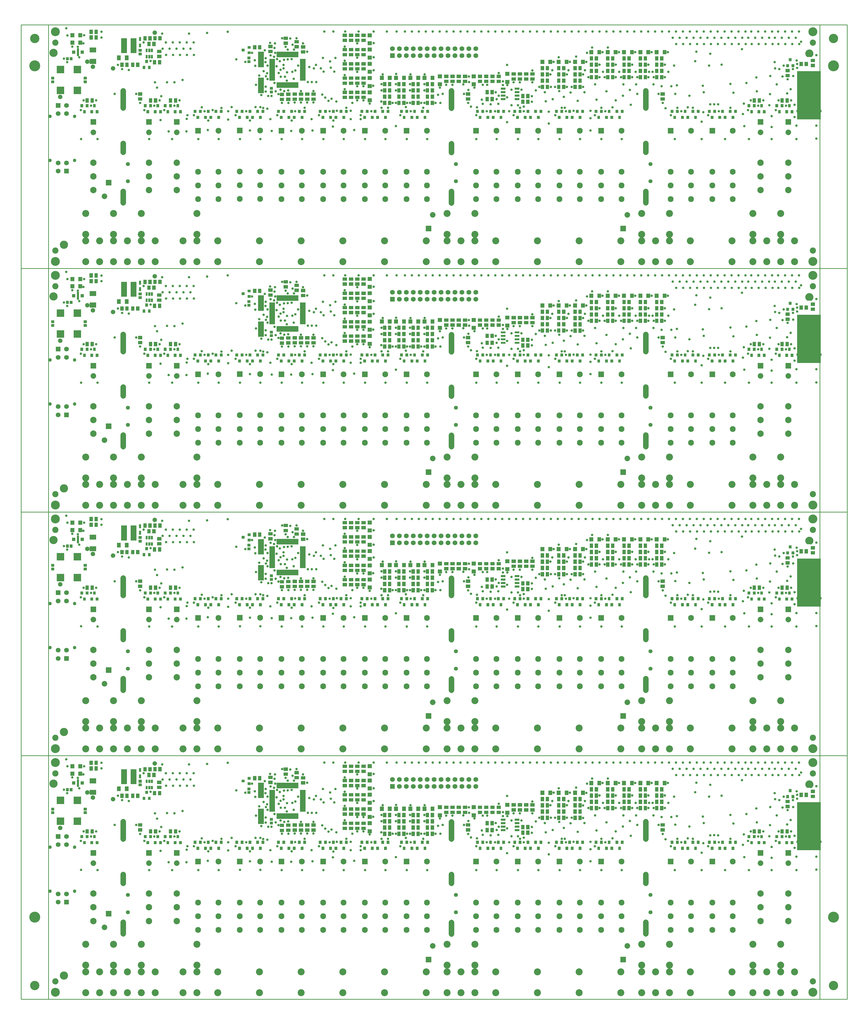
<source format=gbr>
*
%FSLAX26Y26*%
%MOIN*%
%ADD10R,0.056361X0.056361*%
%ADD11C,0.118110*%
%ADD12R,0.040181X0.040181*%
%ADD13R,0.039181X0.039181*%
%ADD14R,0.048181X0.048181*%
%ADD15R,0.111481X0.111481*%
%ADD16R,0.018181X0.018181*%
%ADD17R,0.071181X0.071181*%
%ADD18R,0.029181X0.029181*%
%ADD19R,0.045181X0.045181*%
%ADD20R,0.082181X0.082181*%
%ADD21R,0.068171X0.068171*%
%ADD22R,0.052181X0.052181*%
%ADD23R,0.083921X0.083921*%
%ADD24R,0.080181X0.080181*%
%ADD25C,0.080181*%
%ADD26C,0.068171*%
%ADD27C,0.069371*%
%ADD28R,0.069371X0.069371*%
%ADD29C,0.083921*%
%ADD30C,0.091791*%
%ADD31C,0.079981*%
%ADD32R,0.079981X0.079981*%
%ADD33C,0.100181*%
%ADD34C,0.065181*%
%ADD35C,0.035181*%
%ADD36C,0.057681*%
%ADD37C,0.010000*%
%ADD38C,0.049439*%
%ADD39C,0.088809*%
%ADD40C,0.128179*%
%ADD41C,0.078970*%
%ADD42R,0.080181X0.080181*%
%ADD43C,0.004100*%
%ADD44C,0.040000*%
%ADD45C,0.157480*%
%ADD46C,0.133976*%
%IPPOS*%
%LNts*%
%LPD*%
G75*
G54D10*
X4623030Y3032280D02*
X4626970D01*
X4623030Y3146460D02*
X4626970D01*
X6603030Y2682280D02*
X6606970D01*
X6603030Y2796460D02*
X6606970D01*
X6118030Y2647280D02*
X6121970D01*
X6118030Y2761460D02*
X6121970D01*
X5633030Y2647280D02*
X5636970D01*
X5633030Y2761460D02*
X5636970D01*
X4623030Y2622280D02*
X4626970D01*
X4623030Y2736460D02*
X4626970D01*
X4623030Y2417280D02*
X4626970D01*
X4623030Y2531460D02*
X4626970D01*
X4623030Y3237280D02*
X4626970D01*
X4623030Y3351460D02*
X4626970D01*
X4623030Y2827280D02*
X4626970D01*
X4623030Y2941460D02*
X4626970D01*
G36*
X10890945Y3089370D02*
G02X10950000Y3148425I59055J0D01*
G02X11009055Y3089370I0J-59055D01*
G02X10973001Y3034978I-59055J0D01*
G01X10972916Y3035064D01*
X10971514Y3036466D01*
G03X10961890Y3040460I-9624J-9596D01*
G01X10916904D01*
G02X10890945Y3089370I33096J48910D01*
G37*
G54D11*
X72500Y3099370D03*
X225000Y339370D03*
G54D12*
X59340Y2683090D02*
G01X64340D01*
X59340Y2735890D02*
X64340D01*
X1317500Y3083120D02*
X1322500D01*
X1317500Y3135920D02*
X1322500D01*
X2882500Y3025770D02*
X2887500D01*
X2882500Y2972970D02*
X2887500D01*
X3206400Y2587700D02*
X3211400D01*
X3206400Y2534900D02*
X3211400D01*
X527500Y2682970D02*
X532500D01*
X527500Y2735770D02*
X532500D01*
G54D13*
X1413750Y2973430D02*
Y2979430D01*
X1452140Y2886810D02*
Y2892810D01*
X1375360Y2886810D02*
Y2892810D01*
X10675000Y2998430D02*
Y3004430D01*
X10713390Y2911810D02*
Y2917810D01*
X10636610Y2911810D02*
Y2917810D01*
X1575000Y2335930D02*
Y2341930D01*
X1613390Y2249310D02*
Y2255310D01*
X1536610Y2249310D02*
Y2255310D01*
X1431250Y2249310D02*
Y2255310D01*
X1392860Y2335930D02*
Y2341930D01*
X1469640Y2335930D02*
Y2341930D01*
X1862500Y2335930D02*
Y2341930D01*
X1900890Y2249310D02*
Y2255310D01*
X1824110Y2249310D02*
Y2255310D01*
X1718750Y2249310D02*
Y2255310D01*
X1680360Y2335930D02*
Y2341930D01*
X1757140Y2335930D02*
Y2341930D01*
X2300000Y2254680D02*
Y2260680D01*
X2338390Y2168060D02*
Y2174060D01*
X2261610Y2168060D02*
Y2174060D01*
X2450000Y2168060D02*
Y2174060D01*
X2411610Y2254680D02*
Y2260680D01*
X2488390Y2254680D02*
Y2260680D01*
X2150000Y2168060D02*
Y2174060D01*
X2111610Y2254680D02*
Y2260680D01*
X2188390Y2254680D02*
Y2260680D01*
X2900000Y2254680D02*
Y2260680D01*
X2938390Y2168060D02*
Y2174060D01*
X2861610Y2168060D02*
Y2174060D01*
X3050000Y2168060D02*
Y2174060D01*
X3011610Y2254680D02*
Y2260680D01*
X3088390Y2254680D02*
Y2260680D01*
X2750000Y2168060D02*
Y2174060D01*
X2711610Y2254680D02*
Y2260680D01*
X2788390Y2254680D02*
Y2260680D01*
X3650000Y2168060D02*
Y2174060D01*
X3611610Y2254680D02*
Y2260680D01*
X3688390Y2254680D02*
Y2260680D01*
X3350000Y2168060D02*
Y2174060D01*
X3311610Y2254680D02*
Y2260680D01*
X3388390Y2254680D02*
Y2260680D01*
X4100000Y2254680D02*
Y2260680D01*
X4138390Y2168060D02*
Y2174060D01*
X4061610Y2168060D02*
Y2174060D01*
X4250000Y2168060D02*
Y2174060D01*
X4211610Y2254680D02*
Y2260680D01*
X4288390Y2254680D02*
Y2260680D01*
X3950000Y2168060D02*
Y2174060D01*
X3911610Y2254680D02*
Y2260680D01*
X3988390Y2254680D02*
Y2260680D01*
X4700000Y2254680D02*
Y2260680D01*
X4738390Y2168060D02*
Y2174060D01*
X4661610Y2168060D02*
Y2174060D01*
X4850000Y2168060D02*
Y2174060D01*
X4811610Y2254680D02*
Y2260680D01*
X4888390Y2254680D02*
Y2260680D01*
X4550000Y2168060D02*
Y2174060D01*
X4511610Y2254680D02*
Y2260680D01*
X4588390Y2254680D02*
Y2260680D01*
X5268750Y2254680D02*
Y2260680D01*
X5307140Y2168060D02*
Y2174060D01*
X5230360Y2168060D02*
Y2174060D01*
X5418750Y2168060D02*
Y2174060D01*
X5380360Y2254680D02*
Y2260680D01*
X5457140Y2254680D02*
Y2260680D01*
X5118750Y2168060D02*
Y2174060D01*
X5080360Y2254680D02*
Y2260680D01*
X5157140Y2254680D02*
Y2260680D01*
X6362500Y2254680D02*
Y2260680D01*
X6400890Y2168060D02*
Y2174060D01*
X6324110Y2168060D02*
Y2174060D01*
X6900000Y2254680D02*
Y2260680D01*
X6938390Y2168060D02*
Y2174060D01*
X6861610Y2168060D02*
Y2174060D01*
X7500000Y2254680D02*
Y2260680D01*
X7538390Y2168060D02*
Y2174060D01*
X7461610Y2168060D02*
Y2174060D01*
X8068750Y2254680D02*
Y2260680D01*
X8107140Y2168060D02*
Y2174060D01*
X8030360Y2168060D02*
Y2174060D01*
X6512500Y2168060D02*
Y2174060D01*
X6474110Y2254680D02*
Y2260680D01*
X6550890Y2254680D02*
Y2260680D01*
X6212500Y2168060D02*
Y2174060D01*
X6174110Y2254680D02*
Y2260680D01*
X6250890Y2254680D02*
Y2260680D01*
X7050000Y2168060D02*
Y2174060D01*
X7011610Y2254680D02*
Y2260680D01*
X7088390Y2254680D02*
Y2260680D01*
X6750000Y2168060D02*
Y2174060D01*
X6711610Y2254680D02*
Y2260680D01*
X6788390Y2254680D02*
Y2260680D01*
X7650000Y2168060D02*
Y2174060D01*
X7611610Y2254680D02*
Y2260680D01*
X7688390Y2254680D02*
Y2260680D01*
X7350000Y2168060D02*
Y2174060D01*
X7311610Y2254680D02*
Y2260680D01*
X7388390Y2254680D02*
Y2260680D01*
X8218750Y2168060D02*
Y2174060D01*
X8180360Y2254680D02*
Y2260680D01*
X8257140Y2254680D02*
Y2260680D01*
X7918750Y2168060D02*
Y2174060D01*
X7880360Y2254680D02*
Y2260680D01*
X7957140Y2254680D02*
Y2260680D01*
X9162500Y2254680D02*
Y2260680D01*
X9200890Y2168060D02*
Y2174060D01*
X9124110Y2168060D02*
Y2174060D01*
X9700000Y2254680D02*
Y2260680D01*
X9738390Y2168060D02*
Y2174060D01*
X9661610Y2168060D02*
Y2174060D01*
X9312500Y2168060D02*
Y2174060D01*
X9274110Y2254680D02*
Y2260680D01*
X9350890Y2254680D02*
Y2260680D01*
X9012500Y2168060D02*
Y2174060D01*
X8974110Y2254680D02*
Y2260680D01*
X9050890Y2254680D02*
Y2260680D01*
X9850000Y2168060D02*
Y2174060D01*
X9811610Y2254680D02*
Y2260680D01*
X9888390Y2254680D02*
Y2260680D01*
X9550000Y2168060D02*
Y2174060D01*
X9511610Y2254680D02*
Y2260680D01*
X9588390Y2254680D02*
Y2260680D01*
X10262500Y2335930D02*
Y2341930D01*
X10300890Y2249310D02*
Y2255310D01*
X10224110Y2249310D02*
Y2255310D01*
X10662500Y2335930D02*
Y2341930D01*
X10700890Y2249310D02*
Y2255310D01*
X10624110Y2249310D02*
Y2255310D01*
X10118750Y2249310D02*
Y2255310D01*
X10080360Y2335930D02*
Y2341930D01*
X10157140Y2335930D02*
Y2341930D01*
X10518750Y2249310D02*
Y2255310D01*
X10480360Y2335930D02*
Y2341930D01*
X10557140Y2335930D02*
Y2341930D01*
X662500Y2335930D02*
Y2341930D01*
X700890Y2249310D02*
Y2255310D01*
X624110Y2249310D02*
Y2255310D01*
X518750Y2249310D02*
Y2255310D01*
X480360Y2335930D02*
Y2341930D01*
X557140Y2335930D02*
Y2341930D01*
X3500000Y2254680D02*
Y2260680D01*
X3538390Y2168060D02*
Y2174060D01*
X3461610Y2168060D02*
Y2174060D01*
G54D14*
X1534000Y3302370D02*
Y3316370D01*
X1606000Y3302370D02*
Y3316370D01*
X1446500Y3219870D02*
Y3233870D01*
X1518500Y3219870D02*
Y3233870D01*
X6898500Y2469870D02*
Y2483870D01*
X6826500Y2469870D02*
Y2483870D01*
X5044000Y2372370D02*
Y2386370D01*
X5116000Y2372370D02*
Y2386370D01*
X4839000Y2372370D02*
Y2386370D01*
X4911000Y2372370D02*
Y2386370D01*
X5249000Y2372370D02*
Y2386370D01*
X5321000Y2372370D02*
Y2386370D01*
X5454000Y2372370D02*
Y2386370D01*
X5526000Y2372370D02*
Y2386370D01*
X7181000Y2602370D02*
Y2616370D01*
X7109000Y2602370D02*
Y2616370D01*
X8826000Y2742370D02*
Y2756370D01*
X8754000Y2742370D02*
Y2756370D01*
X8591000Y2742370D02*
Y2756370D01*
X8519000Y2742370D02*
Y2756370D01*
X7416000Y2602370D02*
Y2616370D01*
X7344000Y2602370D02*
Y2616370D01*
X8356000Y2742370D02*
Y2756370D01*
X8284000Y2742370D02*
Y2756370D01*
X7651000Y2601740D02*
Y2615740D01*
X7579000Y2601740D02*
Y2615740D01*
X8121000Y2742370D02*
Y2756370D01*
X8049000Y2742370D02*
Y2756370D01*
X7886000Y2742370D02*
Y2756370D01*
X7814000Y2742370D02*
Y2756370D01*
X1390250Y3301120D02*
Y3315120D01*
X1462250Y3301120D02*
Y3315120D01*
X1131000Y2919870D02*
Y2933870D01*
X1059000Y2919870D02*
Y2933870D01*
X6314000Y2426120D02*
Y2440120D01*
X6386000Y2426120D02*
Y2440120D01*
X4839000Y2642370D02*
Y2656370D01*
X4911000Y2642370D02*
Y2656370D01*
X5044000Y2462370D02*
Y2476370D01*
X5116000Y2462370D02*
Y2476370D01*
X5249000Y2642370D02*
Y2656370D01*
X5321000Y2642370D02*
Y2656370D01*
X5044000Y2642370D02*
Y2656370D01*
X5116000Y2642370D02*
Y2656370D01*
X4839000Y2462370D02*
Y2476370D01*
X4911000Y2462370D02*
Y2476370D01*
X5249000Y2462370D02*
Y2476370D01*
X5321000Y2462370D02*
Y2476370D01*
X4911000Y2552370D02*
Y2566370D01*
X4839000Y2552370D02*
Y2566370D01*
X5321000Y2552370D02*
Y2566370D01*
X5249000Y2552370D02*
Y2566370D01*
X5454000Y2642370D02*
Y2656370D01*
X5526000Y2642370D02*
Y2656370D01*
X5454000Y2462370D02*
Y2476370D01*
X5526000Y2462370D02*
Y2476370D01*
Y2552370D02*
Y2566370D01*
X5454000Y2552370D02*
Y2566370D01*
X8826000Y3012370D02*
Y3026370D01*
X8754000Y3012370D02*
Y3026370D01*
X8591000Y3012370D02*
Y3026370D01*
X8519000Y3012370D02*
Y3026370D01*
X7416000Y2872370D02*
Y2886370D01*
X7344000Y2872370D02*
Y2886370D01*
X7181000Y2692370D02*
Y2706370D01*
X7109000Y2692370D02*
Y2706370D01*
X8826000Y2832370D02*
Y2846370D01*
X8754000Y2832370D02*
Y2846370D01*
X8591000Y2832370D02*
Y2846370D01*
X8519000Y2832370D02*
Y2846370D01*
X7109000Y2782370D02*
Y2796370D01*
X7181000Y2782370D02*
Y2796370D01*
X8754000Y2922370D02*
Y2936370D01*
X8826000Y2922370D02*
Y2936370D01*
X8519000Y2922370D02*
Y2936370D01*
X8591000Y2922370D02*
Y2936370D01*
X7344000Y2782370D02*
Y2796370D01*
X7416000Y2782370D02*
Y2796370D01*
X8356000Y3012370D02*
Y3026370D01*
X8284000Y3012370D02*
Y3026370D01*
X7651000Y2872370D02*
Y2886370D01*
X7579000Y2872370D02*
Y2886370D01*
X8121000Y3012370D02*
Y3026370D01*
X8049000Y3012370D02*
Y3026370D01*
X7886000Y3012370D02*
Y3026370D01*
X7814000Y3012370D02*
Y3026370D01*
X8356000Y2832370D02*
Y2846370D01*
X8284000Y2832370D02*
Y2846370D01*
X7651000Y2691740D02*
Y2705740D01*
X7579000Y2691740D02*
Y2705740D01*
X7886000Y2832370D02*
Y2846370D01*
X7814000Y2832370D02*
Y2846370D01*
X8284000Y2922370D02*
Y2936370D01*
X8356000Y2922370D02*
Y2936370D01*
X8049000Y2922370D02*
Y2936370D01*
X8121000Y2922370D02*
Y2936370D01*
X5116000Y2552370D02*
Y2566370D01*
X5044000Y2552370D02*
Y2566370D01*
X7814000Y2922370D02*
Y2936370D01*
X7886000Y2922370D02*
Y2936370D01*
X615250Y3394250D02*
Y3408250D01*
X687250Y3394250D02*
Y3408250D01*
X615250Y3313000D02*
Y3327000D01*
X687250Y3313000D02*
Y3327000D01*
X3041000Y3172370D02*
Y3186370D01*
X2969000Y3172370D02*
Y3186370D01*
X10904750Y2932370D02*
Y2946370D01*
X10832750Y2932370D02*
Y2946370D01*
X1470250Y2407370D02*
Y2421370D01*
X1542250Y2407370D02*
Y2421370D01*
X1757750Y2407370D02*
Y2421370D01*
X1829750Y2407370D02*
Y2421370D01*
X10157750Y2407370D02*
Y2421370D01*
X10229750Y2407370D02*
Y2421370D01*
X10557750Y2407370D02*
Y2421370D01*
X10629750Y2407370D02*
Y2421370D01*
X557750Y2407370D02*
Y2421370D01*
X629750Y2407370D02*
Y2421370D01*
X7181000Y2872370D02*
Y2886370D01*
X7109000Y2872370D02*
Y2886370D01*
X7416000Y2692370D02*
Y2706370D01*
X7344000Y2692370D02*
Y2706370D01*
X7579000Y2781740D02*
Y2795740D01*
X7651000Y2781740D02*
Y2795740D01*
X8121000Y2832370D02*
Y2846370D01*
X8049000Y2832370D02*
Y2846370D01*
X1213750Y2919870D02*
Y2933870D01*
X1285750Y2919870D02*
Y2933870D01*
X1527750Y2957370D02*
Y2971370D01*
X1599750Y2957370D02*
Y2971370D01*
X6826500Y2388620D02*
Y2402620D01*
X6898500Y2388620D02*
Y2402620D01*
X6314000Y2526120D02*
Y2540120D01*
X6386000Y2526120D02*
Y2540120D01*
G54D13*
X2798690Y3139370D02*
X2804690D01*
X2885310Y3177760D02*
X2891310D01*
X2885310Y3100980D02*
X2891310D01*
G54D14*
X8832800Y2436120D02*
X8846800D01*
X8832800Y2508120D02*
X8846800D01*
X6032800Y2436120D02*
X6046800D01*
X6032800Y2508120D02*
X6046800D01*
X1313250Y2436120D02*
X1327250D01*
X1313250Y2508120D02*
X1327250D01*
X4258000Y3073370D02*
X4272000D01*
X4258000Y3145370D02*
X4272000D01*
X4258000Y2868370D02*
X4272000D01*
X4258000Y2940370D02*
X4272000D01*
X4258000Y3278370D02*
X4272000D01*
X4258000Y3350370D02*
X4272000D01*
X4258000Y2458370D02*
X4272000D01*
X4258000Y2530370D02*
X4272000D01*
X6958000Y2723370D02*
X6972000D01*
X6958000Y2795370D02*
X6972000D01*
X4258000Y2663370D02*
X4272000D01*
X4258000Y2735370D02*
X4272000D01*
X5988000Y2688370D02*
X6002000D01*
X5988000Y2760370D02*
X6002000D01*
X6473000Y2688370D02*
X6487000D01*
X6473000Y2760370D02*
X6487000D01*
X3658150Y3112800D02*
X3672150D01*
X3658150Y3184800D02*
X3672150D01*
X3189400Y3119050D02*
X3203400D01*
X3189400Y3191050D02*
X3203400D01*
X3408150Y3237800D02*
X3422150D01*
X3408150Y3309800D02*
X3422150D01*
X3445650Y2503550D02*
X3459650D01*
X3445650Y2431550D02*
X3459650D01*
X3564400Y3187800D02*
X3578400D01*
X3564400Y3259800D02*
X3578400D01*
X3353000Y2428370D02*
X3367000D01*
X3353000Y2500370D02*
X3367000D01*
X3718000Y2505370D02*
X3732000D01*
X3718000Y2433370D02*
X3732000D01*
X3538000Y2505370D02*
X3552000D01*
X3538000Y2433370D02*
X3552000D01*
X4528000Y2663370D02*
X4542000D01*
X4528000Y2735370D02*
X4542000D01*
X4528000Y3073370D02*
X4542000D01*
X4528000Y3145370D02*
X4542000D01*
X4528000Y2868370D02*
X4542000D01*
X4528000Y2940370D02*
X4542000D01*
X4528000Y3278370D02*
X4542000D01*
X4528000Y3350370D02*
X4542000D01*
X4528000Y2458370D02*
X4542000D01*
X4528000Y2530370D02*
X4542000D01*
X4348000Y3073370D02*
X4362000D01*
X4348000Y3145370D02*
X4362000D01*
X4348000Y2868370D02*
X4362000D01*
X4348000Y2940370D02*
X4362000D01*
X4348000Y3278370D02*
X4362000D01*
X4348000Y3350370D02*
X4362000D01*
X4348000Y2458370D02*
X4362000D01*
X4348000Y2530370D02*
X4362000D01*
X6868000Y2723370D02*
X6882000D01*
X6868000Y2795370D02*
X6882000D01*
X4348000Y2663370D02*
X4362000D01*
X4348000Y2735370D02*
X4362000D01*
X4438000D02*
X4452000D01*
X4438000Y2663370D02*
X4452000D01*
X5718000Y2688370D02*
X5732000D01*
X5718000Y2760370D02*
X5732000D01*
X6203000Y2688370D02*
X6217000D01*
X6203000Y2760370D02*
X6217000D01*
X6688000Y2723370D02*
X6702000D01*
X6688000Y2795370D02*
X6702000D01*
X5898000Y2688370D02*
X5912000D01*
X5898000Y2760370D02*
X5912000D01*
X6383000Y2688370D02*
X6397000D01*
X6383000Y2760370D02*
X6397000D01*
X5808000D02*
X5822000D01*
X5808000Y2688370D02*
X5822000D01*
X6293000Y2760370D02*
X6307000D01*
X6293000Y2688370D02*
X6307000D01*
X4438000Y3145370D02*
X4452000D01*
X4438000Y3073370D02*
X4452000D01*
X4438000Y2940370D02*
X4452000D01*
X4438000Y2868370D02*
X4452000D01*
X4438000Y3350370D02*
X4452000D01*
X4438000Y3278370D02*
X4452000D01*
X4438000Y2530370D02*
X4452000D01*
X4438000Y2458370D02*
X4452000D01*
X6778000Y2795370D02*
X6792000D01*
X6778000Y2723370D02*
X6792000D01*
X10630500Y2772120D02*
X10644500D01*
X10630500Y2844120D02*
X10644500D01*
X3628000Y2433370D02*
X3642000D01*
X3628000Y2505370D02*
X3642000D01*
X3808000Y2433370D02*
X3822000D01*
X3808000Y2505370D02*
X3822000D01*
X1588000Y3047120D02*
X1602000D01*
X1588000Y3119120D02*
X1602000D01*
X10993000Y2988760D02*
X11007000D01*
X10993000Y2916760D02*
X11007000D01*
G54D10*
X458340Y3243030D02*
Y3246970D01*
X344160Y3243030D02*
Y3246970D01*
X458340Y3349280D02*
Y3353220D01*
X344160Y3349280D02*
Y3353220D01*
X7927090Y3107400D02*
Y3111340D01*
X7812910Y3107400D02*
Y3111340D01*
X8162090Y3107400D02*
Y3111340D01*
X8047910Y3107400D02*
Y3111340D01*
X8397090Y3107400D02*
Y3111340D01*
X8282910Y3107400D02*
Y3111340D01*
X7457090Y2967400D02*
Y2971340D01*
X7342910Y2967400D02*
Y2971340D01*
X8632090Y3107400D02*
Y3111340D01*
X8517910Y3107400D02*
Y3111340D01*
X8867090Y3107400D02*
Y3111340D01*
X8752910Y3107400D02*
Y3111340D01*
X7222090Y2967400D02*
Y2971340D01*
X7107910Y2967400D02*
Y2971340D01*
X5412910Y2737400D02*
Y2741340D01*
X5527090Y2737400D02*
Y2741340D01*
X5002910Y2737400D02*
Y2741340D01*
X5117090Y2737400D02*
Y2741340D01*
X5207910Y2737400D02*
Y2741340D01*
X5322090Y2737400D02*
Y2741340D01*
X4797910Y2737400D02*
Y2741340D01*
X4912090Y2737400D02*
Y2741340D01*
X7692090Y2967400D02*
Y2971340D01*
X7577910Y2967400D02*
Y2971340D01*
G54D12*
X326400Y3011870D02*
Y3016870D01*
X273600Y3011870D02*
Y3016870D01*
G54D15*
X417440Y2859370D03*
Y2559370D03*
X172560D03*
Y2859370D03*
G54D16*
X3629620Y2884580D02*
X3691620D01*
X3629620Y2904260D02*
X3691620D01*
X3629620Y2923950D02*
X3691620D01*
X3629620Y2943630D02*
X3691620D01*
X3629620Y2963320D02*
X3691620D01*
X3629620Y2983000D02*
X3691620D01*
X3629620Y3002690D02*
X3691620D01*
X3629620Y2707410D02*
X3691620D01*
X3629620Y2727100D02*
X3691620D01*
X3629620Y2746780D02*
X3691620D01*
X3629620Y2766470D02*
X3691620D01*
X3629620Y2786150D02*
X3691620D01*
X3629620Y2805840D02*
X3691620D01*
X3629620Y2825520D02*
X3691620D01*
X3188680Y3002690D02*
X3250680D01*
X3188680Y2983000D02*
X3250680D01*
X3188680Y2963320D02*
X3250680D01*
X3188680Y2943630D02*
X3250680D01*
X3188680Y2923950D02*
X3250680D01*
X3188680Y2904260D02*
X3250680D01*
X3188680Y2884580D02*
X3250680D01*
X3188680Y2825520D02*
X3250680D01*
X3188680Y2805840D02*
X3250680D01*
X3188680Y2786150D02*
X3250680D01*
X3188680Y2766470D02*
X3250680D01*
X3188680Y2746780D02*
X3250680D01*
X3188680Y2727100D02*
X3250680D01*
X3188680Y2707410D02*
X3250680D01*
X3629620Y2845210D02*
X3691620D01*
X3629620Y2864890D02*
X3691620D01*
X3188680D02*
X3250680D01*
X3188680Y2845210D02*
X3250680D01*
X3587790Y3044520D02*
Y3106520D01*
X3568100Y3044520D02*
Y3106520D01*
X3548420Y3044520D02*
Y3106520D01*
X3528730Y3044520D02*
Y3106520D01*
X3509050Y3044520D02*
Y3106520D01*
X3489360Y3044520D02*
Y3106520D01*
X3469680Y3044520D02*
Y3106520D01*
Y2603580D02*
Y2665580D01*
X3489360Y2603580D02*
Y2665580D01*
X3509050Y2603580D02*
Y2665580D01*
X3528730Y2603580D02*
Y2665580D01*
X3548420Y2603580D02*
Y2665580D01*
X3568100Y2603580D02*
Y2665580D01*
X3587790Y2603580D02*
Y2665580D01*
X3410620Y3044520D02*
Y3106520D01*
X3390940Y3044520D02*
Y3106520D01*
X3371250Y3044520D02*
Y3106520D01*
X3351570Y3044520D02*
Y3106520D01*
X3331880Y3044520D02*
Y3106520D01*
X3312200Y3044520D02*
Y3106520D01*
X3292510Y3044520D02*
Y3106520D01*
Y2603580D02*
Y2665580D01*
X3312200Y2603580D02*
Y2665580D01*
X3331880Y2603580D02*
Y2665580D01*
X3351570Y2603580D02*
Y2665580D01*
X3371250Y2603580D02*
Y2665580D01*
X3390940Y2603580D02*
Y2665580D01*
X3410620Y2603580D02*
Y2665580D01*
X3449990Y3044520D02*
Y3106520D01*
X3430310Y3044520D02*
Y3106520D01*
Y2603580D02*
Y2665580D01*
X3449990Y2603580D02*
Y2665580D01*
G54D17*
X630000Y3141420D02*
X650000D01*
X630000Y2976060D02*
X650000D01*
G54D18*
X425000Y3068370D02*
Y3150370D01*
G54D19*
X487500Y3109370D03*
X362500D03*
G54D18*
X6724250Y2533120D02*
X6763250D01*
X6724250Y2433120D02*
X6763250D01*
X6724250Y2483120D02*
X6763250D01*
X6524250Y2433120D02*
X6563250D01*
X6524250Y2483120D02*
X6563250D01*
X6724250Y2583120D02*
X6763250D01*
X6524250Y2533120D02*
X6563250D01*
X6524250Y2583120D02*
X6563250D01*
G54D20*
X3058900Y2935060D02*
Y3074060D01*
Y2561040D02*
Y2700040D01*
G54D21*
X10816535Y2351570D02*
X10970085D01*
X10816535Y2213780D02*
X10970085D01*
X10816535Y2489370D02*
X10970085D01*
X10816535Y2627170D02*
X10970085D01*
X10816535Y2764960D02*
X10970085D01*
G54D22*
X1012910Y3018870D02*
Y3034870D01*
X1127090Y3018870D02*
Y3034870D01*
G54D23*
X1226400Y3136910D02*
Y3266830D01*
X1088600Y3136910D02*
Y3266830D01*
G54D18*
X1320000Y3285130D02*
Y3311130D01*
Y3192610D02*
Y3218610D01*
X1451250Y3034070D02*
Y3054070D01*
Y3124650D02*
Y3144650D01*
X1488650Y3034090D02*
Y3054090D01*
X1413850Y3034090D02*
Y3054090D01*
X1488650Y3124650D02*
Y3144650D01*
X1413850Y3124650D02*
Y3144650D01*
G54D24*
X8269290Y571580D03*
X5469290D03*
X868210Y1231550D03*
G54D25*
X8330710Y768430D03*
X5530710D03*
X806790Y1034700D03*
G54D26*
X259050Y1515750D03*
X140950D03*
Y1397640D03*
Y2224410D03*
X259050D03*
Y2342520D03*
G54D27*
X4950000Y3160240D03*
X5050000Y3060240D03*
Y3160240D03*
X5150000Y3060240D03*
Y3160240D03*
X5250000Y3060240D03*
Y3160240D03*
X5350000Y3060240D03*
Y3160240D03*
X5450000Y3060240D03*
Y3160240D03*
X5550000Y3060240D03*
Y3160240D03*
X5650000Y3060240D03*
Y3160240D03*
X5750000Y3060240D03*
Y3160240D03*
X5850000Y3060240D03*
Y3160240D03*
X5950000Y3060240D03*
Y3160240D03*
X6050000Y3060240D03*
Y3160240D03*
X6150000Y3060240D03*
Y3160240D03*
G54D21*
X259050Y1397640D03*
X140950Y2342520D03*
G54D28*
X4950000Y3060240D03*
G54D23*
X9552360Y1980310D03*
X7352360D03*
X2152360D03*
X2752360Y1982090D03*
X3352360Y1980310D03*
X3952360D03*
X4552360D03*
X5152360D03*
X6152360D03*
X6752360D03*
X8952360D03*
X7952360D03*
G54D29*
X9847640D03*
X9552360Y996060D03*
X9847640D03*
Y1389760D03*
Y1192910D03*
X9552360Y1389760D03*
Y1192910D03*
X7647640Y1980310D03*
X7352360Y996060D03*
X7647640D03*
Y1389760D03*
Y1192910D03*
X7352360Y1389760D03*
Y1192910D03*
X2447640Y1980310D03*
X2152360Y996060D03*
X2447640D03*
Y1389760D03*
Y1192910D03*
X2152360Y1389760D03*
Y1192910D03*
X3047640Y1982090D03*
X2752360Y997840D03*
X3047640D03*
Y1391540D03*
Y1194690D03*
X2752360Y1391540D03*
Y1194690D03*
X3647640Y1980310D03*
X3352360Y996060D03*
X3647640D03*
Y1389760D03*
Y1192910D03*
X3352360Y1389760D03*
Y1192910D03*
X4247640Y1980310D03*
X3952360Y996060D03*
X4247640D03*
Y1389760D03*
Y1192910D03*
X3952360Y1389760D03*
Y1192910D03*
X4847640Y1980310D03*
X4552360Y996060D03*
X4847640D03*
Y1389760D03*
Y1192910D03*
X4552360Y1389760D03*
Y1192910D03*
X5447640Y1980310D03*
X5152360Y996060D03*
X5447640D03*
Y1389760D03*
Y1192910D03*
X5152360Y1389760D03*
Y1192910D03*
X6447640Y1980310D03*
X6152360Y996060D03*
X6447640D03*
Y1389760D03*
Y1192910D03*
X6152360Y1389760D03*
Y1192910D03*
X7047640Y1980310D03*
X6752360Y996060D03*
X7047640D03*
Y1389760D03*
Y1192910D03*
X6752360Y1389760D03*
Y1192910D03*
X9247640Y1980310D03*
X8952360Y996060D03*
X9247640D03*
Y1389760D03*
Y1192910D03*
X8952360Y1389760D03*
Y1192910D03*
X8247640Y1980310D03*
X7952360Y996060D03*
X8247640D03*
Y1389760D03*
Y1192910D03*
X7952360Y1389760D03*
Y1192910D03*
G54D30*
X10647240Y1519690D03*
Y1125980D03*
Y1322840D03*
X1447240Y1519690D03*
Y1125980D03*
Y1322840D03*
X1847240Y1519690D03*
Y1125980D03*
Y1322840D03*
X10247240Y1519690D03*
Y1125980D03*
Y1322840D03*
X647240Y1519690D03*
Y1125980D03*
Y1322840D03*
G54D31*
X10647240Y1956690D03*
X1447240D03*
X1847240D03*
X10247240D03*
X647240D03*
G54D32*
X10647240Y2104330D03*
X1447240D03*
X1847240D03*
X10247240D03*
X647240D03*
G54D33*
X2137790Y395670D03*
Y95670D03*
X537800Y395670D03*
Y95670D03*
X6437790Y395670D03*
Y95670D03*
X6137800Y789370D03*
Y489370D03*
X8937800Y789370D03*
Y489370D03*
X10137800Y789370D03*
Y489370D03*
X10537790Y789370D03*
Y489370D03*
X3637800Y395670D03*
Y95670D03*
X4237790Y395670D03*
Y95670D03*
X4837790Y395670D03*
Y95670D03*
X7037800Y395670D03*
Y95670D03*
X7637800Y395670D03*
Y95670D03*
X9237800Y395670D03*
Y95670D03*
X10737800Y395670D03*
Y95670D03*
X8537790Y789370D03*
Y489370D03*
X937800Y789370D03*
Y489370D03*
X2137790Y789370D03*
Y489370D03*
X1537800Y395670D03*
Y95670D03*
X2437800Y395670D03*
Y95670D03*
X3037790Y395670D03*
Y95670D03*
X1337790Y789370D03*
Y489370D03*
X537800Y789370D03*
Y489370D03*
X6137800Y395670D03*
Y95670D03*
X8237800Y395670D03*
Y95670D03*
X8937800Y395670D03*
Y95670D03*
X9837790Y395670D03*
Y95670D03*
X5937790Y395670D03*
Y95670D03*
X8537790Y395670D03*
Y95670D03*
X8737800Y395670D03*
Y95670D03*
X10137800Y395670D03*
Y95670D03*
X10337790Y395670D03*
Y95670D03*
X10537790Y395670D03*
Y95670D03*
X737790Y395670D03*
Y95670D03*
X937800Y395670D03*
Y95670D03*
X1137800Y395670D03*
Y95670D03*
X1937800Y395670D03*
Y95670D03*
X1337790Y395670D03*
Y95670D03*
X5737790Y789370D03*
Y489370D03*
X5437790Y395670D03*
Y95670D03*
X5737790Y395670D03*
Y95670D03*
G54D34*
X931250Y2876870D03*
X1530000Y3389370D03*
X640000Y2899370D03*
X560000Y2973740D03*
X170000Y2464370D03*
G54D35*
X344160Y3190210D03*
X275000Y3349370D03*
X1370000Y3249370D03*
X1060000Y2864370D03*
X1001250Y2926870D03*
X1470000Y2983120D03*
X1637500Y3376870D03*
X1695000Y3069370D03*
X1745000Y3159370D03*
X1645000D03*
X1690000Y3249370D03*
X6600000Y2924370D03*
X8050000Y3174370D03*
X7825000D03*
X7750000Y3099370D03*
X7345000Y3034370D03*
X7595000Y3044370D03*
X6540000Y2634370D03*
Y2689370D03*
X8645000Y2824370D03*
X8695000D03*
X9005000Y2914370D03*
X3725000Y3114370D03*
X3445000Y3144370D03*
X3415150Y3184580D03*
X3820000Y2874370D03*
X3850000Y2924370D03*
X3920000Y2874370D03*
X3270000Y2544370D03*
X3340000Y2569370D03*
X3310000Y2504370D03*
X505000Y3235000D03*
X270000Y2964370D03*
X225000Y3014370D03*
X1815000Y2674370D03*
X1535000D03*
X2835000Y2969370D03*
X10500000Y3404370D03*
X10600000D03*
X10700000D03*
X10800000D03*
X10115000D03*
X10215000D03*
X10315000D03*
X10415000D03*
X10030000D03*
X9930000D03*
X9830000D03*
X9730000D03*
X9630000D03*
X9530000D03*
X9430000D03*
X9330000D03*
X9230000D03*
X9130000D03*
X9030000D03*
X8930000D03*
X8830000D03*
X8730000D03*
X8630000D03*
X8530000D03*
X8430000D03*
X8330000D03*
X8230000D03*
X8130000D03*
X8030000D03*
X7930000D03*
X7830000D03*
X7730000D03*
X7630000D03*
X7530000D03*
X7430000D03*
X7330000D03*
X7230000D03*
X7130000D03*
X7030000D03*
X6930000D03*
X6830000D03*
X6730000D03*
X6630000D03*
X6530000D03*
X6430000D03*
X6330000D03*
X6230000D03*
X6130000D03*
X6030000D03*
X5930000D03*
X5830000D03*
X5730000D03*
X5630000D03*
X5530000D03*
X5430000D03*
X5330000D03*
X5230000D03*
X5130000D03*
X6315000Y2639370D03*
X4145000Y2399370D03*
X4030000Y2409370D03*
X4075000Y2439370D03*
X3985000Y2454370D03*
X3940000Y2499370D03*
X3365000Y3309370D03*
X3260000Y3234370D03*
X3255000Y3169370D03*
X3265000Y3099370D03*
X3330000Y2979370D03*
X3510000Y2824370D03*
X3435000Y2819370D03*
X506250Y2414370D03*
X2489000Y2307000D03*
X3090000Y2305620D03*
X3687500Y2308120D03*
X2930000Y3099370D03*
X3255000Y2664370D03*
X3395000Y2549370D03*
X3815000D03*
X3635000D03*
X3530000Y2724370D03*
X3595000Y2914370D03*
X3735000Y2679370D03*
X3790000D03*
X3855000D03*
X3405000Y2754370D03*
X3345000D03*
X3535000Y3144370D03*
X3315000Y2809370D03*
X3340000Y2854370D03*
X3385000Y2874370D03*
Y2924370D03*
X3155000Y2914370D03*
X5970000Y2644370D03*
X4810000Y2789370D03*
X4625000Y2369370D03*
X4535000Y2414370D03*
X4445000D03*
X4265000Y2574370D03*
X4535000Y2619370D03*
X4445000D03*
X4265000Y2779370D03*
X4445000Y2824370D03*
X4265000Y2984370D03*
X4445000Y3029370D03*
X4265000Y3189370D03*
X4445000Y3234370D03*
X5005000Y2794370D03*
X5415000Y2789370D03*
X5210000D03*
X4795000Y2649370D03*
Y2559370D03*
X4955000Y2379370D03*
X5000000Y2649370D03*
Y2379370D03*
Y2559370D03*
X5160000Y2379370D03*
X5205000Y2649370D03*
Y2379370D03*
Y2559370D03*
X5365000Y2379370D03*
X5410000Y2649370D03*
Y2379370D03*
Y2559370D03*
X5570000Y2379370D03*
X7270000Y2969370D03*
X7225000Y2789370D03*
X7065000Y2609370D03*
X7505000Y2969370D03*
X7460000Y2789370D03*
X7740000Y2968740D03*
X7695000Y2788740D03*
X7975000Y3109370D03*
X7930000Y2929370D03*
X7770000Y2749370D03*
X8210000Y3109370D03*
X8165000Y2929370D03*
X8005000Y2749370D03*
X8445000Y3109370D03*
X8400000Y2929370D03*
X8240000Y2749370D03*
X8915000Y3109370D03*
X8870000Y2749370D03*
Y2929370D03*
X8710000Y2749370D03*
X8475000D03*
X8635000Y2929370D03*
X8680000Y3109370D03*
X6130000Y2599370D03*
X1320250Y2378370D03*
X6428120Y2258120D03*
X706250Y1858120D03*
X1450000D03*
X1781250D03*
X2156250D03*
X2450000D03*
X2756250Y1859890D03*
X3050000D03*
X3356250Y1858120D03*
X3650000D03*
X3956250D03*
X4250000D03*
X4556250D03*
X4850000D03*
X5156250D03*
X5450000D03*
X6156250D03*
X6450000D03*
X6756250D03*
X7050000D03*
X7356250D03*
X7650000D03*
X8250000D03*
X7956250D03*
X1931250Y2708120D03*
X1706250Y2676870D03*
X5143750Y2320620D03*
X1563000Y2598370D03*
X1624000Y2476370D03*
X7350000Y2549370D03*
X7143750Y2533120D03*
X1156250Y2851870D03*
X3131650Y2763300D03*
X10775000Y2939370D03*
X513750Y3351250D03*
X3196400Y3061300D03*
X3190150Y3242550D03*
X10737500Y2351870D03*
X9506250Y2915620D03*
X470000Y1860000D03*
X8268750Y2483120D03*
X4100000Y3404370D03*
X256250Y3451870D03*
X9325000Y3115620D03*
X9525000Y3084370D03*
X9306250Y2978120D03*
X9687500Y2928120D03*
X9981250Y3151870D03*
X10385000Y2505000D03*
X10375000Y2345620D03*
X10830000Y3260000D03*
X4350000Y2145620D03*
Y2264370D03*
X4150000D03*
X3787500Y2145620D03*
X4100000Y2125370D03*
X3500000Y2126870D03*
X3193750Y2145620D03*
X2900000Y2126870D03*
X2587500Y2258120D03*
Y2139370D03*
X2300000Y2126870D03*
X2362500Y2276870D03*
X2206250Y2314370D03*
X3493750Y1976870D03*
X4093750Y2039370D03*
X2900000Y1983120D03*
X2293750Y1989370D03*
X2285000Y3385000D03*
X10045000Y2665000D03*
X5010000Y3404370D03*
X2581250Y3401870D03*
X2025000Y3376870D03*
X4680000Y3404370D03*
X10012500Y2045620D03*
X10406250Y2033120D03*
Y2189370D03*
X2000000Y2201870D03*
X1987500Y1970620D03*
X1990000Y2150000D03*
X1731250Y1970620D03*
X1612500Y2133120D03*
X3212500Y1976870D03*
X3800000Y1983120D03*
X4400000Y1989370D03*
X11050000Y1864370D03*
Y3064370D03*
X6481250Y2482500D03*
X3449990Y2557710D03*
X3452650Y2380050D03*
X3152650Y2723800D03*
X3146400Y2805050D03*
X10637500Y2720620D03*
X10712500Y2864370D03*
X3127650Y3023800D03*
X3125000Y2964370D03*
X3033900Y2773800D03*
X3096400Y2836300D03*
X2985650Y2640550D03*
X3115150Y3136300D03*
X2971400Y2992550D03*
X2977650Y2911300D03*
X3165150Y2480050D03*
X3127650Y2613300D03*
Y2542550D03*
X2637500Y2320620D03*
X3970000Y3404370D03*
X4870000D03*
X10450000Y2964370D03*
X10187500Y2745620D03*
X10387500Y2764370D03*
X10681250Y2576870D03*
X10562500Y2758120D03*
X10768750Y2989370D03*
X7012500Y2558120D03*
X6662500Y2570620D03*
X6600000Y2458120D03*
X10456250Y2876870D03*
X11050000Y2051870D03*
X10762500D03*
Y1858120D03*
X10406250D03*
X10081250D03*
X10193750Y2545620D03*
X3150000Y2295620D03*
X9012500Y1858120D03*
X9400000D03*
X9737500D03*
X4046000Y2258370D03*
X2246000D03*
X2846000D03*
X1525000Y2339370D03*
X1381250Y2276870D03*
X1668750D03*
X1887500Y2414370D03*
X1812500Y2339370D03*
X10068750Y2276870D03*
X10287500Y2414370D03*
X10212500Y2339370D03*
X10468750Y2276870D03*
X10687500Y2414370D03*
X10612500Y2339370D03*
X468750Y2276870D03*
X687500Y2414370D03*
X612500Y2339370D03*
X9108500Y2258370D03*
X9646000D03*
X8014750D03*
X7446000D03*
X6308500D03*
X5214750D03*
X4646000D03*
X3208900Y2480050D03*
X4888390Y2308120D03*
X6787500D03*
X1262500Y2508120D03*
X3050000Y2320620D03*
X2981250D03*
X3246400Y3042550D03*
X763750Y3401250D03*
Y3320000D03*
X1600000Y2414370D03*
X5982050Y2508120D03*
X6039800Y2378370D03*
X7387500Y2308120D03*
X8782050Y2508120D03*
X9050000Y2308120D03*
X4287500D03*
X8825000Y2620620D03*
X4793750Y2308120D03*
X5393750D03*
X2093750Y2201870D03*
X2693750D03*
X3293750D03*
X3893750D03*
X4493750D03*
X5062500D03*
X6156250D03*
X6693750D03*
X7293750D03*
X7862500D03*
X8956250D03*
X9493750D03*
X9274110Y2308120D03*
X9812500D03*
X6043750Y2564370D03*
X6250000Y2364370D03*
X7956250Y2308120D03*
X8839800Y2378370D03*
X4493750Y2145620D03*
X5000000Y2045620D03*
X3065150Y2492550D03*
X5640000Y2379370D03*
X5606250Y2495620D03*
X6237500Y2426870D03*
X6168750Y2314370D03*
X6362500Y2358120D03*
X6475000Y2364370D03*
X6756250Y2345620D03*
X6631250Y2258120D03*
X6806250Y2570620D03*
X7156250Y2401870D03*
X7256250Y2433120D03*
X7431250Y2308120D03*
X7200000Y2251870D03*
Y2083120D03*
X6600000Y2101870D03*
X7800000Y1983120D03*
Y2158120D03*
Y2264370D03*
X8381250Y2351870D03*
X8706250Y2645620D03*
X8962500Y2620620D03*
X9043750Y2633120D03*
X9525000Y2358120D03*
X9200000Y2314370D03*
X8881250Y2301870D03*
X9425000Y2245620D03*
X9400000Y2108120D03*
X10006250Y2370620D03*
X9431250Y2533120D03*
X9418750Y2626870D03*
X10631250Y2514370D03*
X9637500Y2358120D03*
X9225000Y2483120D03*
X10481250Y2645620D03*
X10775000Y2883120D03*
X8162500Y2414370D03*
X8275000Y2645620D03*
X8031250Y2545620D03*
X7868750Y2645620D03*
X7618750Y2408120D03*
X7515000Y2529370D03*
X7887500Y2426870D03*
X8118750Y2314370D03*
X7556250Y2264370D03*
X6662500Y2345620D03*
X6081250Y2326870D03*
X7712500Y2533120D03*
X7418750Y2464370D03*
X9856250Y2526870D03*
X9812500Y2651870D03*
X9993750Y2220620D03*
X8456250Y2645620D03*
X8368750Y2564370D03*
X5675000Y2508120D03*
X955450D03*
X8475000D03*
X6956250Y2395620D03*
Y2476870D03*
X6841620Y2258370D03*
X6839060Y2325310D03*
X4465000Y3404370D03*
X4680000Y3239370D03*
Y3034370D03*
Y2849370D03*
X4675000Y2624370D03*
X6605000Y2634370D03*
X6695000Y2674370D03*
X6785000D03*
X6965000D03*
Y2844370D03*
X6050000Y2759370D03*
X5635000Y2599370D03*
X5725000Y2639370D03*
X5815000D03*
X6480000Y2809370D03*
X6250000Y2639370D03*
X9580000Y2359370D03*
X10106250Y2414370D03*
X10506250D03*
X10737500Y2176870D03*
X10718160Y2764960D03*
X10518750Y2864370D03*
X10581250Y2914370D03*
X7930000Y2749370D03*
X7695000Y2608740D03*
X7460000Y2609370D03*
X8165000Y2749370D03*
X8400000D03*
X8635000D03*
X6450000Y2433120D03*
X6436750Y2533120D03*
X6055000Y2679370D03*
X3545000Y2384370D03*
X3635000D03*
X3725000D03*
X3815000D03*
X3480000Y3304370D03*
X4270000Y3404370D03*
X4790000Y2399370D03*
X7250000Y2849370D03*
X7485000D03*
X7720000D03*
X7980000Y2824370D03*
X8215000D03*
X8450000D03*
X8920000D03*
X2705000Y3004370D03*
X9020000Y2509370D03*
X3755000Y2894370D03*
X3950000Y3024370D03*
X4130000D03*
X4115000Y2829370D03*
X3960000D03*
X4375000Y2379370D03*
X3360000D03*
X3285000Y2904370D03*
X3430000Y2699370D03*
X7290000Y2609370D03*
X7230000D03*
X7530000D03*
X3515000Y3214370D03*
X3570000Y3309370D03*
X3665150Y3234220D03*
X3290000Y3009370D03*
X3390000Y2999370D03*
X3445000Y3004370D03*
X3500000Y3009370D03*
X3555000Y2844370D03*
X8985000Y3314370D03*
X9085000D03*
X9185000D03*
X9285000D03*
X9385000D03*
X9485000D03*
X9585000D03*
X9685000D03*
X9785000D03*
X9885000D03*
X9985000D03*
X10370000D03*
X10270000D03*
X10170000D03*
X10070000D03*
X10755000D03*
X10655000D03*
X10555000D03*
X10455000D03*
X9035000Y3224370D03*
X9135000D03*
X9235000D03*
X9335000D03*
X9435000D03*
X9535000D03*
X9635000D03*
X9735000D03*
X9835000D03*
X9935000D03*
X10035000D03*
X10420000D03*
X10320000D03*
X10220000D03*
X10120000D03*
X10805000D03*
X10705000D03*
X10605000D03*
X10505000D03*
X2095000Y3069370D03*
X1995000D03*
X1895000D03*
X1795000D03*
X2045000Y3159370D03*
X1945000D03*
X1845000D03*
X1790000Y3249370D03*
X1890000D03*
X1990000D03*
X2090000D03*
X4055000Y2974370D03*
X4065000Y2884370D03*
X3550000Y2259370D03*
X425000Y3184370D03*
X445000Y3034370D03*
G54D36*
X5862500Y1499830D03*
Y1251870D03*
X1142950D03*
Y1499830D03*
X8662500D03*
Y1251870D03*
G54D37*
X10785200Y2284650D02*
X10780829Y2284159D01*
X10776676Y2282709D01*
X10772949Y2280373D01*
X10769833Y2277268D01*
X10767485Y2273549D01*
X10766021Y2269401D01*
X10765515Y2265032D01*
X10765992Y2260659D01*
X10767427Y2256502D01*
X10769750Y2252766D01*
X10772845Y2249640D01*
X10776556Y2247280D01*
X10780699Y2245802D01*
X10785066Y2245281D01*
X10785200Y2245280D01*
X0Y0D02*
X11100000D01*
Y2245280D01*
X10785200D02*
X11100000D01*
X10785200D03*
Y2284650D02*
X11100000D01*
Y3503940D01*
X0D02*
X11100000D01*
X0Y0D02*
Y3503940D01*
G54D38*
X22840Y1552760D03*
X377160D03*
Y2187400D03*
X22840D03*
G54D39*
X11000000Y257480D03*
X100000D03*
X11000000Y3246460D03*
X100000D03*
G54D40*
X11000000Y100000D03*
X100000D03*
X11000000Y3403940D03*
X100000D03*
G54D41*
X8597500Y940950D02*
Y1106300D01*
X5799300Y939150D02*
Y1104500D01*
X1077950Y940950D02*
Y1106300D01*
Y1669290D02*
Y1795280D01*
Y2305120D02*
Y2553150D01*
X5799300Y2303320D02*
Y2551350D01*
Y1667500D02*
Y1793480D01*
X8597500Y1669290D02*
Y1795280D01*
Y2305120D02*
Y2553150D01*
G54D16*
X3629620Y3002690D02*
X3691620D01*
X3629620Y2707410D02*
X3691620D01*
G54D42*
X3660620Y2747500D02*
Y2962600D01*
G54D16*
X3188680Y2707410D02*
X3250680D01*
X3188680Y3002690D02*
X3250680D01*
G54D42*
X3219680Y2747500D02*
Y2962600D01*
G54D16*
X3587790Y2603580D02*
Y2665580D01*
X3292510Y2603580D02*
Y2665580D01*
G54D42*
X3332600Y2634580D02*
X3547700D01*
G54D16*
X3292510Y3044520D02*
Y3106520D01*
X3587790Y3044520D02*
Y3106520D01*
G54D42*
X3332600Y3075520D02*
X3547700D01*
G36*
X11114310Y2835370D02*
Y2143370D01*
X10772310D01*
Y2835370D01*
X11114310D01*
G37*
%LPC*%
G75*
X11114310Y2835370D02*
G54D43*
X3550034Y3158962D02*
X3531687Y3165209D01*
%LPD*%
G75*
X3531687Y3165209D02*
G54D44*
X10785200Y2264965D02*
X11103372D01*
G54D10*
X4623030Y6536220D02*
X4626970D01*
X4623030Y6650400D02*
X4626970D01*
X6603030Y6186220D02*
X6606970D01*
X6603030Y6300400D02*
X6606970D01*
X6118030Y6151220D02*
X6121970D01*
X6118030Y6265400D02*
X6121970D01*
X5633030Y6151220D02*
X5636970D01*
X5633030Y6265400D02*
X5636970D01*
X4623030Y6126220D02*
X4626970D01*
X4623030Y6240400D02*
X4626970D01*
X4623030Y5921220D02*
X4626970D01*
X4623030Y6035400D02*
X4626970D01*
X4623030Y6741220D02*
X4626970D01*
X4623030Y6855400D02*
X4626970D01*
X4623030Y6331220D02*
X4626970D01*
X4623030Y6445400D02*
X4626970D01*
G36*
X10890945Y6593310D02*
G02X10950000Y6652365I59055J0D01*
G02X11009055Y6593310I0J-59055D01*
G02X10973001Y6538918I-59055J0D01*
G01X10972916Y6539004D01*
X10971514Y6540406D01*
G03X10961890Y6544400I-9624J-9596D01*
G01X10916904D01*
G02X10890945Y6593310I33096J48910D01*
G37*
G54D11*
X72500Y6603310D03*
X225000Y3843310D03*
G54D12*
X59340Y6187030D02*
G01X64340D01*
X59340Y6239830D02*
X64340D01*
X1317500Y6587060D02*
X1322500D01*
X1317500Y6639860D02*
X1322500D01*
X2882500Y6529710D02*
X2887500D01*
X2882500Y6476910D02*
X2887500D01*
X3206400Y6091640D02*
X3211400D01*
X3206400Y6038840D02*
X3211400D01*
X527500Y6186910D02*
X532500D01*
X527500Y6239710D02*
X532500D01*
G54D13*
X1413750Y6477370D02*
Y6483370D01*
X1452140Y6390750D02*
Y6396750D01*
X1375360Y6390750D02*
Y6396750D01*
X10675000Y6502370D02*
Y6508370D01*
X10713390Y6415750D02*
Y6421750D01*
X10636610Y6415750D02*
Y6421750D01*
X1575000Y5839870D02*
Y5845870D01*
X1613390Y5753250D02*
Y5759250D01*
X1536610Y5753250D02*
Y5759250D01*
X1431250Y5753250D02*
Y5759250D01*
X1392860Y5839870D02*
Y5845870D01*
X1469640Y5839870D02*
Y5845870D01*
X1862500Y5839870D02*
Y5845870D01*
X1900890Y5753250D02*
Y5759250D01*
X1824110Y5753250D02*
Y5759250D01*
X1718750Y5753250D02*
Y5759250D01*
X1680360Y5839870D02*
Y5845870D01*
X1757140Y5839870D02*
Y5845870D01*
X2300000Y5758620D02*
Y5764620D01*
X2338390Y5672000D02*
Y5678000D01*
X2261610Y5672000D02*
Y5678000D01*
X2450000Y5672000D02*
Y5678000D01*
X2411610Y5758620D02*
Y5764620D01*
X2488390Y5758620D02*
Y5764620D01*
X2150000Y5672000D02*
Y5678000D01*
X2111610Y5758620D02*
Y5764620D01*
X2188390Y5758620D02*
Y5764620D01*
X2900000Y5758620D02*
Y5764620D01*
X2938390Y5672000D02*
Y5678000D01*
X2861610Y5672000D02*
Y5678000D01*
X3050000Y5672000D02*
Y5678000D01*
X3011610Y5758620D02*
Y5764620D01*
X3088390Y5758620D02*
Y5764620D01*
X2750000Y5672000D02*
Y5678000D01*
X2711610Y5758620D02*
Y5764620D01*
X2788390Y5758620D02*
Y5764620D01*
X3650000Y5672000D02*
Y5678000D01*
X3611610Y5758620D02*
Y5764620D01*
X3688390Y5758620D02*
Y5764620D01*
X3350000Y5672000D02*
Y5678000D01*
X3311610Y5758620D02*
Y5764620D01*
X3388390Y5758620D02*
Y5764620D01*
X4100000Y5758620D02*
Y5764620D01*
X4138390Y5672000D02*
Y5678000D01*
X4061610Y5672000D02*
Y5678000D01*
X4250000Y5672000D02*
Y5678000D01*
X4211610Y5758620D02*
Y5764620D01*
X4288390Y5758620D02*
Y5764620D01*
X3950000Y5672000D02*
Y5678000D01*
X3911610Y5758620D02*
Y5764620D01*
X3988390Y5758620D02*
Y5764620D01*
X4700000Y5758620D02*
Y5764620D01*
X4738390Y5672000D02*
Y5678000D01*
X4661610Y5672000D02*
Y5678000D01*
X4850000Y5672000D02*
Y5678000D01*
X4811610Y5758620D02*
Y5764620D01*
X4888390Y5758620D02*
Y5764620D01*
X4550000Y5672000D02*
Y5678000D01*
X4511610Y5758620D02*
Y5764620D01*
X4588390Y5758620D02*
Y5764620D01*
X5268750Y5758620D02*
Y5764620D01*
X5307140Y5672000D02*
Y5678000D01*
X5230360Y5672000D02*
Y5678000D01*
X5418750Y5672000D02*
Y5678000D01*
X5380360Y5758620D02*
Y5764620D01*
X5457140Y5758620D02*
Y5764620D01*
X5118750Y5672000D02*
Y5678000D01*
X5080360Y5758620D02*
Y5764620D01*
X5157140Y5758620D02*
Y5764620D01*
X6362500Y5758620D02*
Y5764620D01*
X6400890Y5672000D02*
Y5678000D01*
X6324110Y5672000D02*
Y5678000D01*
X6900000Y5758620D02*
Y5764620D01*
X6938390Y5672000D02*
Y5678000D01*
X6861610Y5672000D02*
Y5678000D01*
X7500000Y5758620D02*
Y5764620D01*
X7538390Y5672000D02*
Y5678000D01*
X7461610Y5672000D02*
Y5678000D01*
X8068750Y5758620D02*
Y5764620D01*
X8107140Y5672000D02*
Y5678000D01*
X8030360Y5672000D02*
Y5678000D01*
X6512500Y5672000D02*
Y5678000D01*
X6474110Y5758620D02*
Y5764620D01*
X6550890Y5758620D02*
Y5764620D01*
X6212500Y5672000D02*
Y5678000D01*
X6174110Y5758620D02*
Y5764620D01*
X6250890Y5758620D02*
Y5764620D01*
X7050000Y5672000D02*
Y5678000D01*
X7011610Y5758620D02*
Y5764620D01*
X7088390Y5758620D02*
Y5764620D01*
X6750000Y5672000D02*
Y5678000D01*
X6711610Y5758620D02*
Y5764620D01*
X6788390Y5758620D02*
Y5764620D01*
X7650000Y5672000D02*
Y5678000D01*
X7611610Y5758620D02*
Y5764620D01*
X7688390Y5758620D02*
Y5764620D01*
X7350000Y5672000D02*
Y5678000D01*
X7311610Y5758620D02*
Y5764620D01*
X7388390Y5758620D02*
Y5764620D01*
X8218750Y5672000D02*
Y5678000D01*
X8180360Y5758620D02*
Y5764620D01*
X8257140Y5758620D02*
Y5764620D01*
X7918750Y5672000D02*
Y5678000D01*
X7880360Y5758620D02*
Y5764620D01*
X7957140Y5758620D02*
Y5764620D01*
X9162500Y5758620D02*
Y5764620D01*
X9200890Y5672000D02*
Y5678000D01*
X9124110Y5672000D02*
Y5678000D01*
X9700000Y5758620D02*
Y5764620D01*
X9738390Y5672000D02*
Y5678000D01*
X9661610Y5672000D02*
Y5678000D01*
X9312500Y5672000D02*
Y5678000D01*
X9274110Y5758620D02*
Y5764620D01*
X9350890Y5758620D02*
Y5764620D01*
X9012500Y5672000D02*
Y5678000D01*
X8974110Y5758620D02*
Y5764620D01*
X9050890Y5758620D02*
Y5764620D01*
X9850000Y5672000D02*
Y5678000D01*
X9811610Y5758620D02*
Y5764620D01*
X9888390Y5758620D02*
Y5764620D01*
X9550000Y5672000D02*
Y5678000D01*
X9511610Y5758620D02*
Y5764620D01*
X9588390Y5758620D02*
Y5764620D01*
X10262500Y5839870D02*
Y5845870D01*
X10300890Y5753250D02*
Y5759250D01*
X10224110Y5753250D02*
Y5759250D01*
X10662500Y5839870D02*
Y5845870D01*
X10700890Y5753250D02*
Y5759250D01*
X10624110Y5753250D02*
Y5759250D01*
X10118750Y5753250D02*
Y5759250D01*
X10080360Y5839870D02*
Y5845870D01*
X10157140Y5839870D02*
Y5845870D01*
X10518750Y5753250D02*
Y5759250D01*
X10480360Y5839870D02*
Y5845870D01*
X10557140Y5839870D02*
Y5845870D01*
X662500Y5839870D02*
Y5845870D01*
X700890Y5753250D02*
Y5759250D01*
X624110Y5753250D02*
Y5759250D01*
X518750Y5753250D02*
Y5759250D01*
X480360Y5839870D02*
Y5845870D01*
X557140Y5839870D02*
Y5845870D01*
X3500000Y5758620D02*
Y5764620D01*
X3538390Y5672000D02*
Y5678000D01*
X3461610Y5672000D02*
Y5678000D01*
G54D14*
X1534000Y6806310D02*
Y6820310D01*
X1606000Y6806310D02*
Y6820310D01*
X1446500Y6723810D02*
Y6737810D01*
X1518500Y6723810D02*
Y6737810D01*
X6898500Y5973810D02*
Y5987810D01*
X6826500Y5973810D02*
Y5987810D01*
X5044000Y5876310D02*
Y5890310D01*
X5116000Y5876310D02*
Y5890310D01*
X4839000Y5876310D02*
Y5890310D01*
X4911000Y5876310D02*
Y5890310D01*
X5249000Y5876310D02*
Y5890310D01*
X5321000Y5876310D02*
Y5890310D01*
X5454000Y5876310D02*
Y5890310D01*
X5526000Y5876310D02*
Y5890310D01*
X7181000Y6106310D02*
Y6120310D01*
X7109000Y6106310D02*
Y6120310D01*
X8826000Y6246310D02*
Y6260310D01*
X8754000Y6246310D02*
Y6260310D01*
X8591000Y6246310D02*
Y6260310D01*
X8519000Y6246310D02*
Y6260310D01*
X7416000Y6106310D02*
Y6120310D01*
X7344000Y6106310D02*
Y6120310D01*
X8356000Y6246310D02*
Y6260310D01*
X8284000Y6246310D02*
Y6260310D01*
X7651000Y6105680D02*
Y6119680D01*
X7579000Y6105680D02*
Y6119680D01*
X8121000Y6246310D02*
Y6260310D01*
X8049000Y6246310D02*
Y6260310D01*
X7886000Y6246310D02*
Y6260310D01*
X7814000Y6246310D02*
Y6260310D01*
X1390250Y6805060D02*
Y6819060D01*
X1462250Y6805060D02*
Y6819060D01*
X1131000Y6423810D02*
Y6437810D01*
X1059000Y6423810D02*
Y6437810D01*
X6314000Y5930060D02*
Y5944060D01*
X6386000Y5930060D02*
Y5944060D01*
X4839000Y6146310D02*
Y6160310D01*
X4911000Y6146310D02*
Y6160310D01*
X5044000Y5966310D02*
Y5980310D01*
X5116000Y5966310D02*
Y5980310D01*
X5249000Y6146310D02*
Y6160310D01*
X5321000Y6146310D02*
Y6160310D01*
X5044000Y6146310D02*
Y6160310D01*
X5116000Y6146310D02*
Y6160310D01*
X4839000Y5966310D02*
Y5980310D01*
X4911000Y5966310D02*
Y5980310D01*
X5249000Y5966310D02*
Y5980310D01*
X5321000Y5966310D02*
Y5980310D01*
X4911000Y6056310D02*
Y6070310D01*
X4839000Y6056310D02*
Y6070310D01*
X5321000Y6056310D02*
Y6070310D01*
X5249000Y6056310D02*
Y6070310D01*
X5454000Y6146310D02*
Y6160310D01*
X5526000Y6146310D02*
Y6160310D01*
X5454000Y5966310D02*
Y5980310D01*
X5526000Y5966310D02*
Y5980310D01*
Y6056310D02*
Y6070310D01*
X5454000Y6056310D02*
Y6070310D01*
X8826000Y6516310D02*
Y6530310D01*
X8754000Y6516310D02*
Y6530310D01*
X8591000Y6516310D02*
Y6530310D01*
X8519000Y6516310D02*
Y6530310D01*
X7416000Y6376310D02*
Y6390310D01*
X7344000Y6376310D02*
Y6390310D01*
X7181000Y6196310D02*
Y6210310D01*
X7109000Y6196310D02*
Y6210310D01*
X8826000Y6336310D02*
Y6350310D01*
X8754000Y6336310D02*
Y6350310D01*
X8591000Y6336310D02*
Y6350310D01*
X8519000Y6336310D02*
Y6350310D01*
X7109000Y6286310D02*
Y6300310D01*
X7181000Y6286310D02*
Y6300310D01*
X8754000Y6426310D02*
Y6440310D01*
X8826000Y6426310D02*
Y6440310D01*
X8519000Y6426310D02*
Y6440310D01*
X8591000Y6426310D02*
Y6440310D01*
X7344000Y6286310D02*
Y6300310D01*
X7416000Y6286310D02*
Y6300310D01*
X8356000Y6516310D02*
Y6530310D01*
X8284000Y6516310D02*
Y6530310D01*
X7651000Y6376310D02*
Y6390310D01*
X7579000Y6376310D02*
Y6390310D01*
X8121000Y6516310D02*
Y6530310D01*
X8049000Y6516310D02*
Y6530310D01*
X7886000Y6516310D02*
Y6530310D01*
X7814000Y6516310D02*
Y6530310D01*
X8356000Y6336310D02*
Y6350310D01*
X8284000Y6336310D02*
Y6350310D01*
X7651000Y6195680D02*
Y6209680D01*
X7579000Y6195680D02*
Y6209680D01*
X7886000Y6336310D02*
Y6350310D01*
X7814000Y6336310D02*
Y6350310D01*
X8284000Y6426310D02*
Y6440310D01*
X8356000Y6426310D02*
Y6440310D01*
X8049000Y6426310D02*
Y6440310D01*
X8121000Y6426310D02*
Y6440310D01*
X5116000Y6056310D02*
Y6070310D01*
X5044000Y6056310D02*
Y6070310D01*
X7814000Y6426310D02*
Y6440310D01*
X7886000Y6426310D02*
Y6440310D01*
X615250Y6898190D02*
Y6912190D01*
X687250Y6898190D02*
Y6912190D01*
X615250Y6816940D02*
Y6830940D01*
X687250Y6816940D02*
Y6830940D01*
X3041000Y6676310D02*
Y6690310D01*
X2969000Y6676310D02*
Y6690310D01*
X10904750Y6436310D02*
Y6450310D01*
X10832750Y6436310D02*
Y6450310D01*
X1470250Y5911310D02*
Y5925310D01*
X1542250Y5911310D02*
Y5925310D01*
X1757750Y5911310D02*
Y5925310D01*
X1829750Y5911310D02*
Y5925310D01*
X10157750Y5911310D02*
Y5925310D01*
X10229750Y5911310D02*
Y5925310D01*
X10557750Y5911310D02*
Y5925310D01*
X10629750Y5911310D02*
Y5925310D01*
X557750Y5911310D02*
Y5925310D01*
X629750Y5911310D02*
Y5925310D01*
X7181000Y6376310D02*
Y6390310D01*
X7109000Y6376310D02*
Y6390310D01*
X7416000Y6196310D02*
Y6210310D01*
X7344000Y6196310D02*
Y6210310D01*
X7579000Y6285680D02*
Y6299680D01*
X7651000Y6285680D02*
Y6299680D01*
X8121000Y6336310D02*
Y6350310D01*
X8049000Y6336310D02*
Y6350310D01*
X1213750Y6423810D02*
Y6437810D01*
X1285750Y6423810D02*
Y6437810D01*
X1527750Y6461310D02*
Y6475310D01*
X1599750Y6461310D02*
Y6475310D01*
X6826500Y5892560D02*
Y5906560D01*
X6898500Y5892560D02*
Y5906560D01*
X6314000Y6030060D02*
Y6044060D01*
X6386000Y6030060D02*
Y6044060D01*
G54D13*
X2798690Y6643310D02*
X2804690D01*
X2885310Y6681700D02*
X2891310D01*
X2885310Y6604920D02*
X2891310D01*
G54D14*
X8832800Y5940060D02*
X8846800D01*
X8832800Y6012060D02*
X8846800D01*
X6032800Y5940060D02*
X6046800D01*
X6032800Y6012060D02*
X6046800D01*
X1313250Y5940060D02*
X1327250D01*
X1313250Y6012060D02*
X1327250D01*
X4258000Y6577310D02*
X4272000D01*
X4258000Y6649310D02*
X4272000D01*
X4258000Y6372310D02*
X4272000D01*
X4258000Y6444310D02*
X4272000D01*
X4258000Y6782310D02*
X4272000D01*
X4258000Y6854310D02*
X4272000D01*
X4258000Y5962310D02*
X4272000D01*
X4258000Y6034310D02*
X4272000D01*
X6958000Y6227310D02*
X6972000D01*
X6958000Y6299310D02*
X6972000D01*
X4258000Y6167310D02*
X4272000D01*
X4258000Y6239310D02*
X4272000D01*
X5988000Y6192310D02*
X6002000D01*
X5988000Y6264310D02*
X6002000D01*
X6473000Y6192310D02*
X6487000D01*
X6473000Y6264310D02*
X6487000D01*
X3658150Y6616740D02*
X3672150D01*
X3658150Y6688740D02*
X3672150D01*
X3189400Y6622990D02*
X3203400D01*
X3189400Y6694990D02*
X3203400D01*
X3408150Y6741740D02*
X3422150D01*
X3408150Y6813740D02*
X3422150D01*
X3445650Y6007490D02*
X3459650D01*
X3445650Y5935490D02*
X3459650D01*
X3564400Y6691740D02*
X3578400D01*
X3564400Y6763740D02*
X3578400D01*
X3353000Y5932310D02*
X3367000D01*
X3353000Y6004310D02*
X3367000D01*
X3718000Y6009310D02*
X3732000D01*
X3718000Y5937310D02*
X3732000D01*
X3538000Y6009310D02*
X3552000D01*
X3538000Y5937310D02*
X3552000D01*
X4528000Y6167310D02*
X4542000D01*
X4528000Y6239310D02*
X4542000D01*
X4528000Y6577310D02*
X4542000D01*
X4528000Y6649310D02*
X4542000D01*
X4528000Y6372310D02*
X4542000D01*
X4528000Y6444310D02*
X4542000D01*
X4528000Y6782310D02*
X4542000D01*
X4528000Y6854310D02*
X4542000D01*
X4528000Y5962310D02*
X4542000D01*
X4528000Y6034310D02*
X4542000D01*
X4348000Y6577310D02*
X4362000D01*
X4348000Y6649310D02*
X4362000D01*
X4348000Y6372310D02*
X4362000D01*
X4348000Y6444310D02*
X4362000D01*
X4348000Y6782310D02*
X4362000D01*
X4348000Y6854310D02*
X4362000D01*
X4348000Y5962310D02*
X4362000D01*
X4348000Y6034310D02*
X4362000D01*
X6868000Y6227310D02*
X6882000D01*
X6868000Y6299310D02*
X6882000D01*
X4348000Y6167310D02*
X4362000D01*
X4348000Y6239310D02*
X4362000D01*
X4438000D02*
X4452000D01*
X4438000Y6167310D02*
X4452000D01*
X5718000Y6192310D02*
X5732000D01*
X5718000Y6264310D02*
X5732000D01*
X6203000Y6192310D02*
X6217000D01*
X6203000Y6264310D02*
X6217000D01*
X6688000Y6227310D02*
X6702000D01*
X6688000Y6299310D02*
X6702000D01*
X5898000Y6192310D02*
X5912000D01*
X5898000Y6264310D02*
X5912000D01*
X6383000Y6192310D02*
X6397000D01*
X6383000Y6264310D02*
X6397000D01*
X5808000D02*
X5822000D01*
X5808000Y6192310D02*
X5822000D01*
X6293000Y6264310D02*
X6307000D01*
X6293000Y6192310D02*
X6307000D01*
X4438000Y6649310D02*
X4452000D01*
X4438000Y6577310D02*
X4452000D01*
X4438000Y6444310D02*
X4452000D01*
X4438000Y6372310D02*
X4452000D01*
X4438000Y6854310D02*
X4452000D01*
X4438000Y6782310D02*
X4452000D01*
X4438000Y6034310D02*
X4452000D01*
X4438000Y5962310D02*
X4452000D01*
X6778000Y6299310D02*
X6792000D01*
X6778000Y6227310D02*
X6792000D01*
X10630500Y6276060D02*
X10644500D01*
X10630500Y6348060D02*
X10644500D01*
X3628000Y5937310D02*
X3642000D01*
X3628000Y6009310D02*
X3642000D01*
X3808000Y5937310D02*
X3822000D01*
X3808000Y6009310D02*
X3822000D01*
X1588000Y6551060D02*
X1602000D01*
X1588000Y6623060D02*
X1602000D01*
X10993000Y6492700D02*
X11007000D01*
X10993000Y6420700D02*
X11007000D01*
G54D10*
X458340Y6746970D02*
Y6750910D01*
X344160Y6746970D02*
Y6750910D01*
X458340Y6853220D02*
Y6857160D01*
X344160Y6853220D02*
Y6857160D01*
X7927090Y6611340D02*
Y6615280D01*
X7812910Y6611340D02*
Y6615280D01*
X8162090Y6611340D02*
Y6615280D01*
X8047910Y6611340D02*
Y6615280D01*
X8397090Y6611340D02*
Y6615280D01*
X8282910Y6611340D02*
Y6615280D01*
X7457090Y6471340D02*
Y6475280D01*
X7342910Y6471340D02*
Y6475280D01*
X8632090Y6611340D02*
Y6615280D01*
X8517910Y6611340D02*
Y6615280D01*
X8867090Y6611340D02*
Y6615280D01*
X8752910Y6611340D02*
Y6615280D01*
X7222090Y6471340D02*
Y6475280D01*
X7107910Y6471340D02*
Y6475280D01*
X5412910Y6241340D02*
Y6245280D01*
X5527090Y6241340D02*
Y6245280D01*
X5002910Y6241340D02*
Y6245280D01*
X5117090Y6241340D02*
Y6245280D01*
X5207910Y6241340D02*
Y6245280D01*
X5322090Y6241340D02*
Y6245280D01*
X4797910Y6241340D02*
Y6245280D01*
X4912090Y6241340D02*
Y6245280D01*
X7692090Y6471340D02*
Y6475280D01*
X7577910Y6471340D02*
Y6475280D01*
G54D12*
X326400Y6515810D02*
Y6520810D01*
X273600Y6515810D02*
Y6520810D01*
G54D15*
X417440Y6363310D03*
Y6063310D03*
X172560D03*
Y6363310D03*
G54D16*
X3629620Y6388520D02*
X3691620D01*
X3629620Y6408200D02*
X3691620D01*
X3629620Y6427890D02*
X3691620D01*
X3629620Y6447570D02*
X3691620D01*
X3629620Y6467260D02*
X3691620D01*
X3629620Y6486940D02*
X3691620D01*
X3629620Y6506630D02*
X3691620D01*
X3629620Y6211350D02*
X3691620D01*
X3629620Y6231040D02*
X3691620D01*
X3629620Y6250720D02*
X3691620D01*
X3629620Y6270410D02*
X3691620D01*
X3629620Y6290090D02*
X3691620D01*
X3629620Y6309780D02*
X3691620D01*
X3629620Y6329460D02*
X3691620D01*
X3188680Y6506630D02*
X3250680D01*
X3188680Y6486940D02*
X3250680D01*
X3188680Y6467260D02*
X3250680D01*
X3188680Y6447570D02*
X3250680D01*
X3188680Y6427890D02*
X3250680D01*
X3188680Y6408200D02*
X3250680D01*
X3188680Y6388520D02*
X3250680D01*
X3188680Y6329460D02*
X3250680D01*
X3188680Y6309780D02*
X3250680D01*
X3188680Y6290090D02*
X3250680D01*
X3188680Y6270410D02*
X3250680D01*
X3188680Y6250720D02*
X3250680D01*
X3188680Y6231040D02*
X3250680D01*
X3188680Y6211350D02*
X3250680D01*
X3629620Y6349150D02*
X3691620D01*
X3629620Y6368830D02*
X3691620D01*
X3188680D02*
X3250680D01*
X3188680Y6349150D02*
X3250680D01*
X3587790Y6548460D02*
Y6610460D01*
X3568100Y6548460D02*
Y6610460D01*
X3548420Y6548460D02*
Y6610460D01*
X3528730Y6548460D02*
Y6610460D01*
X3509050Y6548460D02*
Y6610460D01*
X3489360Y6548460D02*
Y6610460D01*
X3469680Y6548460D02*
Y6610460D01*
Y6107520D02*
Y6169520D01*
X3489360Y6107520D02*
Y6169520D01*
X3509050Y6107520D02*
Y6169520D01*
X3528730Y6107520D02*
Y6169520D01*
X3548420Y6107520D02*
Y6169520D01*
X3568100Y6107520D02*
Y6169520D01*
X3587790Y6107520D02*
Y6169520D01*
X3410620Y6548460D02*
Y6610460D01*
X3390940Y6548460D02*
Y6610460D01*
X3371250Y6548460D02*
Y6610460D01*
X3351570Y6548460D02*
Y6610460D01*
X3331880Y6548460D02*
Y6610460D01*
X3312200Y6548460D02*
Y6610460D01*
X3292510Y6548460D02*
Y6610460D01*
Y6107520D02*
Y6169520D01*
X3312200Y6107520D02*
Y6169520D01*
X3331880Y6107520D02*
Y6169520D01*
X3351570Y6107520D02*
Y6169520D01*
X3371250Y6107520D02*
Y6169520D01*
X3390940Y6107520D02*
Y6169520D01*
X3410620Y6107520D02*
Y6169520D01*
X3449990Y6548460D02*
Y6610460D01*
X3430310Y6548460D02*
Y6610460D01*
Y6107520D02*
Y6169520D01*
X3449990Y6107520D02*
Y6169520D01*
G54D17*
X630000Y6645360D02*
X650000D01*
X630000Y6480000D02*
X650000D01*
G54D18*
X425000Y6572310D02*
Y6654310D01*
G54D19*
X487500Y6613310D03*
X362500D03*
G54D18*
X6724250Y6037060D02*
X6763250D01*
X6724250Y5937060D02*
X6763250D01*
X6724250Y5987060D02*
X6763250D01*
X6524250Y5937060D02*
X6563250D01*
X6524250Y5987060D02*
X6563250D01*
X6724250Y6087060D02*
X6763250D01*
X6524250Y6037060D02*
X6563250D01*
X6524250Y6087060D02*
X6563250D01*
G54D20*
X3058900Y6439000D02*
Y6578000D01*
Y6064980D02*
Y6203980D01*
G54D21*
X10816535Y5855510D02*
X10970085D01*
X10816535Y5717720D02*
X10970085D01*
X10816535Y5993310D02*
X10970085D01*
X10816535Y6131110D02*
X10970085D01*
X10816535Y6268900D02*
X10970085D01*
G54D22*
X1012910Y6522810D02*
Y6538810D01*
X1127090Y6522810D02*
Y6538810D01*
G54D23*
X1226400Y6640850D02*
Y6770770D01*
X1088600Y6640850D02*
Y6770770D01*
G54D18*
X1320000Y6789070D02*
Y6815070D01*
Y6696550D02*
Y6722550D01*
X1451250Y6538010D02*
Y6558010D01*
Y6628590D02*
Y6648590D01*
X1488650Y6538030D02*
Y6558030D01*
X1413850Y6538030D02*
Y6558030D01*
X1488650Y6628590D02*
Y6648590D01*
X1413850Y6628590D02*
Y6648590D01*
G54D24*
X8269290Y4075520D03*
X5469290D03*
X868210Y4735490D03*
G54D25*
X8330710Y4272370D03*
X5530710D03*
X806790Y4538640D03*
G54D26*
X259050Y5019690D03*
X140950D03*
Y4901580D03*
Y5728350D03*
X259050D03*
Y5846460D03*
G54D27*
X4950000Y6664180D03*
X5050000Y6564180D03*
Y6664180D03*
X5150000Y6564180D03*
Y6664180D03*
X5250000Y6564180D03*
Y6664180D03*
X5350000Y6564180D03*
Y6664180D03*
X5450000Y6564180D03*
Y6664180D03*
X5550000Y6564180D03*
Y6664180D03*
X5650000Y6564180D03*
Y6664180D03*
X5750000Y6564180D03*
Y6664180D03*
X5850000Y6564180D03*
Y6664180D03*
X5950000Y6564180D03*
Y6664180D03*
X6050000Y6564180D03*
Y6664180D03*
X6150000Y6564180D03*
Y6664180D03*
G54D21*
X259050Y4901580D03*
X140950Y5846460D03*
G54D28*
X4950000Y6564180D03*
G54D23*
X9552360Y5484250D03*
X7352360D03*
X2152360D03*
X2752360Y5486030D03*
X3352360Y5484250D03*
X3952360D03*
X4552360D03*
X5152360D03*
X6152360D03*
X6752360D03*
X8952360D03*
X7952360D03*
G54D29*
X9847640D03*
X9552360Y4500000D03*
X9847640D03*
Y4893700D03*
Y4696850D03*
X9552360Y4893700D03*
Y4696850D03*
X7647640Y5484250D03*
X7352360Y4500000D03*
X7647640D03*
Y4893700D03*
Y4696850D03*
X7352360Y4893700D03*
Y4696850D03*
X2447640Y5484250D03*
X2152360Y4500000D03*
X2447640D03*
Y4893700D03*
Y4696850D03*
X2152360Y4893700D03*
Y4696850D03*
X3047640Y5486030D03*
X2752360Y4501780D03*
X3047640D03*
Y4895480D03*
Y4698630D03*
X2752360Y4895480D03*
Y4698630D03*
X3647640Y5484250D03*
X3352360Y4500000D03*
X3647640D03*
Y4893700D03*
Y4696850D03*
X3352360Y4893700D03*
Y4696850D03*
X4247640Y5484250D03*
X3952360Y4500000D03*
X4247640D03*
Y4893700D03*
Y4696850D03*
X3952360Y4893700D03*
Y4696850D03*
X4847640Y5484250D03*
X4552360Y4500000D03*
X4847640D03*
Y4893700D03*
Y4696850D03*
X4552360Y4893700D03*
Y4696850D03*
X5447640Y5484250D03*
X5152360Y4500000D03*
X5447640D03*
Y4893700D03*
Y4696850D03*
X5152360Y4893700D03*
Y4696850D03*
X6447640Y5484250D03*
X6152360Y4500000D03*
X6447640D03*
Y4893700D03*
Y4696850D03*
X6152360Y4893700D03*
Y4696850D03*
X7047640Y5484250D03*
X6752360Y4500000D03*
X7047640D03*
Y4893700D03*
Y4696850D03*
X6752360Y4893700D03*
Y4696850D03*
X9247640Y5484250D03*
X8952360Y4500000D03*
X9247640D03*
Y4893700D03*
Y4696850D03*
X8952360Y4893700D03*
Y4696850D03*
X8247640Y5484250D03*
X7952360Y4500000D03*
X8247640D03*
Y4893700D03*
Y4696850D03*
X7952360Y4893700D03*
Y4696850D03*
G54D30*
X10647240Y5023630D03*
Y4629920D03*
Y4826780D03*
X1447240Y5023630D03*
Y4629920D03*
Y4826780D03*
X1847240Y5023630D03*
Y4629920D03*
Y4826780D03*
X10247240Y5023630D03*
Y4629920D03*
Y4826780D03*
X647240Y5023630D03*
Y4629920D03*
Y4826780D03*
G54D31*
X10647240Y5460630D03*
X1447240D03*
X1847240D03*
X10247240D03*
X647240D03*
G54D32*
X10647240Y5608270D03*
X1447240D03*
X1847240D03*
X10247240D03*
X647240D03*
G54D33*
X2137790Y3899610D03*
Y3599610D03*
X537800Y3899610D03*
Y3599610D03*
X6437790Y3899610D03*
Y3599610D03*
X6137800Y4293310D03*
Y3993310D03*
X8937800Y4293310D03*
Y3993310D03*
X10137800Y4293310D03*
Y3993310D03*
X10537790Y4293310D03*
Y3993310D03*
X3637800Y3899610D03*
Y3599610D03*
X4237790Y3899610D03*
Y3599610D03*
X4837790Y3899610D03*
Y3599610D03*
X7037800Y3899610D03*
Y3599610D03*
X7637800Y3899610D03*
Y3599610D03*
X9237800Y3899610D03*
Y3599610D03*
X10737800Y3899610D03*
Y3599610D03*
X8537790Y4293310D03*
Y3993310D03*
X937800Y4293310D03*
Y3993310D03*
X2137790Y4293310D03*
Y3993310D03*
X1537800Y3899610D03*
Y3599610D03*
X2437800Y3899610D03*
Y3599610D03*
X3037790Y3899610D03*
Y3599610D03*
X1337790Y4293310D03*
Y3993310D03*
X537800Y4293310D03*
Y3993310D03*
X6137800Y3899610D03*
Y3599610D03*
X8237800Y3899610D03*
Y3599610D03*
X8937800Y3899610D03*
Y3599610D03*
X9837790Y3899610D03*
Y3599610D03*
X5937790Y3899610D03*
Y3599610D03*
X8537790Y3899610D03*
Y3599610D03*
X8737800Y3899610D03*
Y3599610D03*
X10137800Y3899610D03*
Y3599610D03*
X10337790Y3899610D03*
Y3599610D03*
X10537790Y3899610D03*
Y3599610D03*
X737790Y3899610D03*
Y3599610D03*
X937800Y3899610D03*
Y3599610D03*
X1137800Y3899610D03*
Y3599610D03*
X1937800Y3899610D03*
Y3599610D03*
X1337790Y3899610D03*
Y3599610D03*
X5737790Y4293310D03*
Y3993310D03*
X5437790Y3899610D03*
Y3599610D03*
X5737790Y3899610D03*
Y3599610D03*
G54D34*
X931250Y6380810D03*
X1530000Y6893310D03*
X640000Y6403310D03*
X560000Y6477680D03*
X170000Y5968310D03*
G54D35*
X344160Y6694150D03*
X275000Y6853310D03*
X1370000Y6753310D03*
X1060000Y6368310D03*
X1001250Y6430810D03*
X1470000Y6487060D03*
X1637500Y6880810D03*
X1695000Y6573310D03*
X1745000Y6663310D03*
X1645000D03*
X1690000Y6753310D03*
X6600000Y6428310D03*
X8050000Y6678310D03*
X7825000D03*
X7750000Y6603310D03*
X7345000Y6538310D03*
X7595000Y6548310D03*
X6540000Y6138310D03*
Y6193310D03*
X8645000Y6328310D03*
X8695000D03*
X9005000Y6418310D03*
X3725000Y6618310D03*
X3445000Y6648310D03*
X3415150Y6688520D03*
X3820000Y6378310D03*
X3850000Y6428310D03*
X3920000Y6378310D03*
X3270000Y6048310D03*
X3340000Y6073310D03*
X3310000Y6008310D03*
X505000Y6738940D03*
X270000Y6468310D03*
X225000Y6518310D03*
X1815000Y6178310D03*
X1535000D03*
X2835000Y6473310D03*
X10500000Y6908310D03*
X10600000D03*
X10700000D03*
X10800000D03*
X10115000D03*
X10215000D03*
X10315000D03*
X10415000D03*
X10030000D03*
X9930000D03*
X9830000D03*
X9730000D03*
X9630000D03*
X9530000D03*
X9430000D03*
X9330000D03*
X9230000D03*
X9130000D03*
X9030000D03*
X8930000D03*
X8830000D03*
X8730000D03*
X8630000D03*
X8530000D03*
X8430000D03*
X8330000D03*
X8230000D03*
X8130000D03*
X8030000D03*
X7930000D03*
X7830000D03*
X7730000D03*
X7630000D03*
X7530000D03*
X7430000D03*
X7330000D03*
X7230000D03*
X7130000D03*
X7030000D03*
X6930000D03*
X6830000D03*
X6730000D03*
X6630000D03*
X6530000D03*
X6430000D03*
X6330000D03*
X6230000D03*
X6130000D03*
X6030000D03*
X5930000D03*
X5830000D03*
X5730000D03*
X5630000D03*
X5530000D03*
X5430000D03*
X5330000D03*
X5230000D03*
X5130000D03*
X6315000Y6143310D03*
X4145000Y5903310D03*
X4030000Y5913310D03*
X4075000Y5943310D03*
X3985000Y5958310D03*
X3940000Y6003310D03*
X3365000Y6813310D03*
X3260000Y6738310D03*
X3255000Y6673310D03*
X3265000Y6603310D03*
X3330000Y6483310D03*
X3510000Y6328310D03*
X3435000Y6323310D03*
X506250Y5918310D03*
X2489000Y5810940D03*
X3090000Y5809560D03*
X3687500Y5812060D03*
X2930000Y6603310D03*
X3255000Y6168310D03*
X3395000Y6053310D03*
X3815000D03*
X3635000D03*
X3530000Y6228310D03*
X3595000Y6418310D03*
X3735000Y6183310D03*
X3790000D03*
X3855000D03*
X3405000Y6258310D03*
X3345000D03*
X3535000Y6648310D03*
X3315000Y6313310D03*
X3340000Y6358310D03*
X3385000Y6378310D03*
Y6428310D03*
X3155000Y6418310D03*
X5970000Y6148310D03*
X4810000Y6293310D03*
X4625000Y5873310D03*
X4535000Y5918310D03*
X4445000D03*
X4265000Y6078310D03*
X4535000Y6123310D03*
X4445000D03*
X4265000Y6283310D03*
X4445000Y6328310D03*
X4265000Y6488310D03*
X4445000Y6533310D03*
X4265000Y6693310D03*
X4445000Y6738310D03*
X5005000Y6298310D03*
X5415000Y6293310D03*
X5210000D03*
X4795000Y6153310D03*
Y6063310D03*
X4955000Y5883310D03*
X5000000Y6153310D03*
Y5883310D03*
Y6063310D03*
X5160000Y5883310D03*
X5205000Y6153310D03*
Y5883310D03*
Y6063310D03*
X5365000Y5883310D03*
X5410000Y6153310D03*
Y5883310D03*
Y6063310D03*
X5570000Y5883310D03*
X7270000Y6473310D03*
X7225000Y6293310D03*
X7065000Y6113310D03*
X7505000Y6473310D03*
X7460000Y6293310D03*
X7740000Y6472680D03*
X7695000Y6292680D03*
X7975000Y6613310D03*
X7930000Y6433310D03*
X7770000Y6253310D03*
X8210000Y6613310D03*
X8165000Y6433310D03*
X8005000Y6253310D03*
X8445000Y6613310D03*
X8400000Y6433310D03*
X8240000Y6253310D03*
X8915000Y6613310D03*
X8870000Y6253310D03*
Y6433310D03*
X8710000Y6253310D03*
X8475000D03*
X8635000Y6433310D03*
X8680000Y6613310D03*
X6130000Y6103310D03*
X1320250Y5882310D03*
X6428120Y5762060D03*
X706250Y5362060D03*
X1450000D03*
X1781250D03*
X2156250D03*
X2450000D03*
X2756250Y5363830D03*
X3050000D03*
X3356250Y5362060D03*
X3650000D03*
X3956250D03*
X4250000D03*
X4556250D03*
X4850000D03*
X5156250D03*
X5450000D03*
X6156250D03*
X6450000D03*
X6756250D03*
X7050000D03*
X7356250D03*
X7650000D03*
X8250000D03*
X7956250D03*
X1931250Y6212060D03*
X1706250Y6180810D03*
X5143750Y5824560D03*
X1563000Y6102310D03*
X1624000Y5980310D03*
X7350000Y6053310D03*
X7143750Y6037060D03*
X1156250Y6355810D03*
X3131650Y6267240D03*
X10775000Y6443310D03*
X513750Y6855190D03*
X3196400Y6565240D03*
X3190150Y6746490D03*
X10737500Y5855810D03*
X9506250Y6419560D03*
X470000Y5363940D03*
X8268750Y5987060D03*
X4100000Y6908310D03*
X256250Y6955810D03*
X9325000Y6619560D03*
X9525000Y6588310D03*
X9306250Y6482060D03*
X9687500Y6432060D03*
X9981250Y6655810D03*
X10385000Y6008940D03*
X10375000Y5849560D03*
X10830000Y6763940D03*
X4350000Y5649560D03*
Y5768310D03*
X4150000D03*
X3787500Y5649560D03*
X4100000Y5629310D03*
X3500000Y5630810D03*
X3193750Y5649560D03*
X2900000Y5630810D03*
X2587500Y5762060D03*
Y5643310D03*
X2300000Y5630810D03*
X2362500Y5780810D03*
X2206250Y5818310D03*
X3493750Y5480810D03*
X4093750Y5543310D03*
X2900000Y5487060D03*
X2293750Y5493310D03*
X2285000Y6888940D03*
X10045000Y6168940D03*
X5010000Y6908310D03*
X2581250Y6905810D03*
X2025000Y6880810D03*
X4680000Y6908310D03*
X10012500Y5549560D03*
X10406250Y5537060D03*
Y5693310D03*
X2000000Y5705810D03*
X1987500Y5474560D03*
X1990000Y5653940D03*
X1731250Y5474560D03*
X1612500Y5637060D03*
X3212500Y5480810D03*
X3800000Y5487060D03*
X4400000Y5493310D03*
X11050000Y5368310D03*
Y6568310D03*
X6481250Y5986440D03*
X3449990Y6061650D03*
X3452650Y5883990D03*
X3152650Y6227740D03*
X3146400Y6308990D03*
X10637500Y6224560D03*
X10712500Y6368310D03*
X3127650Y6527740D03*
X3125000Y6468310D03*
X3033900Y6277740D03*
X3096400Y6340240D03*
X2985650Y6144490D03*
X3115150Y6640240D03*
X2971400Y6496490D03*
X2977650Y6415240D03*
X3165150Y5983990D03*
X3127650Y6117240D03*
Y6046490D03*
X2637500Y5824560D03*
X3970000Y6908310D03*
X4870000D03*
X10450000Y6468310D03*
X10187500Y6249560D03*
X10387500Y6268310D03*
X10681250Y6080810D03*
X10562500Y6262060D03*
X10768750Y6493310D03*
X7012500Y6062060D03*
X6662500Y6074560D03*
X6600000Y5962060D03*
X10456250Y6380810D03*
X11050000Y5555810D03*
X10762500D03*
Y5362060D03*
X10406250D03*
X10081250D03*
X10193750Y6049560D03*
X3150000Y5799560D03*
X9012500Y5362060D03*
X9400000D03*
X9737500D03*
X4046000Y5762310D03*
X2246000D03*
X2846000D03*
X1525000Y5843310D03*
X1381250Y5780810D03*
X1668750D03*
X1887500Y5918310D03*
X1812500Y5843310D03*
X10068750Y5780810D03*
X10287500Y5918310D03*
X10212500Y5843310D03*
X10468750Y5780810D03*
X10687500Y5918310D03*
X10612500Y5843310D03*
X468750Y5780810D03*
X687500Y5918310D03*
X612500Y5843310D03*
X9108500Y5762310D03*
X9646000D03*
X8014750D03*
X7446000D03*
X6308500D03*
X5214750D03*
X4646000D03*
X3208900Y5983990D03*
X4888390Y5812060D03*
X6787500D03*
X1262500Y6012060D03*
X3050000Y5824560D03*
X2981250D03*
X3246400Y6546490D03*
X763750Y6905190D03*
Y6823940D03*
X1600000Y5918310D03*
X5982050Y6012060D03*
X6039800Y5882310D03*
X7387500Y5812060D03*
X8782050Y6012060D03*
X9050000Y5812060D03*
X4287500D03*
X8825000Y6124560D03*
X4793750Y5812060D03*
X5393750D03*
X2093750Y5705810D03*
X2693750D03*
X3293750D03*
X3893750D03*
X4493750D03*
X5062500D03*
X6156250D03*
X6693750D03*
X7293750D03*
X7862500D03*
X8956250D03*
X9493750D03*
X9274110Y5812060D03*
X9812500D03*
X6043750Y6068310D03*
X6250000Y5868310D03*
X7956250Y5812060D03*
X8839800Y5882310D03*
X4493750Y5649560D03*
X5000000Y5549560D03*
X3065150Y5996490D03*
X5640000Y5883310D03*
X5606250Y5999560D03*
X6237500Y5930810D03*
X6168750Y5818310D03*
X6362500Y5862060D03*
X6475000Y5868310D03*
X6756250Y5849560D03*
X6631250Y5762060D03*
X6806250Y6074560D03*
X7156250Y5905810D03*
X7256250Y5937060D03*
X7431250Y5812060D03*
X7200000Y5755810D03*
Y5587060D03*
X6600000Y5605810D03*
X7800000Y5487060D03*
Y5662060D03*
Y5768310D03*
X8381250Y5855810D03*
X8706250Y6149560D03*
X8962500Y6124560D03*
X9043750Y6137060D03*
X9525000Y5862060D03*
X9200000Y5818310D03*
X8881250Y5805810D03*
X9425000Y5749560D03*
X9400000Y5612060D03*
X10006250Y5874560D03*
X9431250Y6037060D03*
X9418750Y6130810D03*
X10631250Y6018310D03*
X9637500Y5862060D03*
X9225000Y5987060D03*
X10481250Y6149560D03*
X10775000Y6387060D03*
X8162500Y5918310D03*
X8275000Y6149560D03*
X8031250Y6049560D03*
X7868750Y6149560D03*
X7618750Y5912060D03*
X7515000Y6033310D03*
X7887500Y5930810D03*
X8118750Y5818310D03*
X7556250Y5768310D03*
X6662500Y5849560D03*
X6081250Y5830810D03*
X7712500Y6037060D03*
X7418750Y5968310D03*
X9856250Y6030810D03*
X9812500Y6155810D03*
X9993750Y5724560D03*
X8456250Y6149560D03*
X8368750Y6068310D03*
X5675000Y6012060D03*
X955450D03*
X8475000D03*
X6956250Y5899560D03*
Y5980810D03*
X6841620Y5762310D03*
X6839060Y5829250D03*
X4465000Y6908310D03*
X4680000Y6743310D03*
Y6538310D03*
Y6353310D03*
X4675000Y6128310D03*
X6605000Y6138310D03*
X6695000Y6178310D03*
X6785000D03*
X6965000D03*
Y6348310D03*
X6050000Y6263310D03*
X5635000Y6103310D03*
X5725000Y6143310D03*
X5815000D03*
X6480000Y6313310D03*
X6250000Y6143310D03*
X9580000Y5863310D03*
X10106250Y5918310D03*
X10506250D03*
X10737500Y5680810D03*
X10718160Y6268900D03*
X10518750Y6368310D03*
X10581250Y6418310D03*
X7930000Y6253310D03*
X7695000Y6112680D03*
X7460000Y6113310D03*
X8165000Y6253310D03*
X8400000D03*
X8635000D03*
X6450000Y5937060D03*
X6436750Y6037060D03*
X6055000Y6183310D03*
X3545000Y5888310D03*
X3635000D03*
X3725000D03*
X3815000D03*
X3480000Y6808310D03*
X4270000Y6908310D03*
X4790000Y5903310D03*
X7250000Y6353310D03*
X7485000D03*
X7720000D03*
X7980000Y6328310D03*
X8215000D03*
X8450000D03*
X8920000D03*
X2705000Y6508310D03*
X9020000Y6013310D03*
X3755000Y6398310D03*
X3950000Y6528310D03*
X4130000D03*
X4115000Y6333310D03*
X3960000D03*
X4375000Y5883310D03*
X3360000D03*
X3285000Y6408310D03*
X3430000Y6203310D03*
X7290000Y6113310D03*
X7230000D03*
X7530000D03*
X3515000Y6718310D03*
X3570000Y6813310D03*
X3665150Y6738160D03*
X3290000Y6513310D03*
X3390000Y6503310D03*
X3445000Y6508310D03*
X3500000Y6513310D03*
X3555000Y6348310D03*
X8985000Y6818310D03*
X9085000D03*
X9185000D03*
X9285000D03*
X9385000D03*
X9485000D03*
X9585000D03*
X9685000D03*
X9785000D03*
X9885000D03*
X9985000D03*
X10370000D03*
X10270000D03*
X10170000D03*
X10070000D03*
X10755000D03*
X10655000D03*
X10555000D03*
X10455000D03*
X9035000Y6728310D03*
X9135000D03*
X9235000D03*
X9335000D03*
X9435000D03*
X9535000D03*
X9635000D03*
X9735000D03*
X9835000D03*
X9935000D03*
X10035000D03*
X10420000D03*
X10320000D03*
X10220000D03*
X10120000D03*
X10805000D03*
X10705000D03*
X10605000D03*
X10505000D03*
X2095000Y6573310D03*
X1995000D03*
X1895000D03*
X1795000D03*
X2045000Y6663310D03*
X1945000D03*
X1845000D03*
X1790000Y6753310D03*
X1890000D03*
X1990000D03*
X2090000D03*
X4055000Y6478310D03*
X4065000Y6388310D03*
X3550000Y5763310D03*
X425000Y6688310D03*
X445000Y6538310D03*
G54D36*
X5862500Y5003770D03*
Y4755810D03*
X1142950D03*
Y5003770D03*
X8662500D03*
Y4755810D03*
G54D37*
X10785200Y5788590D02*
X10780829Y5788099D01*
X10776676Y5786649D01*
X10772949Y5784313D01*
X10769833Y5781208D01*
X10767485Y5777489D01*
X10766021Y5773341D01*
X10765515Y5768972D01*
X10765992Y5764599D01*
X10767427Y5760441D01*
X10769750Y5756706D01*
X10772845Y5753580D01*
X10776556Y5751219D01*
X10780699Y5749741D01*
X10785066Y5749220D01*
X10785200Y5749220D01*
X0Y3503940D02*
X11100000D01*
Y5749220D01*
X10785200D02*
X11100000D01*
X10785200D03*
Y5788590D02*
X11100000D01*
Y7007880D01*
X0D02*
X11100000D01*
X0Y3503940D02*
Y7007880D01*
G54D38*
X22840Y5056700D03*
X377160D03*
Y5691340D03*
X22840D03*
G54D39*
X11000000Y3761420D03*
X100000D03*
X11000000Y6750400D03*
X100000D03*
G54D40*
X11000000Y3603940D03*
X100000D03*
X11000000Y6907880D03*
X100000D03*
G54D41*
X8597500Y4444890D02*
Y4610240D01*
X5799300Y4443090D02*
Y4608440D01*
X1077950Y4444890D02*
Y4610240D01*
Y5173230D02*
Y5299220D01*
Y5809060D02*
Y6057090D01*
X5799300Y5807260D02*
Y6055290D01*
Y5171440D02*
Y5297420D01*
X8597500Y5173230D02*
Y5299220D01*
Y5809060D02*
Y6057090D01*
G54D16*
X3629620Y6506630D02*
X3691620D01*
X3629620Y6211350D02*
X3691620D01*
G54D42*
X3660620Y6251440D02*
Y6466539D01*
G54D16*
X3188680Y6211350D02*
X3250680D01*
X3188680Y6506630D02*
X3250680D01*
G54D42*
X3219680Y6251440D02*
Y6466539D01*
G54D16*
X3587790Y6107520D02*
Y6169520D01*
X3292510Y6107520D02*
Y6169520D01*
G54D42*
X3332600Y6138520D02*
X3547700D01*
G54D16*
X3292510Y6548460D02*
Y6610460D01*
X3587790Y6548460D02*
Y6610460D01*
G54D42*
X3332600Y6579460D02*
X3547700D01*
G36*
X11114310Y6339310D02*
Y5647310D01*
X10772310D01*
Y6339310D01*
X11114310D01*
G37*
%LPC*%
G75*
X11114310Y6339310D02*
G54D43*
X3550034Y6662901D02*
X3531687Y6669149D01*
%LPD*%
G75*
X3531687Y6669149D02*
G54D44*
X10785200Y5768905D02*
X11103372D01*
G54D10*
X4623030Y10040160D02*
X4626970D01*
X4623030Y10154340D02*
X4626970D01*
X6603030Y9690160D02*
X6606970D01*
X6603030Y9804340D02*
X6606970D01*
X6118030Y9655160D02*
X6121970D01*
X6118030Y9769340D02*
X6121970D01*
X5633030Y9655160D02*
X5636970D01*
X5633030Y9769340D02*
X5636970D01*
X4623030Y9630160D02*
X4626970D01*
X4623030Y9744340D02*
X4626970D01*
X4623030Y9425160D02*
X4626970D01*
X4623030Y9539340D02*
X4626970D01*
X4623030Y10245160D02*
X4626970D01*
X4623030Y10359340D02*
X4626970D01*
X4623030Y9835160D02*
X4626970D01*
X4623030Y9949340D02*
X4626970D01*
G36*
X10890945Y10097250D02*
G02X10950000Y10156305I59055J0D01*
G02X11009055Y10097250I0J-59055D01*
G02X10973001Y10042858I-59055J0D01*
G01X10972916Y10042944D01*
X10971514Y10044345D01*
G03X10961890Y10048340I-9624J-9596D01*
G01X10916904D01*
G02X10890945Y10097250I33096J48910D01*
G37*
G54D11*
X72500Y10107250D03*
X225000Y7347250D03*
G54D12*
X59340Y9690970D02*
G01X64340D01*
X59340Y9743770D02*
X64340D01*
X1317500Y10091000D02*
X1322500D01*
X1317500Y10143800D02*
X1322500D01*
X2882500Y10033650D02*
X2887500D01*
X2882500Y9980850D02*
X2887500D01*
X3206400Y9595580D02*
X3211400D01*
X3206400Y9542780D02*
X3211400D01*
X527500Y9690850D02*
X532500D01*
X527500Y9743650D02*
X532500D01*
G54D13*
X1413750Y9981310D02*
Y9987310D01*
X1452140Y9894690D02*
Y9900690D01*
X1375360Y9894690D02*
Y9900690D01*
X10675000Y10006310D02*
Y10012310D01*
X10713390Y9919690D02*
Y9925690D01*
X10636610Y9919690D02*
Y9925690D01*
X1575000Y9343810D02*
Y9349810D01*
X1613390Y9257190D02*
Y9263190D01*
X1536610Y9257190D02*
Y9263190D01*
X1431250Y9257190D02*
Y9263190D01*
X1392860Y9343810D02*
Y9349810D01*
X1469640Y9343810D02*
Y9349810D01*
X1862500Y9343810D02*
Y9349810D01*
X1900890Y9257190D02*
Y9263190D01*
X1824110Y9257190D02*
Y9263190D01*
X1718750Y9257190D02*
Y9263190D01*
X1680360Y9343810D02*
Y9349810D01*
X1757140Y9343810D02*
Y9349810D01*
X2300000Y9262560D02*
Y9268560D01*
X2338390Y9175940D02*
Y9181940D01*
X2261610Y9175940D02*
Y9181940D01*
X2450000Y9175940D02*
Y9181940D01*
X2411610Y9262560D02*
Y9268560D01*
X2488390Y9262560D02*
Y9268560D01*
X2150000Y9175940D02*
Y9181940D01*
X2111610Y9262560D02*
Y9268560D01*
X2188390Y9262560D02*
Y9268560D01*
X2900000Y9262560D02*
Y9268560D01*
X2938390Y9175940D02*
Y9181940D01*
X2861610Y9175940D02*
Y9181940D01*
X3050000Y9175940D02*
Y9181940D01*
X3011610Y9262560D02*
Y9268560D01*
X3088390Y9262560D02*
Y9268560D01*
X2750000Y9175940D02*
Y9181940D01*
X2711610Y9262560D02*
Y9268560D01*
X2788390Y9262560D02*
Y9268560D01*
X3650000Y9175940D02*
Y9181940D01*
X3611610Y9262560D02*
Y9268560D01*
X3688390Y9262560D02*
Y9268560D01*
X3350000Y9175940D02*
Y9181940D01*
X3311610Y9262560D02*
Y9268560D01*
X3388390Y9262560D02*
Y9268560D01*
X4100000Y9262560D02*
Y9268560D01*
X4138390Y9175940D02*
Y9181940D01*
X4061610Y9175940D02*
Y9181940D01*
X4250000Y9175940D02*
Y9181940D01*
X4211610Y9262560D02*
Y9268560D01*
X4288390Y9262560D02*
Y9268560D01*
X3950000Y9175940D02*
Y9181940D01*
X3911610Y9262560D02*
Y9268560D01*
X3988390Y9262560D02*
Y9268560D01*
X4700000Y9262560D02*
Y9268560D01*
X4738390Y9175940D02*
Y9181940D01*
X4661610Y9175940D02*
Y9181940D01*
X4850000Y9175940D02*
Y9181940D01*
X4811610Y9262560D02*
Y9268560D01*
X4888390Y9262560D02*
Y9268560D01*
X4550000Y9175940D02*
Y9181940D01*
X4511610Y9262560D02*
Y9268560D01*
X4588390Y9262560D02*
Y9268560D01*
X5268750Y9262560D02*
Y9268560D01*
X5307140Y9175940D02*
Y9181940D01*
X5230360Y9175940D02*
Y9181940D01*
X5418750Y9175940D02*
Y9181940D01*
X5380360Y9262560D02*
Y9268560D01*
X5457140Y9262560D02*
Y9268560D01*
X5118750Y9175940D02*
Y9181940D01*
X5080360Y9262560D02*
Y9268560D01*
X5157140Y9262560D02*
Y9268560D01*
X6362500Y9262560D02*
Y9268560D01*
X6400890Y9175940D02*
Y9181940D01*
X6324110Y9175940D02*
Y9181940D01*
X6900000Y9262560D02*
Y9268560D01*
X6938390Y9175940D02*
Y9181940D01*
X6861610Y9175940D02*
Y9181940D01*
X7500000Y9262560D02*
Y9268560D01*
X7538390Y9175940D02*
Y9181940D01*
X7461610Y9175940D02*
Y9181940D01*
X8068750Y9262560D02*
Y9268560D01*
X8107140Y9175940D02*
Y9181940D01*
X8030360Y9175940D02*
Y9181940D01*
X6512500Y9175940D02*
Y9181940D01*
X6474110Y9262560D02*
Y9268560D01*
X6550890Y9262560D02*
Y9268560D01*
X6212500Y9175940D02*
Y9181940D01*
X6174110Y9262560D02*
Y9268560D01*
X6250890Y9262560D02*
Y9268560D01*
X7050000Y9175940D02*
Y9181940D01*
X7011610Y9262560D02*
Y9268560D01*
X7088390Y9262560D02*
Y9268560D01*
X6750000Y9175940D02*
Y9181940D01*
X6711610Y9262560D02*
Y9268560D01*
X6788390Y9262560D02*
Y9268560D01*
X7650000Y9175940D02*
Y9181940D01*
X7611610Y9262560D02*
Y9268560D01*
X7688390Y9262560D02*
Y9268560D01*
X7350000Y9175940D02*
Y9181940D01*
X7311610Y9262560D02*
Y9268560D01*
X7388390Y9262560D02*
Y9268560D01*
X8218750Y9175940D02*
Y9181940D01*
X8180360Y9262560D02*
Y9268560D01*
X8257140Y9262560D02*
Y9268560D01*
X7918750Y9175940D02*
Y9181940D01*
X7880360Y9262560D02*
Y9268560D01*
X7957140Y9262560D02*
Y9268560D01*
X9162500Y9262560D02*
Y9268560D01*
X9200890Y9175940D02*
Y9181940D01*
X9124110Y9175940D02*
Y9181940D01*
X9700000Y9262560D02*
Y9268560D01*
X9738390Y9175940D02*
Y9181940D01*
X9661610Y9175940D02*
Y9181940D01*
X9312500Y9175940D02*
Y9181940D01*
X9274110Y9262560D02*
Y9268560D01*
X9350890Y9262560D02*
Y9268560D01*
X9012500Y9175940D02*
Y9181940D01*
X8974110Y9262560D02*
Y9268560D01*
X9050890Y9262560D02*
Y9268560D01*
X9850000Y9175940D02*
Y9181940D01*
X9811610Y9262560D02*
Y9268560D01*
X9888390Y9262560D02*
Y9268560D01*
X9550000Y9175940D02*
Y9181940D01*
X9511610Y9262560D02*
Y9268560D01*
X9588390Y9262560D02*
Y9268560D01*
X10262500Y9343810D02*
Y9349810D01*
X10300890Y9257190D02*
Y9263190D01*
X10224110Y9257190D02*
Y9263190D01*
X10662500Y9343810D02*
Y9349810D01*
X10700890Y9257190D02*
Y9263190D01*
X10624110Y9257190D02*
Y9263190D01*
X10118750Y9257190D02*
Y9263190D01*
X10080360Y9343810D02*
Y9349810D01*
X10157140Y9343810D02*
Y9349810D01*
X10518750Y9257190D02*
Y9263190D01*
X10480360Y9343810D02*
Y9349810D01*
X10557140Y9343810D02*
Y9349810D01*
X662500Y9343810D02*
Y9349810D01*
X700890Y9257190D02*
Y9263190D01*
X624110Y9257190D02*
Y9263190D01*
X518750Y9257190D02*
Y9263190D01*
X480360Y9343810D02*
Y9349810D01*
X557140Y9343810D02*
Y9349810D01*
X3500000Y9262560D02*
Y9268560D01*
X3538390Y9175940D02*
Y9181940D01*
X3461610Y9175940D02*
Y9181940D01*
G54D14*
X1534000Y10310250D02*
Y10324250D01*
X1606000Y10310250D02*
Y10324250D01*
X1446500Y10227750D02*
Y10241750D01*
X1518500Y10227750D02*
Y10241750D01*
X6898500Y9477750D02*
Y9491750D01*
X6826500Y9477750D02*
Y9491750D01*
X5044000Y9380250D02*
Y9394250D01*
X5116000Y9380250D02*
Y9394250D01*
X4839000Y9380250D02*
Y9394250D01*
X4911000Y9380250D02*
Y9394250D01*
X5249000Y9380250D02*
Y9394250D01*
X5321000Y9380250D02*
Y9394250D01*
X5454000Y9380250D02*
Y9394250D01*
X5526000Y9380250D02*
Y9394250D01*
X7181000Y9610250D02*
Y9624250D01*
X7109000Y9610250D02*
Y9624250D01*
X8826000Y9750250D02*
Y9764250D01*
X8754000Y9750250D02*
Y9764250D01*
X8591000Y9750250D02*
Y9764250D01*
X8519000Y9750250D02*
Y9764250D01*
X7416000Y9610250D02*
Y9624250D01*
X7344000Y9610250D02*
Y9624250D01*
X8356000Y9750250D02*
Y9764250D01*
X8284000Y9750250D02*
Y9764250D01*
X7651000Y9609620D02*
Y9623620D01*
X7579000Y9609620D02*
Y9623620D01*
X8121000Y9750250D02*
Y9764250D01*
X8049000Y9750250D02*
Y9764250D01*
X7886000Y9750250D02*
Y9764250D01*
X7814000Y9750250D02*
Y9764250D01*
X1390250Y10309000D02*
Y10323000D01*
X1462250Y10309000D02*
Y10323000D01*
X1131000Y9927750D02*
Y9941750D01*
X1059000Y9927750D02*
Y9941750D01*
X6314000Y9434000D02*
Y9448000D01*
X6386000Y9434000D02*
Y9448000D01*
X4839000Y9650250D02*
Y9664250D01*
X4911000Y9650250D02*
Y9664250D01*
X5044000Y9470250D02*
Y9484250D01*
X5116000Y9470250D02*
Y9484250D01*
X5249000Y9650250D02*
Y9664250D01*
X5321000Y9650250D02*
Y9664250D01*
X5044000Y9650250D02*
Y9664250D01*
X5116000Y9650250D02*
Y9664250D01*
X4839000Y9470250D02*
Y9484250D01*
X4911000Y9470250D02*
Y9484250D01*
X5249000Y9470250D02*
Y9484250D01*
X5321000Y9470250D02*
Y9484250D01*
X4911000Y9560250D02*
Y9574250D01*
X4839000Y9560250D02*
Y9574250D01*
X5321000Y9560250D02*
Y9574250D01*
X5249000Y9560250D02*
Y9574250D01*
X5454000Y9650250D02*
Y9664250D01*
X5526000Y9650250D02*
Y9664250D01*
X5454000Y9470250D02*
Y9484250D01*
X5526000Y9470250D02*
Y9484250D01*
Y9560250D02*
Y9574250D01*
X5454000Y9560250D02*
Y9574250D01*
X8826000Y10020250D02*
Y10034250D01*
X8754000Y10020250D02*
Y10034250D01*
X8591000Y10020250D02*
Y10034250D01*
X8519000Y10020250D02*
Y10034250D01*
X7416000Y9880250D02*
Y9894250D01*
X7344000Y9880250D02*
Y9894250D01*
X7181000Y9700250D02*
Y9714250D01*
X7109000Y9700250D02*
Y9714250D01*
X8826000Y9840250D02*
Y9854250D01*
X8754000Y9840250D02*
Y9854250D01*
X8591000Y9840250D02*
Y9854250D01*
X8519000Y9840250D02*
Y9854250D01*
X7109000Y9790250D02*
Y9804250D01*
X7181000Y9790250D02*
Y9804250D01*
X8754000Y9930250D02*
Y9944250D01*
X8826000Y9930250D02*
Y9944250D01*
X8519000Y9930250D02*
Y9944250D01*
X8591000Y9930250D02*
Y9944250D01*
X7344000Y9790250D02*
Y9804250D01*
X7416000Y9790250D02*
Y9804250D01*
X8356000Y10020250D02*
Y10034250D01*
X8284000Y10020250D02*
Y10034250D01*
X7651000Y9880250D02*
Y9894250D01*
X7579000Y9880250D02*
Y9894250D01*
X8121000Y10020250D02*
Y10034250D01*
X8049000Y10020250D02*
Y10034250D01*
X7886000Y10020250D02*
Y10034250D01*
X7814000Y10020250D02*
Y10034250D01*
X8356000Y9840250D02*
Y9854250D01*
X8284000Y9840250D02*
Y9854250D01*
X7651000Y9699620D02*
Y9713620D01*
X7579000Y9699620D02*
Y9713620D01*
X7886000Y9840250D02*
Y9854250D01*
X7814000Y9840250D02*
Y9854250D01*
X8284000Y9930250D02*
Y9944250D01*
X8356000Y9930250D02*
Y9944250D01*
X8049000Y9930250D02*
Y9944250D01*
X8121000Y9930250D02*
Y9944250D01*
X5116000Y9560250D02*
Y9574250D01*
X5044000Y9560250D02*
Y9574250D01*
X7814000Y9930250D02*
Y9944250D01*
X7886000Y9930250D02*
Y9944250D01*
X615250Y10402130D02*
Y10416130D01*
X687250Y10402130D02*
Y10416130D01*
X615250Y10320880D02*
Y10334880D01*
X687250Y10320880D02*
Y10334880D01*
X3041000Y10180250D02*
Y10194250D01*
X2969000Y10180250D02*
Y10194250D01*
X10904750Y9940250D02*
Y9954250D01*
X10832750Y9940250D02*
Y9954250D01*
X1470250Y9415250D02*
Y9429250D01*
X1542250Y9415250D02*
Y9429250D01*
X1757750Y9415250D02*
Y9429250D01*
X1829750Y9415250D02*
Y9429250D01*
X10157750Y9415250D02*
Y9429250D01*
X10229750Y9415250D02*
Y9429250D01*
X10557750Y9415250D02*
Y9429250D01*
X10629750Y9415250D02*
Y9429250D01*
X557750Y9415250D02*
Y9429250D01*
X629750Y9415250D02*
Y9429250D01*
X7181000Y9880250D02*
Y9894250D01*
X7109000Y9880250D02*
Y9894250D01*
X7416000Y9700250D02*
Y9714250D01*
X7344000Y9700250D02*
Y9714250D01*
X7579000Y9789620D02*
Y9803620D01*
X7651000Y9789620D02*
Y9803620D01*
X8121000Y9840250D02*
Y9854250D01*
X8049000Y9840250D02*
Y9854250D01*
X1213750Y9927750D02*
Y9941750D01*
X1285750Y9927750D02*
Y9941750D01*
X1527750Y9965250D02*
Y9979250D01*
X1599750Y9965250D02*
Y9979250D01*
X6826500Y9396500D02*
Y9410500D01*
X6898500Y9396500D02*
Y9410500D01*
X6314000Y9534000D02*
Y9548000D01*
X6386000Y9534000D02*
Y9548000D01*
G54D13*
X2798690Y10147250D02*
X2804690D01*
X2885310Y10185640D02*
X2891310D01*
X2885310Y10108860D02*
X2891310D01*
G54D14*
X8832800Y9444000D02*
X8846800D01*
X8832800Y9516000D02*
X8846800D01*
X6032800Y9444000D02*
X6046800D01*
X6032800Y9516000D02*
X6046800D01*
X1313250Y9444000D02*
X1327250D01*
X1313250Y9516000D02*
X1327250D01*
X4258000Y10081250D02*
X4272000D01*
X4258000Y10153250D02*
X4272000D01*
X4258000Y9876250D02*
X4272000D01*
X4258000Y9948250D02*
X4272000D01*
X4258000Y10286250D02*
X4272000D01*
X4258000Y10358250D02*
X4272000D01*
X4258000Y9466250D02*
X4272000D01*
X4258000Y9538250D02*
X4272000D01*
X6958000Y9731250D02*
X6972000D01*
X6958000Y9803250D02*
X6972000D01*
X4258000Y9671250D02*
X4272000D01*
X4258000Y9743250D02*
X4272000D01*
X5988000Y9696250D02*
X6002000D01*
X5988000Y9768250D02*
X6002000D01*
X6473000Y9696250D02*
X6487000D01*
X6473000Y9768250D02*
X6487000D01*
X3658150Y10120680D02*
X3672150D01*
X3658150Y10192680D02*
X3672150D01*
X3189400Y10126930D02*
X3203400D01*
X3189400Y10198930D02*
X3203400D01*
X3408150Y10245680D02*
X3422150D01*
X3408150Y10317680D02*
X3422150D01*
X3445650Y9511430D02*
X3459650D01*
X3445650Y9439430D02*
X3459650D01*
X3564400Y10195680D02*
X3578400D01*
X3564400Y10267680D02*
X3578400D01*
X3353000Y9436250D02*
X3367000D01*
X3353000Y9508250D02*
X3367000D01*
X3718000Y9513250D02*
X3732000D01*
X3718000Y9441250D02*
X3732000D01*
X3538000Y9513250D02*
X3552000D01*
X3538000Y9441250D02*
X3552000D01*
X4528000Y9671250D02*
X4542000D01*
X4528000Y9743250D02*
X4542000D01*
X4528000Y10081250D02*
X4542000D01*
X4528000Y10153250D02*
X4542000D01*
X4528000Y9876250D02*
X4542000D01*
X4528000Y9948250D02*
X4542000D01*
X4528000Y10286250D02*
X4542000D01*
X4528000Y10358250D02*
X4542000D01*
X4528000Y9466250D02*
X4542000D01*
X4528000Y9538250D02*
X4542000D01*
X4348000Y10081250D02*
X4362000D01*
X4348000Y10153250D02*
X4362000D01*
X4348000Y9876250D02*
X4362000D01*
X4348000Y9948250D02*
X4362000D01*
X4348000Y10286250D02*
X4362000D01*
X4348000Y10358250D02*
X4362000D01*
X4348000Y9466250D02*
X4362000D01*
X4348000Y9538250D02*
X4362000D01*
X6868000Y9731250D02*
X6882000D01*
X6868000Y9803250D02*
X6882000D01*
X4348000Y9671250D02*
X4362000D01*
X4348000Y9743250D02*
X4362000D01*
X4438000D02*
X4452000D01*
X4438000Y9671250D02*
X4452000D01*
X5718000Y9696250D02*
X5732000D01*
X5718000Y9768250D02*
X5732000D01*
X6203000Y9696250D02*
X6217000D01*
X6203000Y9768250D02*
X6217000D01*
X6688000Y9731250D02*
X6702000D01*
X6688000Y9803250D02*
X6702000D01*
X5898000Y9696250D02*
X5912000D01*
X5898000Y9768250D02*
X5912000D01*
X6383000Y9696250D02*
X6397000D01*
X6383000Y9768250D02*
X6397000D01*
X5808000D02*
X5822000D01*
X5808000Y9696250D02*
X5822000D01*
X6293000Y9768250D02*
X6307000D01*
X6293000Y9696250D02*
X6307000D01*
X4438000Y10153250D02*
X4452000D01*
X4438000Y10081250D02*
X4452000D01*
X4438000Y9948250D02*
X4452000D01*
X4438000Y9876250D02*
X4452000D01*
X4438000Y10358250D02*
X4452000D01*
X4438000Y10286250D02*
X4452000D01*
X4438000Y9538250D02*
X4452000D01*
X4438000Y9466250D02*
X4452000D01*
X6778000Y9803250D02*
X6792000D01*
X6778000Y9731250D02*
X6792000D01*
X10630500Y9780000D02*
X10644500D01*
X10630500Y9852000D02*
X10644500D01*
X3628000Y9441250D02*
X3642000D01*
X3628000Y9513250D02*
X3642000D01*
X3808000Y9441250D02*
X3822000D01*
X3808000Y9513250D02*
X3822000D01*
X1588000Y10055000D02*
X1602000D01*
X1588000Y10127000D02*
X1602000D01*
X10993000Y9996640D02*
X11007000D01*
X10993000Y9924640D02*
X11007000D01*
G54D10*
X458340Y10250910D02*
Y10254850D01*
X344160Y10250910D02*
Y10254850D01*
X458340Y10357160D02*
Y10361100D01*
X344160Y10357160D02*
Y10361100D01*
X7927090Y10115280D02*
Y10119220D01*
X7812910Y10115280D02*
Y10119220D01*
X8162090Y10115280D02*
Y10119220D01*
X8047910Y10115280D02*
Y10119220D01*
X8397090Y10115280D02*
Y10119220D01*
X8282910Y10115280D02*
Y10119220D01*
X7457090Y9975280D02*
Y9979220D01*
X7342910Y9975280D02*
Y9979220D01*
X8632090Y10115280D02*
Y10119220D01*
X8517910Y10115280D02*
Y10119220D01*
X8867090Y10115280D02*
Y10119220D01*
X8752910Y10115280D02*
Y10119220D01*
X7222090Y9975280D02*
Y9979220D01*
X7107910Y9975280D02*
Y9979220D01*
X5412910Y9745280D02*
Y9749220D01*
X5527090Y9745280D02*
Y9749220D01*
X5002910Y9745280D02*
Y9749220D01*
X5117090Y9745280D02*
Y9749220D01*
X5207910Y9745280D02*
Y9749220D01*
X5322090Y9745280D02*
Y9749220D01*
X4797910Y9745280D02*
Y9749220D01*
X4912090Y9745280D02*
Y9749220D01*
X7692090Y9975280D02*
Y9979220D01*
X7577910Y9975280D02*
Y9979220D01*
G54D12*
X326400Y10019750D02*
Y10024750D01*
X273600Y10019750D02*
Y10024750D01*
G54D15*
X417440Y9867250D03*
Y9567250D03*
X172560D03*
Y9867250D03*
G54D16*
X3629620Y9892460D02*
X3691620D01*
X3629620Y9912140D02*
X3691620D01*
X3629620Y9931830D02*
X3691620D01*
X3629620Y9951510D02*
X3691620D01*
X3629620Y9971200D02*
X3691620D01*
X3629620Y9990880D02*
X3691620D01*
X3629620Y10010570D02*
X3691620D01*
X3629620Y9715290D02*
X3691620D01*
X3629620Y9734980D02*
X3691620D01*
X3629620Y9754660D02*
X3691620D01*
X3629620Y9774350D02*
X3691620D01*
X3629620Y9794030D02*
X3691620D01*
X3629620Y9813720D02*
X3691620D01*
X3629620Y9833400D02*
X3691620D01*
X3188680Y10010570D02*
X3250680D01*
X3188680Y9990880D02*
X3250680D01*
X3188680Y9971200D02*
X3250680D01*
X3188680Y9951510D02*
X3250680D01*
X3188680Y9931830D02*
X3250680D01*
X3188680Y9912140D02*
X3250680D01*
X3188680Y9892460D02*
X3250680D01*
X3188680Y9833400D02*
X3250680D01*
X3188680Y9813720D02*
X3250680D01*
X3188680Y9794030D02*
X3250680D01*
X3188680Y9774350D02*
X3250680D01*
X3188680Y9754660D02*
X3250680D01*
X3188680Y9734980D02*
X3250680D01*
X3188680Y9715290D02*
X3250680D01*
X3629620Y9853090D02*
X3691620D01*
X3629620Y9872770D02*
X3691620D01*
X3188680D02*
X3250680D01*
X3188680Y9853090D02*
X3250680D01*
X3587790Y10052400D02*
Y10114400D01*
X3568100Y10052400D02*
Y10114400D01*
X3548420Y10052400D02*
Y10114400D01*
X3528730Y10052400D02*
Y10114400D01*
X3509050Y10052400D02*
Y10114400D01*
X3489360Y10052400D02*
Y10114400D01*
X3469680Y10052400D02*
Y10114400D01*
Y9611460D02*
Y9673460D01*
X3489360Y9611460D02*
Y9673460D01*
X3509050Y9611460D02*
Y9673460D01*
X3528730Y9611460D02*
Y9673460D01*
X3548420Y9611460D02*
Y9673460D01*
X3568100Y9611460D02*
Y9673460D01*
X3587790Y9611460D02*
Y9673460D01*
X3410620Y10052400D02*
Y10114400D01*
X3390940Y10052400D02*
Y10114400D01*
X3371250Y10052400D02*
Y10114400D01*
X3351570Y10052400D02*
Y10114400D01*
X3331880Y10052400D02*
Y10114400D01*
X3312200Y10052400D02*
Y10114400D01*
X3292510Y10052400D02*
Y10114400D01*
Y9611460D02*
Y9673460D01*
X3312200Y9611460D02*
Y9673460D01*
X3331880Y9611460D02*
Y9673460D01*
X3351570Y9611460D02*
Y9673460D01*
X3371250Y9611460D02*
Y9673460D01*
X3390940Y9611460D02*
Y9673460D01*
X3410620Y9611460D02*
Y9673460D01*
X3449990Y10052400D02*
Y10114400D01*
X3430310Y10052400D02*
Y10114400D01*
Y9611460D02*
Y9673460D01*
X3449990Y9611460D02*
Y9673460D01*
G54D17*
X630000Y10149300D02*
X650000D01*
X630000Y9983940D02*
X650000D01*
G54D18*
X425000Y10076250D02*
Y10158250D01*
G54D19*
X487500Y10117250D03*
X362500D03*
G54D18*
X6724250Y9541000D02*
X6763250D01*
X6724250Y9441000D02*
X6763250D01*
X6724250Y9491000D02*
X6763250D01*
X6524250Y9441000D02*
X6563250D01*
X6524250Y9491000D02*
X6563250D01*
X6724250Y9591000D02*
X6763250D01*
X6524250Y9541000D02*
X6563250D01*
X6524250Y9591000D02*
X6563250D01*
G54D20*
X3058900Y9942940D02*
Y10081940D01*
Y9568920D02*
Y9707920D01*
G54D21*
X10816535Y9359450D02*
X10970085D01*
X10816535Y9221660D02*
X10970085D01*
X10816535Y9497250D02*
X10970085D01*
X10816535Y9635050D02*
X10970085D01*
X10816535Y9772840D02*
X10970085D01*
G54D22*
X1012910Y10026750D02*
Y10042750D01*
X1127090Y10026750D02*
Y10042750D01*
G54D23*
X1226400Y10144790D02*
Y10274710D01*
X1088600Y10144790D02*
Y10274710D01*
G54D18*
X1320000Y10293010D02*
Y10319010D01*
Y10200490D02*
Y10226490D01*
X1451250Y10041950D02*
Y10061950D01*
Y10132530D02*
Y10152530D01*
X1488650Y10041970D02*
Y10061970D01*
X1413850Y10041970D02*
Y10061970D01*
X1488650Y10132530D02*
Y10152530D01*
X1413850Y10132530D02*
Y10152530D01*
G54D24*
X8269290Y7579460D03*
X5469290D03*
X868210Y8239430D03*
G54D25*
X8330710Y7776310D03*
X5530710D03*
X806790Y8042580D03*
G54D26*
X259050Y8523630D03*
X140950D03*
Y8405520D03*
Y9232290D03*
X259050D03*
Y9350400D03*
G54D27*
X4950000Y10168120D03*
X5050000Y10068120D03*
Y10168120D03*
X5150000Y10068120D03*
Y10168120D03*
X5250000Y10068120D03*
Y10168120D03*
X5350000Y10068120D03*
Y10168120D03*
X5450000Y10068120D03*
Y10168120D03*
X5550000Y10068120D03*
Y10168120D03*
X5650000Y10068120D03*
Y10168120D03*
X5750000Y10068120D03*
Y10168120D03*
X5850000Y10068120D03*
Y10168120D03*
X5950000Y10068120D03*
Y10168120D03*
X6050000Y10068120D03*
Y10168120D03*
X6150000Y10068120D03*
Y10168120D03*
G54D21*
X259050Y8405520D03*
X140950Y9350400D03*
G54D28*
X4950000Y10068120D03*
G54D23*
X9552360Y8988190D03*
X7352360D03*
X2152360D03*
X2752360Y8989970D03*
X3352360Y8988190D03*
X3952360D03*
X4552360D03*
X5152360D03*
X6152360D03*
X6752360D03*
X8952360D03*
X7952360D03*
G54D29*
X9847640D03*
X9552360Y8003940D03*
X9847640D03*
Y8397640D03*
Y8200790D03*
X9552360Y8397640D03*
Y8200790D03*
X7647640Y8988190D03*
X7352360Y8003940D03*
X7647640D03*
Y8397640D03*
Y8200790D03*
X7352360Y8397640D03*
Y8200790D03*
X2447640Y8988190D03*
X2152360Y8003940D03*
X2447640D03*
Y8397640D03*
Y8200790D03*
X2152360Y8397640D03*
Y8200790D03*
X3047640Y8989970D03*
X2752360Y8005720D03*
X3047640D03*
Y8399420D03*
Y8202570D03*
X2752360Y8399420D03*
Y8202570D03*
X3647640Y8988190D03*
X3352360Y8003940D03*
X3647640D03*
Y8397640D03*
Y8200790D03*
X3352360Y8397640D03*
Y8200790D03*
X4247640Y8988190D03*
X3952360Y8003940D03*
X4247640D03*
Y8397640D03*
Y8200790D03*
X3952360Y8397640D03*
Y8200790D03*
X4847640Y8988190D03*
X4552360Y8003940D03*
X4847640D03*
Y8397640D03*
Y8200790D03*
X4552360Y8397640D03*
Y8200790D03*
X5447640Y8988190D03*
X5152360Y8003940D03*
X5447640D03*
Y8397640D03*
Y8200790D03*
X5152360Y8397640D03*
Y8200790D03*
X6447640Y8988190D03*
X6152360Y8003940D03*
X6447640D03*
Y8397640D03*
Y8200790D03*
X6152360Y8397640D03*
Y8200790D03*
X7047640Y8988190D03*
X6752360Y8003940D03*
X7047640D03*
Y8397640D03*
Y8200790D03*
X6752360Y8397640D03*
Y8200790D03*
X9247640Y8988190D03*
X8952360Y8003940D03*
X9247640D03*
Y8397640D03*
Y8200790D03*
X8952360Y8397640D03*
Y8200790D03*
X8247640Y8988190D03*
X7952360Y8003940D03*
X8247640D03*
Y8397640D03*
Y8200790D03*
X7952360Y8397640D03*
Y8200790D03*
G54D30*
X10647240Y8527570D03*
Y8133860D03*
Y8330720D03*
X1447240Y8527570D03*
Y8133860D03*
Y8330720D03*
X1847240Y8527570D03*
Y8133860D03*
Y8330720D03*
X10247240Y8527570D03*
Y8133860D03*
Y8330720D03*
X647240Y8527570D03*
Y8133860D03*
Y8330720D03*
G54D31*
X10647240Y8964570D03*
X1447240D03*
X1847240D03*
X10247240D03*
X647240D03*
G54D32*
X10647240Y9112210D03*
X1447240D03*
X1847240D03*
X10247240D03*
X647240D03*
G54D33*
X2137790Y7403550D03*
Y7103550D03*
X537800Y7403550D03*
Y7103550D03*
X6437790Y7403550D03*
Y7103550D03*
X6137800Y7797250D03*
Y7497250D03*
X8937800Y7797250D03*
Y7497250D03*
X10137800Y7797250D03*
Y7497250D03*
X10537790Y7797250D03*
Y7497250D03*
X3637800Y7403550D03*
Y7103550D03*
X4237790Y7403550D03*
Y7103550D03*
X4837790Y7403550D03*
Y7103550D03*
X7037800Y7403550D03*
Y7103550D03*
X7637800Y7403550D03*
Y7103550D03*
X9237800Y7403550D03*
Y7103550D03*
X10737800Y7403550D03*
Y7103550D03*
X8537790Y7797250D03*
Y7497250D03*
X937800Y7797250D03*
Y7497250D03*
X2137790Y7797250D03*
Y7497250D03*
X1537800Y7403550D03*
Y7103550D03*
X2437800Y7403550D03*
Y7103550D03*
X3037790Y7403550D03*
Y7103550D03*
X1337790Y7797250D03*
Y7497250D03*
X537800Y7797250D03*
Y7497250D03*
X6137800Y7403550D03*
Y7103550D03*
X8237800Y7403550D03*
Y7103550D03*
X8937800Y7403550D03*
Y7103550D03*
X9837790Y7403550D03*
Y7103550D03*
X5937790Y7403550D03*
Y7103550D03*
X8537790Y7403550D03*
Y7103550D03*
X8737800Y7403550D03*
Y7103550D03*
X10137800Y7403550D03*
Y7103550D03*
X10337790Y7403550D03*
Y7103550D03*
X10537790Y7403550D03*
Y7103550D03*
X737790Y7403550D03*
Y7103550D03*
X937800Y7403550D03*
Y7103550D03*
X1137800Y7403550D03*
Y7103550D03*
X1937800Y7403550D03*
Y7103550D03*
X1337790Y7403550D03*
Y7103550D03*
X5737790Y7797250D03*
Y7497250D03*
X5437790Y7403550D03*
Y7103550D03*
X5737790Y7403550D03*
Y7103550D03*
G54D34*
X931250Y9884750D03*
X1530000Y10397250D03*
X640000Y9907250D03*
X560000Y9981620D03*
X170000Y9472250D03*
G54D35*
X344160Y10198090D03*
X275000Y10357250D03*
X1370000Y10257250D03*
X1060000Y9872250D03*
X1001250Y9934750D03*
X1470000Y9991000D03*
X1637500Y10384750D03*
X1695000Y10077250D03*
X1745000Y10167250D03*
X1645000D03*
X1690000Y10257250D03*
X6600000Y9932250D03*
X8050000Y10182250D03*
X7825000D03*
X7750000Y10107250D03*
X7345000Y10042250D03*
X7595000Y10052250D03*
X6540000Y9642250D03*
Y9697250D03*
X8645000Y9832250D03*
X8695000D03*
X9005000Y9922250D03*
X3725000Y10122250D03*
X3445000Y10152250D03*
X3415150Y10192460D03*
X3820000Y9882250D03*
X3850000Y9932250D03*
X3920000Y9882250D03*
X3270000Y9552250D03*
X3340000Y9577250D03*
X3310000Y9512250D03*
X505000Y10242880D03*
X270000Y9972250D03*
X225000Y10022250D03*
X1815000Y9682250D03*
X1535000D03*
X2835000Y9977250D03*
X10500000Y10412250D03*
X10600000D03*
X10700000D03*
X10800000D03*
X10115000D03*
X10215000D03*
X10315000D03*
X10415000D03*
X10030000D03*
X9930000D03*
X9830000D03*
X9730000D03*
X9630000D03*
X9530000D03*
X9430000D03*
X9330000D03*
X9230000D03*
X9130000D03*
X9030000D03*
X8930000D03*
X8830000D03*
X8730000D03*
X8630000D03*
X8530000D03*
X8430000D03*
X8330000D03*
X8230000D03*
X8130000D03*
X8030000D03*
X7930000D03*
X7830000D03*
X7730000D03*
X7630000D03*
X7530000D03*
X7430000D03*
X7330000D03*
X7230000D03*
X7130000D03*
X7030000D03*
X6930000D03*
X6830000D03*
X6730000D03*
X6630000D03*
X6530000D03*
X6430000D03*
X6330000D03*
X6230000D03*
X6130000D03*
X6030000D03*
X5930000D03*
X5830000D03*
X5730000D03*
X5630000D03*
X5530000D03*
X5430000D03*
X5330000D03*
X5230000D03*
X5130000D03*
X6315000Y9647250D03*
X4145000Y9407250D03*
X4030000Y9417250D03*
X4075000Y9447250D03*
X3985000Y9462250D03*
X3940000Y9507250D03*
X3365000Y10317250D03*
X3260000Y10242250D03*
X3255000Y10177250D03*
X3265000Y10107250D03*
X3330000Y9987250D03*
X3510000Y9832250D03*
X3435000Y9827250D03*
X506250Y9422250D03*
X2489000Y9314880D03*
X3090000Y9313500D03*
X3687500Y9316000D03*
X2930000Y10107250D03*
X3255000Y9672250D03*
X3395000Y9557250D03*
X3815000D03*
X3635000D03*
X3530000Y9732250D03*
X3595000Y9922250D03*
X3735000Y9687250D03*
X3790000D03*
X3855000D03*
X3405000Y9762250D03*
X3345000D03*
X3535000Y10152250D03*
X3315000Y9817250D03*
X3340000Y9862250D03*
X3385000Y9882250D03*
Y9932250D03*
X3155000Y9922250D03*
X5970000Y9652250D03*
X4810000Y9797250D03*
X4625000Y9377250D03*
X4535000Y9422250D03*
X4445000D03*
X4265000Y9582250D03*
X4535000Y9627250D03*
X4445000D03*
X4265000Y9787250D03*
X4445000Y9832250D03*
X4265000Y9992250D03*
X4445000Y10037250D03*
X4265000Y10197250D03*
X4445000Y10242250D03*
X5005000Y9802250D03*
X5415000Y9797250D03*
X5210000D03*
X4795000Y9657250D03*
Y9567250D03*
X4955000Y9387250D03*
X5000000Y9657250D03*
Y9387250D03*
Y9567250D03*
X5160000Y9387250D03*
X5205000Y9657250D03*
Y9387250D03*
Y9567250D03*
X5365000Y9387250D03*
X5410000Y9657250D03*
Y9387250D03*
Y9567250D03*
X5570000Y9387250D03*
X7270000Y9977250D03*
X7225000Y9797250D03*
X7065000Y9617250D03*
X7505000Y9977250D03*
X7460000Y9797250D03*
X7740000Y9976620D03*
X7695000Y9796620D03*
X7975000Y10117250D03*
X7930000Y9937250D03*
X7770000Y9757250D03*
X8210000Y10117250D03*
X8165000Y9937250D03*
X8005000Y9757250D03*
X8445000Y10117250D03*
X8400000Y9937250D03*
X8240000Y9757250D03*
X8915000Y10117250D03*
X8870000Y9757250D03*
Y9937250D03*
X8710000Y9757250D03*
X8475000D03*
X8635000Y9937250D03*
X8680000Y10117250D03*
X6130000Y9607250D03*
X1320250Y9386250D03*
X6428120Y9266000D03*
X706250Y8866000D03*
X1450000D03*
X1781250D03*
X2156250D03*
X2450000D03*
X2756250Y8867770D03*
X3050000D03*
X3356250Y8866000D03*
X3650000D03*
X3956250D03*
X4250000D03*
X4556250D03*
X4850000D03*
X5156250D03*
X5450000D03*
X6156250D03*
X6450000D03*
X6756250D03*
X7050000D03*
X7356250D03*
X7650000D03*
X8250000D03*
X7956250D03*
X1931250Y9716000D03*
X1706250Y9684750D03*
X5143750Y9328500D03*
X1563000Y9606250D03*
X1624000Y9484250D03*
X7350000Y9557250D03*
X7143750Y9541000D03*
X1156250Y9859750D03*
X3131650Y9771180D03*
X10775000Y9947250D03*
X513750Y10359130D03*
X3196400Y10069180D03*
X3190150Y10250430D03*
X10737500Y9359750D03*
X9506250Y9923500D03*
X470000Y8867880D03*
X8268750Y9491000D03*
X4100000Y10412250D03*
X256250Y10459750D03*
X9325000Y10123500D03*
X9525000Y10092250D03*
X9306250Y9986000D03*
X9687500Y9936000D03*
X9981250Y10159750D03*
X10385000Y9512880D03*
X10375000Y9353500D03*
X10830000Y10267880D03*
X4350000Y9153500D03*
Y9272250D03*
X4150000D03*
X3787500Y9153500D03*
X4100000Y9133250D03*
X3500000Y9134750D03*
X3193750Y9153500D03*
X2900000Y9134750D03*
X2587500Y9266000D03*
Y9147250D03*
X2300000Y9134750D03*
X2362500Y9284750D03*
X2206250Y9322250D03*
X3493750Y8984750D03*
X4093750Y9047250D03*
X2900000Y8991000D03*
X2293750Y8997250D03*
X2285000Y10392880D03*
X10045000Y9672880D03*
X5010000Y10412250D03*
X2581250Y10409750D03*
X2025000Y10384750D03*
X4680000Y10412250D03*
X10012500Y9053500D03*
X10406250Y9041000D03*
Y9197250D03*
X2000000Y9209750D03*
X1987500Y8978500D03*
X1990000Y9157880D03*
X1731250Y8978500D03*
X1612500Y9141000D03*
X3212500Y8984750D03*
X3800000Y8991000D03*
X4400000Y8997250D03*
X11050000Y8872250D03*
Y10072250D03*
X6481250Y9490380D03*
X3449990Y9565590D03*
X3452650Y9387930D03*
X3152650Y9731680D03*
X3146400Y9812930D03*
X10637500Y9728500D03*
X10712500Y9872250D03*
X3127650Y10031680D03*
X3125000Y9972250D03*
X3033900Y9781680D03*
X3096400Y9844180D03*
X2985650Y9648430D03*
X3115150Y10144180D03*
X2971400Y10000430D03*
X2977650Y9919180D03*
X3165150Y9487930D03*
X3127650Y9621180D03*
Y9550430D03*
X2637500Y9328500D03*
X3970000Y10412250D03*
X4870000D03*
X10450000Y9972250D03*
X10187500Y9753500D03*
X10387500Y9772250D03*
X10681250Y9584750D03*
X10562500Y9766000D03*
X10768750Y9997250D03*
X7012500Y9566000D03*
X6662500Y9578500D03*
X6600000Y9466000D03*
X10456250Y9884750D03*
X11050000Y9059750D03*
X10762500D03*
Y8866000D03*
X10406250D03*
X10081250D03*
X10193750Y9553500D03*
X3150000Y9303500D03*
X9012500Y8866000D03*
X9400000D03*
X9737500D03*
X4046000Y9266250D03*
X2246000D03*
X2846000D03*
X1525000Y9347250D03*
X1381250Y9284750D03*
X1668750D03*
X1887500Y9422250D03*
X1812500Y9347250D03*
X10068750Y9284750D03*
X10287500Y9422250D03*
X10212500Y9347250D03*
X10468750Y9284750D03*
X10687500Y9422250D03*
X10612500Y9347250D03*
X468750Y9284750D03*
X687500Y9422250D03*
X612500Y9347250D03*
X9108500Y9266250D03*
X9646000D03*
X8014750D03*
X7446000D03*
X6308500D03*
X5214750D03*
X4646000D03*
X3208900Y9487930D03*
X4888390Y9316000D03*
X6787500D03*
X1262500Y9516000D03*
X3050000Y9328500D03*
X2981250D03*
X3246400Y10050430D03*
X763750Y10409130D03*
Y10327880D03*
X1600000Y9422250D03*
X5982050Y9516000D03*
X6039800Y9386250D03*
X7387500Y9316000D03*
X8782050Y9516000D03*
X9050000Y9316000D03*
X4287500D03*
X8825000Y9628500D03*
X4793750Y9316000D03*
X5393750D03*
X2093750Y9209750D03*
X2693750D03*
X3293750D03*
X3893750D03*
X4493750D03*
X5062500D03*
X6156250D03*
X6693750D03*
X7293750D03*
X7862500D03*
X8956250D03*
X9493750D03*
X9274110Y9316000D03*
X9812500D03*
X6043750Y9572250D03*
X6250000Y9372250D03*
X7956250Y9316000D03*
X8839800Y9386250D03*
X4493750Y9153500D03*
X5000000Y9053500D03*
X3065150Y9500430D03*
X5640000Y9387250D03*
X5606250Y9503500D03*
X6237500Y9434750D03*
X6168750Y9322250D03*
X6362500Y9366000D03*
X6475000Y9372250D03*
X6756250Y9353500D03*
X6631250Y9266000D03*
X6806250Y9578500D03*
X7156250Y9409750D03*
X7256250Y9441000D03*
X7431250Y9316000D03*
X7200000Y9259750D03*
Y9091000D03*
X6600000Y9109750D03*
X7800000Y8991000D03*
Y9166000D03*
Y9272250D03*
X8381250Y9359750D03*
X8706250Y9653500D03*
X8962500Y9628500D03*
X9043750Y9641000D03*
X9525000Y9366000D03*
X9200000Y9322250D03*
X8881250Y9309750D03*
X9425000Y9253500D03*
X9400000Y9116000D03*
X10006250Y9378500D03*
X9431250Y9541000D03*
X9418750Y9634750D03*
X10631250Y9522250D03*
X9637500Y9366000D03*
X9225000Y9491000D03*
X10481250Y9653500D03*
X10775000Y9891000D03*
X8162500Y9422250D03*
X8275000Y9653500D03*
X8031250Y9553500D03*
X7868750Y9653500D03*
X7618750Y9416000D03*
X7515000Y9537250D03*
X7887500Y9434750D03*
X8118750Y9322250D03*
X7556250Y9272250D03*
X6662500Y9353500D03*
X6081250Y9334750D03*
X7712500Y9541000D03*
X7418750Y9472250D03*
X9856250Y9534750D03*
X9812500Y9659750D03*
X9993750Y9228500D03*
X8456250Y9653500D03*
X8368750Y9572250D03*
X5675000Y9516000D03*
X955450D03*
X8475000D03*
X6956250Y9403500D03*
Y9484750D03*
X6841620Y9266250D03*
X6839060Y9333190D03*
X4465000Y10412250D03*
X4680000Y10247250D03*
Y10042250D03*
Y9857250D03*
X4675000Y9632250D03*
X6605000Y9642250D03*
X6695000Y9682250D03*
X6785000D03*
X6965000D03*
Y9852250D03*
X6050000Y9767250D03*
X5635000Y9607250D03*
X5725000Y9647250D03*
X5815000D03*
X6480000Y9817250D03*
X6250000Y9647250D03*
X9580000Y9367250D03*
X10106250Y9422250D03*
X10506250D03*
X10737500Y9184750D03*
X10718160Y9772840D03*
X10518750Y9872250D03*
X10581250Y9922250D03*
X7930000Y9757250D03*
X7695000Y9616620D03*
X7460000Y9617250D03*
X8165000Y9757250D03*
X8400000D03*
X8635000D03*
X6450000Y9441000D03*
X6436750Y9541000D03*
X6055000Y9687250D03*
X3545000Y9392250D03*
X3635000D03*
X3725000D03*
X3815000D03*
X3480000Y10312250D03*
X4270000Y10412250D03*
X4790000Y9407250D03*
X7250000Y9857250D03*
X7485000D03*
X7720000D03*
X7980000Y9832250D03*
X8215000D03*
X8450000D03*
X8920000D03*
X2705000Y10012250D03*
X9020000Y9517250D03*
X3755000Y9902250D03*
X3950000Y10032250D03*
X4130000D03*
X4115000Y9837250D03*
X3960000D03*
X4375000Y9387250D03*
X3360000D03*
X3285000Y9912250D03*
X3430000Y9707250D03*
X7290000Y9617250D03*
X7230000D03*
X7530000D03*
X3515000Y10222250D03*
X3570000Y10317250D03*
X3665150Y10242100D03*
X3290000Y10017250D03*
X3390000Y10007250D03*
X3445000Y10012250D03*
X3500000Y10017250D03*
X3555000Y9852250D03*
X8985000Y10322250D03*
X9085000D03*
X9185000D03*
X9285000D03*
X9385000D03*
X9485000D03*
X9585000D03*
X9685000D03*
X9785000D03*
X9885000D03*
X9985000D03*
X10370000D03*
X10270000D03*
X10170000D03*
X10070000D03*
X10755000D03*
X10655000D03*
X10555000D03*
X10455000D03*
X9035000Y10232250D03*
X9135000D03*
X9235000D03*
X9335000D03*
X9435000D03*
X9535000D03*
X9635000D03*
X9735000D03*
X9835000D03*
X9935000D03*
X10035000D03*
X10420000D03*
X10320000D03*
X10220000D03*
X10120000D03*
X10805000D03*
X10705000D03*
X10605000D03*
X10505000D03*
X2095000Y10077250D03*
X1995000D03*
X1895000D03*
X1795000D03*
X2045000Y10167250D03*
X1945000D03*
X1845000D03*
X1790000Y10257250D03*
X1890000D03*
X1990000D03*
X2090000D03*
X4055000Y9982250D03*
X4065000Y9892250D03*
X3550000Y9267250D03*
X425000Y10192250D03*
X445000Y10042250D03*
G54D36*
X5862500Y8507710D03*
Y8259750D03*
X1142950D03*
Y8507710D03*
X8662500D03*
Y8259750D03*
G54D37*
X10785200Y9292530D02*
X10780829Y9292038D01*
X10776676Y9290589D01*
X10772949Y9288253D01*
X10769833Y9285148D01*
X10767485Y9281429D01*
X10766021Y9277281D01*
X10765515Y9272912D01*
X10765992Y9268539D01*
X10767427Y9264381D01*
X10769750Y9260646D01*
X10772845Y9257520D01*
X10776556Y9255159D01*
X10780699Y9253681D01*
X10785066Y9253160D01*
X10785200Y9253160D01*
X0Y7007880D02*
X11100000D01*
Y9253160D01*
X10785200D02*
X11100000D01*
X10785200D03*
Y9292530D02*
X11100000D01*
Y10511820D01*
X0D02*
X11100000D01*
X0Y7007880D02*
Y10511820D01*
G54D38*
X22840Y8560640D03*
X377160D03*
Y9195280D03*
X22840D03*
G54D39*
X11000000Y7265360D03*
X100000D03*
X11000000Y10254340D03*
X100000D03*
G54D40*
X11000000Y7107880D03*
X100000D03*
X11000000Y10411820D03*
X100000D03*
G54D41*
X8597500Y7948830D02*
Y8114180D01*
X5799300Y7947030D02*
Y8112380D01*
X1077950Y7948830D02*
Y8114180D01*
Y8677170D02*
Y8803160D01*
Y9313000D02*
Y9561030D01*
X5799300Y9311200D02*
Y9559230D01*
Y8675380D02*
Y8801360D01*
X8597500Y8677170D02*
Y8803160D01*
Y9313000D02*
Y9561030D01*
G54D16*
X3629620Y10010570D02*
X3691620D01*
X3629620Y9715290D02*
X3691620D01*
G54D42*
X3660620Y9755380D02*
Y9970479D01*
G54D16*
X3188680Y9715290D02*
X3250680D01*
X3188680Y10010570D02*
X3250680D01*
G54D42*
X3219680Y9755380D02*
Y9970479D01*
G54D16*
X3587790Y9611460D02*
Y9673460D01*
X3292510Y9611460D02*
Y9673460D01*
G54D42*
X3332600Y9642460D02*
X3547700D01*
G54D16*
X3292510Y10052400D02*
Y10114400D01*
X3587790Y10052400D02*
Y10114400D01*
G54D42*
X3332600Y10083400D02*
X3547700D01*
G36*
X11114310Y9843250D02*
Y9151250D01*
X10772310D01*
Y9843250D01*
X11114310D01*
G37*
%LPC*%
G75*
X11114310Y9843250D02*
G54D43*
X3550034Y10166841D02*
X3531687Y10173089D01*
%LPD*%
G75*
X3531687Y10173089D02*
G54D44*
X10785200Y9272845D02*
X11103372D01*
G54D10*
X4623030Y13544100D02*
X4626970D01*
X4623030Y13658280D02*
X4626970D01*
X6603030Y13194100D02*
X6606970D01*
X6603030Y13308280D02*
X6606970D01*
X6118030Y13159100D02*
X6121970D01*
X6118030Y13273280D02*
X6121970D01*
X5633030Y13159100D02*
X5636970D01*
X5633030Y13273280D02*
X5636970D01*
X4623030Y13134100D02*
X4626970D01*
X4623030Y13248280D02*
X4626970D01*
X4623030Y12929100D02*
X4626970D01*
X4623030Y13043280D02*
X4626970D01*
X4623030Y13749100D02*
X4626970D01*
X4623030Y13863280D02*
X4626970D01*
X4623030Y13339100D02*
X4626970D01*
X4623030Y13453280D02*
X4626970D01*
G36*
X10890945Y13601190D02*
G02X10950000Y13660245I59055J0D01*
G02X11009055Y13601190I0J-59055D01*
G02X10973001Y13546798I-59055J0D01*
G01X10972916Y13546883D01*
X10971514Y13548285D01*
G03X10961890Y13552280I-9624J-9596D01*
G01X10916904D01*
G02X10890945Y13601190I33096J48910D01*
G37*
G54D11*
X72500Y13611190D03*
X225000Y10851190D03*
G54D12*
X59340Y13194910D02*
G01X64340D01*
X59340Y13247710D02*
X64340D01*
X1317500Y13594940D02*
X1322500D01*
X1317500Y13647740D02*
X1322500D01*
X2882500Y13537590D02*
X2887500D01*
X2882500Y13484790D02*
X2887500D01*
X3206400Y13099520D02*
X3211400D01*
X3206400Y13046720D02*
X3211400D01*
X527500Y13194790D02*
X532500D01*
X527500Y13247590D02*
X532500D01*
G54D13*
X1413750Y13485250D02*
Y13491250D01*
X1452140Y13398630D02*
Y13404630D01*
X1375360Y13398630D02*
Y13404630D01*
X10675000Y13510250D02*
Y13516250D01*
X10713390Y13423630D02*
Y13429630D01*
X10636610Y13423630D02*
Y13429630D01*
X1575000Y12847750D02*
Y12853750D01*
X1613390Y12761130D02*
Y12767130D01*
X1536610Y12761130D02*
Y12767130D01*
X1431250Y12761130D02*
Y12767130D01*
X1392860Y12847750D02*
Y12853750D01*
X1469640Y12847750D02*
Y12853750D01*
X1862500Y12847750D02*
Y12853750D01*
X1900890Y12761130D02*
Y12767130D01*
X1824110Y12761130D02*
Y12767130D01*
X1718750Y12761130D02*
Y12767130D01*
X1680360Y12847750D02*
Y12853750D01*
X1757140Y12847750D02*
Y12853750D01*
X2300000Y12766500D02*
Y12772500D01*
X2338390Y12679880D02*
Y12685880D01*
X2261610Y12679880D02*
Y12685880D01*
X2450000Y12679880D02*
Y12685880D01*
X2411610Y12766500D02*
Y12772500D01*
X2488390Y12766500D02*
Y12772500D01*
X2150000Y12679880D02*
Y12685880D01*
X2111610Y12766500D02*
Y12772500D01*
X2188390Y12766500D02*
Y12772500D01*
X2900000Y12766500D02*
Y12772500D01*
X2938390Y12679880D02*
Y12685880D01*
X2861610Y12679880D02*
Y12685880D01*
X3050000Y12679880D02*
Y12685880D01*
X3011610Y12766500D02*
Y12772500D01*
X3088390Y12766500D02*
Y12772500D01*
X2750000Y12679880D02*
Y12685880D01*
X2711610Y12766500D02*
Y12772500D01*
X2788390Y12766500D02*
Y12772500D01*
X3650000Y12679880D02*
Y12685880D01*
X3611610Y12766500D02*
Y12772500D01*
X3688390Y12766500D02*
Y12772500D01*
X3350000Y12679880D02*
Y12685880D01*
X3311610Y12766500D02*
Y12772500D01*
X3388390Y12766500D02*
Y12772500D01*
X4100000Y12766500D02*
Y12772500D01*
X4138390Y12679880D02*
Y12685880D01*
X4061610Y12679880D02*
Y12685880D01*
X4250000Y12679880D02*
Y12685880D01*
X4211610Y12766500D02*
Y12772500D01*
X4288390Y12766500D02*
Y12772500D01*
X3950000Y12679880D02*
Y12685880D01*
X3911610Y12766500D02*
Y12772500D01*
X3988390Y12766500D02*
Y12772500D01*
X4700000Y12766500D02*
Y12772500D01*
X4738390Y12679880D02*
Y12685880D01*
X4661610Y12679880D02*
Y12685880D01*
X4850000Y12679880D02*
Y12685880D01*
X4811610Y12766500D02*
Y12772500D01*
X4888390Y12766500D02*
Y12772500D01*
X4550000Y12679880D02*
Y12685880D01*
X4511610Y12766500D02*
Y12772500D01*
X4588390Y12766500D02*
Y12772500D01*
X5268750Y12766500D02*
Y12772500D01*
X5307140Y12679880D02*
Y12685880D01*
X5230360Y12679880D02*
Y12685880D01*
X5418750Y12679880D02*
Y12685880D01*
X5380360Y12766500D02*
Y12772500D01*
X5457140Y12766500D02*
Y12772500D01*
X5118750Y12679880D02*
Y12685880D01*
X5080360Y12766500D02*
Y12772500D01*
X5157140Y12766500D02*
Y12772500D01*
X6362500Y12766500D02*
Y12772500D01*
X6400890Y12679880D02*
Y12685880D01*
X6324110Y12679880D02*
Y12685880D01*
X6900000Y12766500D02*
Y12772500D01*
X6938390Y12679880D02*
Y12685880D01*
X6861610Y12679880D02*
Y12685880D01*
X7500000Y12766500D02*
Y12772500D01*
X7538390Y12679880D02*
Y12685880D01*
X7461610Y12679880D02*
Y12685880D01*
X8068750Y12766500D02*
Y12772500D01*
X8107140Y12679880D02*
Y12685880D01*
X8030360Y12679880D02*
Y12685880D01*
X6512500Y12679880D02*
Y12685880D01*
X6474110Y12766500D02*
Y12772500D01*
X6550890Y12766500D02*
Y12772500D01*
X6212500Y12679880D02*
Y12685880D01*
X6174110Y12766500D02*
Y12772500D01*
X6250890Y12766500D02*
Y12772500D01*
X7050000Y12679880D02*
Y12685880D01*
X7011610Y12766500D02*
Y12772500D01*
X7088390Y12766500D02*
Y12772500D01*
X6750000Y12679880D02*
Y12685880D01*
X6711610Y12766500D02*
Y12772500D01*
X6788390Y12766500D02*
Y12772500D01*
X7650000Y12679880D02*
Y12685880D01*
X7611610Y12766500D02*
Y12772500D01*
X7688390Y12766500D02*
Y12772500D01*
X7350000Y12679880D02*
Y12685880D01*
X7311610Y12766500D02*
Y12772500D01*
X7388390Y12766500D02*
Y12772500D01*
X8218750Y12679880D02*
Y12685880D01*
X8180360Y12766500D02*
Y12772500D01*
X8257140Y12766500D02*
Y12772500D01*
X7918750Y12679880D02*
Y12685880D01*
X7880360Y12766500D02*
Y12772500D01*
X7957140Y12766500D02*
Y12772500D01*
X9162500Y12766500D02*
Y12772500D01*
X9200890Y12679880D02*
Y12685880D01*
X9124110Y12679880D02*
Y12685880D01*
X9700000Y12766500D02*
Y12772500D01*
X9738390Y12679880D02*
Y12685880D01*
X9661610Y12679880D02*
Y12685880D01*
X9312500Y12679880D02*
Y12685880D01*
X9274110Y12766500D02*
Y12772500D01*
X9350890Y12766500D02*
Y12772500D01*
X9012500Y12679880D02*
Y12685880D01*
X8974110Y12766500D02*
Y12772500D01*
X9050890Y12766500D02*
Y12772500D01*
X9850000Y12679880D02*
Y12685880D01*
X9811610Y12766500D02*
Y12772500D01*
X9888390Y12766500D02*
Y12772500D01*
X9550000Y12679880D02*
Y12685880D01*
X9511610Y12766500D02*
Y12772500D01*
X9588390Y12766500D02*
Y12772500D01*
X10262500Y12847750D02*
Y12853750D01*
X10300890Y12761130D02*
Y12767130D01*
X10224110Y12761130D02*
Y12767130D01*
X10662500Y12847750D02*
Y12853750D01*
X10700890Y12761130D02*
Y12767130D01*
X10624110Y12761130D02*
Y12767130D01*
X10118750Y12761130D02*
Y12767130D01*
X10080360Y12847750D02*
Y12853750D01*
X10157140Y12847750D02*
Y12853750D01*
X10518750Y12761130D02*
Y12767130D01*
X10480360Y12847750D02*
Y12853750D01*
X10557140Y12847750D02*
Y12853750D01*
X662500Y12847750D02*
Y12853750D01*
X700890Y12761130D02*
Y12767130D01*
X624110Y12761130D02*
Y12767130D01*
X518750Y12761130D02*
Y12767130D01*
X480360Y12847750D02*
Y12853750D01*
X557140Y12847750D02*
Y12853750D01*
X3500000Y12766500D02*
Y12772500D01*
X3538390Y12679880D02*
Y12685880D01*
X3461610Y12679880D02*
Y12685880D01*
G54D14*
X1534000Y13814190D02*
Y13828190D01*
X1606000Y13814190D02*
Y13828190D01*
X1446500Y13731690D02*
Y13745690D01*
X1518500Y13731690D02*
Y13745690D01*
X6898500Y12981690D02*
Y12995690D01*
X6826500Y12981690D02*
Y12995690D01*
X5044000Y12884190D02*
Y12898190D01*
X5116000Y12884190D02*
Y12898190D01*
X4839000Y12884190D02*
Y12898190D01*
X4911000Y12884190D02*
Y12898190D01*
X5249000Y12884190D02*
Y12898190D01*
X5321000Y12884190D02*
Y12898190D01*
X5454000Y12884190D02*
Y12898190D01*
X5526000Y12884190D02*
Y12898190D01*
X7181000Y13114190D02*
Y13128190D01*
X7109000Y13114190D02*
Y13128190D01*
X8826000Y13254190D02*
Y13268190D01*
X8754000Y13254190D02*
Y13268190D01*
X8591000Y13254190D02*
Y13268190D01*
X8519000Y13254190D02*
Y13268190D01*
X7416000Y13114190D02*
Y13128190D01*
X7344000Y13114190D02*
Y13128190D01*
X8356000Y13254190D02*
Y13268190D01*
X8284000Y13254190D02*
Y13268190D01*
X7651000Y13113560D02*
Y13127560D01*
X7579000Y13113560D02*
Y13127560D01*
X8121000Y13254190D02*
Y13268190D01*
X8049000Y13254190D02*
Y13268190D01*
X7886000Y13254190D02*
Y13268190D01*
X7814000Y13254190D02*
Y13268190D01*
X1390250Y13812940D02*
Y13826940D01*
X1462250Y13812940D02*
Y13826940D01*
X1131000Y13431690D02*
Y13445690D01*
X1059000Y13431690D02*
Y13445690D01*
X6314000Y12937940D02*
Y12951940D01*
X6386000Y12937940D02*
Y12951940D01*
X4839000Y13154190D02*
Y13168190D01*
X4911000Y13154190D02*
Y13168190D01*
X5044000Y12974190D02*
Y12988190D01*
X5116000Y12974190D02*
Y12988190D01*
X5249000Y13154190D02*
Y13168190D01*
X5321000Y13154190D02*
Y13168190D01*
X5044000Y13154190D02*
Y13168190D01*
X5116000Y13154190D02*
Y13168190D01*
X4839000Y12974190D02*
Y12988190D01*
X4911000Y12974190D02*
Y12988190D01*
X5249000Y12974190D02*
Y12988190D01*
X5321000Y12974190D02*
Y12988190D01*
X4911000Y13064190D02*
Y13078190D01*
X4839000Y13064190D02*
Y13078190D01*
X5321000Y13064190D02*
Y13078190D01*
X5249000Y13064190D02*
Y13078190D01*
X5454000Y13154190D02*
Y13168190D01*
X5526000Y13154190D02*
Y13168190D01*
X5454000Y12974190D02*
Y12988190D01*
X5526000Y12974190D02*
Y12988190D01*
Y13064190D02*
Y13078190D01*
X5454000Y13064190D02*
Y13078190D01*
X8826000Y13524190D02*
Y13538190D01*
X8754000Y13524190D02*
Y13538190D01*
X8591000Y13524190D02*
Y13538190D01*
X8519000Y13524190D02*
Y13538190D01*
X7416000Y13384190D02*
Y13398190D01*
X7344000Y13384190D02*
Y13398190D01*
X7181000Y13204190D02*
Y13218190D01*
X7109000Y13204190D02*
Y13218190D01*
X8826000Y13344190D02*
Y13358190D01*
X8754000Y13344190D02*
Y13358190D01*
X8591000Y13344190D02*
Y13358190D01*
X8519000Y13344190D02*
Y13358190D01*
X7109000Y13294190D02*
Y13308190D01*
X7181000Y13294190D02*
Y13308190D01*
X8754000Y13434190D02*
Y13448190D01*
X8826000Y13434190D02*
Y13448190D01*
X8519000Y13434190D02*
Y13448190D01*
X8591000Y13434190D02*
Y13448190D01*
X7344000Y13294190D02*
Y13308190D01*
X7416000Y13294190D02*
Y13308190D01*
X8356000Y13524190D02*
Y13538190D01*
X8284000Y13524190D02*
Y13538190D01*
X7651000Y13384190D02*
Y13398190D01*
X7579000Y13384190D02*
Y13398190D01*
X8121000Y13524190D02*
Y13538190D01*
X8049000Y13524190D02*
Y13538190D01*
X7886000Y13524190D02*
Y13538190D01*
X7814000Y13524190D02*
Y13538190D01*
X8356000Y13344190D02*
Y13358190D01*
X8284000Y13344190D02*
Y13358190D01*
X7651000Y13203560D02*
Y13217560D01*
X7579000Y13203560D02*
Y13217560D01*
X7886000Y13344190D02*
Y13358190D01*
X7814000Y13344190D02*
Y13358190D01*
X8284000Y13434190D02*
Y13448190D01*
X8356000Y13434190D02*
Y13448190D01*
X8049000Y13434190D02*
Y13448190D01*
X8121000Y13434190D02*
Y13448190D01*
X5116000Y13064190D02*
Y13078190D01*
X5044000Y13064190D02*
Y13078190D01*
X7814000Y13434190D02*
Y13448190D01*
X7886000Y13434190D02*
Y13448190D01*
X615250Y13906070D02*
Y13920070D01*
X687250Y13906070D02*
Y13920070D01*
X615250Y13824820D02*
Y13838820D01*
X687250Y13824820D02*
Y13838820D01*
X3041000Y13684190D02*
Y13698190D01*
X2969000Y13684190D02*
Y13698190D01*
X10904750Y13444190D02*
Y13458190D01*
X10832750Y13444190D02*
Y13458190D01*
X1470250Y12919190D02*
Y12933190D01*
X1542250Y12919190D02*
Y12933190D01*
X1757750Y12919190D02*
Y12933190D01*
X1829750Y12919190D02*
Y12933190D01*
X10157750Y12919190D02*
Y12933190D01*
X10229750Y12919190D02*
Y12933190D01*
X10557750Y12919190D02*
Y12933190D01*
X10629750Y12919190D02*
Y12933190D01*
X557750Y12919190D02*
Y12933190D01*
X629750Y12919190D02*
Y12933190D01*
X7181000Y13384190D02*
Y13398190D01*
X7109000Y13384190D02*
Y13398190D01*
X7416000Y13204190D02*
Y13218190D01*
X7344000Y13204190D02*
Y13218190D01*
X7579000Y13293560D02*
Y13307560D01*
X7651000Y13293560D02*
Y13307560D01*
X8121000Y13344190D02*
Y13358190D01*
X8049000Y13344190D02*
Y13358190D01*
X1213750Y13431690D02*
Y13445690D01*
X1285750Y13431690D02*
Y13445690D01*
X1527750Y13469190D02*
Y13483190D01*
X1599750Y13469190D02*
Y13483190D01*
X6826500Y12900440D02*
Y12914440D01*
X6898500Y12900440D02*
Y12914440D01*
X6314000Y13037940D02*
Y13051940D01*
X6386000Y13037940D02*
Y13051940D01*
G54D13*
X2798690Y13651190D02*
X2804690D01*
X2885310Y13689580D02*
X2891310D01*
X2885310Y13612800D02*
X2891310D01*
G54D14*
X8832800Y12947940D02*
X8846800D01*
X8832800Y13019940D02*
X8846800D01*
X6032800Y12947940D02*
X6046800D01*
X6032800Y13019940D02*
X6046800D01*
X1313250Y12947940D02*
X1327250D01*
X1313250Y13019940D02*
X1327250D01*
X4258000Y13585190D02*
X4272000D01*
X4258000Y13657190D02*
X4272000D01*
X4258000Y13380190D02*
X4272000D01*
X4258000Y13452190D02*
X4272000D01*
X4258000Y13790190D02*
X4272000D01*
X4258000Y13862190D02*
X4272000D01*
X4258000Y12970190D02*
X4272000D01*
X4258000Y13042190D02*
X4272000D01*
X6958000Y13235190D02*
X6972000D01*
X6958000Y13307190D02*
X6972000D01*
X4258000Y13175190D02*
X4272000D01*
X4258000Y13247190D02*
X4272000D01*
X5988000Y13200190D02*
X6002000D01*
X5988000Y13272190D02*
X6002000D01*
X6473000Y13200190D02*
X6487000D01*
X6473000Y13272190D02*
X6487000D01*
X3658150Y13624620D02*
X3672150D01*
X3658150Y13696620D02*
X3672150D01*
X3189400Y13630870D02*
X3203400D01*
X3189400Y13702870D02*
X3203400D01*
X3408150Y13749620D02*
X3422150D01*
X3408150Y13821620D02*
X3422150D01*
X3445650Y13015370D02*
X3459650D01*
X3445650Y12943370D02*
X3459650D01*
X3564400Y13699620D02*
X3578400D01*
X3564400Y13771620D02*
X3578400D01*
X3353000Y12940190D02*
X3367000D01*
X3353000Y13012190D02*
X3367000D01*
X3718000Y13017190D02*
X3732000D01*
X3718000Y12945190D02*
X3732000D01*
X3538000Y13017190D02*
X3552000D01*
X3538000Y12945190D02*
X3552000D01*
X4528000Y13175190D02*
X4542000D01*
X4528000Y13247190D02*
X4542000D01*
X4528000Y13585190D02*
X4542000D01*
X4528000Y13657190D02*
X4542000D01*
X4528000Y13380190D02*
X4542000D01*
X4528000Y13452190D02*
X4542000D01*
X4528000Y13790190D02*
X4542000D01*
X4528000Y13862190D02*
X4542000D01*
X4528000Y12970190D02*
X4542000D01*
X4528000Y13042190D02*
X4542000D01*
X4348000Y13585190D02*
X4362000D01*
X4348000Y13657190D02*
X4362000D01*
X4348000Y13380190D02*
X4362000D01*
X4348000Y13452190D02*
X4362000D01*
X4348000Y13790190D02*
X4362000D01*
X4348000Y13862190D02*
X4362000D01*
X4348000Y12970190D02*
X4362000D01*
X4348000Y13042190D02*
X4362000D01*
X6868000Y13235190D02*
X6882000D01*
X6868000Y13307190D02*
X6882000D01*
X4348000Y13175190D02*
X4362000D01*
X4348000Y13247190D02*
X4362000D01*
X4438000D02*
X4452000D01*
X4438000Y13175190D02*
X4452000D01*
X5718000Y13200190D02*
X5732000D01*
X5718000Y13272190D02*
X5732000D01*
X6203000Y13200190D02*
X6217000D01*
X6203000Y13272190D02*
X6217000D01*
X6688000Y13235190D02*
X6702000D01*
X6688000Y13307190D02*
X6702000D01*
X5898000Y13200190D02*
X5912000D01*
X5898000Y13272190D02*
X5912000D01*
X6383000Y13200190D02*
X6397000D01*
X6383000Y13272190D02*
X6397000D01*
X5808000D02*
X5822000D01*
X5808000Y13200190D02*
X5822000D01*
X6293000Y13272190D02*
X6307000D01*
X6293000Y13200190D02*
X6307000D01*
X4438000Y13657190D02*
X4452000D01*
X4438000Y13585190D02*
X4452000D01*
X4438000Y13452190D02*
X4452000D01*
X4438000Y13380190D02*
X4452000D01*
X4438000Y13862190D02*
X4452000D01*
X4438000Y13790190D02*
X4452000D01*
X4438000Y13042190D02*
X4452000D01*
X4438000Y12970190D02*
X4452000D01*
X6778000Y13307190D02*
X6792000D01*
X6778000Y13235190D02*
X6792000D01*
X10630500Y13283940D02*
X10644500D01*
X10630500Y13355940D02*
X10644500D01*
X3628000Y12945190D02*
X3642000D01*
X3628000Y13017190D02*
X3642000D01*
X3808000Y12945190D02*
X3822000D01*
X3808000Y13017190D02*
X3822000D01*
X1588000Y13558940D02*
X1602000D01*
X1588000Y13630940D02*
X1602000D01*
X10993000Y13500580D02*
X11007000D01*
X10993000Y13428580D02*
X11007000D01*
G54D10*
X458340Y13754850D02*
Y13758790D01*
X344160Y13754850D02*
Y13758790D01*
X458340Y13861100D02*
Y13865040D01*
X344160Y13861100D02*
Y13865040D01*
X7927090Y13619220D02*
Y13623160D01*
X7812910Y13619220D02*
Y13623160D01*
X8162090Y13619220D02*
Y13623160D01*
X8047910Y13619220D02*
Y13623160D01*
X8397090Y13619220D02*
Y13623160D01*
X8282910Y13619220D02*
Y13623160D01*
X7457090Y13479220D02*
Y13483160D01*
X7342910Y13479220D02*
Y13483160D01*
X8632090Y13619220D02*
Y13623160D01*
X8517910Y13619220D02*
Y13623160D01*
X8867090Y13619220D02*
Y13623160D01*
X8752910Y13619220D02*
Y13623160D01*
X7222090Y13479220D02*
Y13483160D01*
X7107910Y13479220D02*
Y13483160D01*
X5412910Y13249220D02*
Y13253160D01*
X5527090Y13249220D02*
Y13253160D01*
X5002910Y13249220D02*
Y13253160D01*
X5117090Y13249220D02*
Y13253160D01*
X5207910Y13249220D02*
Y13253160D01*
X5322090Y13249220D02*
Y13253160D01*
X4797910Y13249220D02*
Y13253160D01*
X4912090Y13249220D02*
Y13253160D01*
X7692090Y13479220D02*
Y13483160D01*
X7577910Y13479220D02*
Y13483160D01*
G54D12*
X326400Y13523690D02*
Y13528690D01*
X273600Y13523690D02*
Y13528690D01*
G54D15*
X417440Y13371190D03*
Y13071190D03*
X172560D03*
Y13371190D03*
G54D16*
X3629620Y13396400D02*
X3691620D01*
X3629620Y13416080D02*
X3691620D01*
X3629620Y13435770D02*
X3691620D01*
X3629620Y13455450D02*
X3691620D01*
X3629620Y13475140D02*
X3691620D01*
X3629620Y13494820D02*
X3691620D01*
X3629620Y13514510D02*
X3691620D01*
X3629620Y13219230D02*
X3691620D01*
X3629620Y13238920D02*
X3691620D01*
X3629620Y13258600D02*
X3691620D01*
X3629620Y13278290D02*
X3691620D01*
X3629620Y13297970D02*
X3691620D01*
X3629620Y13317660D02*
X3691620D01*
X3629620Y13337340D02*
X3691620D01*
X3188680Y13514510D02*
X3250680D01*
X3188680Y13494820D02*
X3250680D01*
X3188680Y13475140D02*
X3250680D01*
X3188680Y13455450D02*
X3250680D01*
X3188680Y13435770D02*
X3250680D01*
X3188680Y13416080D02*
X3250680D01*
X3188680Y13396400D02*
X3250680D01*
X3188680Y13337340D02*
X3250680D01*
X3188680Y13317660D02*
X3250680D01*
X3188680Y13297970D02*
X3250680D01*
X3188680Y13278290D02*
X3250680D01*
X3188680Y13258600D02*
X3250680D01*
X3188680Y13238920D02*
X3250680D01*
X3188680Y13219230D02*
X3250680D01*
X3629620Y13357030D02*
X3691620D01*
X3629620Y13376710D02*
X3691620D01*
X3188680D02*
X3250680D01*
X3188680Y13357030D02*
X3250680D01*
X3587790Y13556340D02*
Y13618340D01*
X3568100Y13556340D02*
Y13618340D01*
X3548420Y13556340D02*
Y13618340D01*
X3528730Y13556340D02*
Y13618340D01*
X3509050Y13556340D02*
Y13618340D01*
X3489360Y13556340D02*
Y13618340D01*
X3469680Y13556340D02*
Y13618340D01*
Y13115400D02*
Y13177400D01*
X3489360Y13115400D02*
Y13177400D01*
X3509050Y13115400D02*
Y13177400D01*
X3528730Y13115400D02*
Y13177400D01*
X3548420Y13115400D02*
Y13177400D01*
X3568100Y13115400D02*
Y13177400D01*
X3587790Y13115400D02*
Y13177400D01*
X3410620Y13556340D02*
Y13618340D01*
X3390940Y13556340D02*
Y13618340D01*
X3371250Y13556340D02*
Y13618340D01*
X3351570Y13556340D02*
Y13618340D01*
X3331880Y13556340D02*
Y13618340D01*
X3312200Y13556340D02*
Y13618340D01*
X3292510Y13556340D02*
Y13618340D01*
Y13115400D02*
Y13177400D01*
X3312200Y13115400D02*
Y13177400D01*
X3331880Y13115400D02*
Y13177400D01*
X3351570Y13115400D02*
Y13177400D01*
X3371250Y13115400D02*
Y13177400D01*
X3390940Y13115400D02*
Y13177400D01*
X3410620Y13115400D02*
Y13177400D01*
X3449990Y13556340D02*
Y13618340D01*
X3430310Y13556340D02*
Y13618340D01*
Y13115400D02*
Y13177400D01*
X3449990Y13115400D02*
Y13177400D01*
G54D17*
X630000Y13653240D02*
X650000D01*
X630000Y13487880D02*
X650000D01*
G54D18*
X425000Y13580190D02*
Y13662190D01*
G54D19*
X487500Y13621190D03*
X362500D03*
G54D18*
X6724250Y13044940D02*
X6763250D01*
X6724250Y12944940D02*
X6763250D01*
X6724250Y12994940D02*
X6763250D01*
X6524250Y12944940D02*
X6563250D01*
X6524250Y12994940D02*
X6563250D01*
X6724250Y13094940D02*
X6763250D01*
X6524250Y13044940D02*
X6563250D01*
X6524250Y13094940D02*
X6563250D01*
G54D20*
X3058900Y13446880D02*
Y13585880D01*
Y13072860D02*
Y13211860D01*
G54D21*
X10816535Y12863390D02*
X10970085D01*
X10816535Y12725600D02*
X10970085D01*
X10816535Y13001190D02*
X10970085D01*
X10816535Y13138990D02*
X10970085D01*
X10816535Y13276780D02*
X10970085D01*
G54D22*
X1012910Y13530690D02*
Y13546690D01*
X1127090Y13530690D02*
Y13546690D01*
G54D23*
X1226400Y13648730D02*
Y13778650D01*
X1088600Y13648730D02*
Y13778650D01*
G54D18*
X1320000Y13796950D02*
Y13822950D01*
Y13704430D02*
Y13730430D01*
X1451250Y13545890D02*
Y13565890D01*
Y13636470D02*
Y13656470D01*
X1488650Y13545910D02*
Y13565910D01*
X1413850Y13545910D02*
Y13565910D01*
X1488650Y13636470D02*
Y13656470D01*
X1413850Y13636470D02*
Y13656470D01*
G54D24*
X8269290Y11083400D03*
X5469290D03*
X868210Y11743370D03*
G54D25*
X8330710Y11280250D03*
X5530710D03*
X806790Y11546520D03*
G54D26*
X259050Y12027570D03*
X140950D03*
Y11909460D03*
Y12736230D03*
X259050D03*
Y12854340D03*
G54D27*
X4950000Y13672060D03*
X5050000Y13572060D03*
Y13672060D03*
X5150000Y13572060D03*
Y13672060D03*
X5250000Y13572060D03*
Y13672060D03*
X5350000Y13572060D03*
Y13672060D03*
X5450000Y13572060D03*
Y13672060D03*
X5550000Y13572060D03*
Y13672060D03*
X5650000Y13572060D03*
Y13672060D03*
X5750000Y13572060D03*
Y13672060D03*
X5850000Y13572060D03*
Y13672060D03*
X5950000Y13572060D03*
Y13672060D03*
X6050000Y13572060D03*
Y13672060D03*
X6150000Y13572060D03*
Y13672060D03*
G54D21*
X259050Y11909460D03*
X140950Y12854340D03*
G54D28*
X4950000Y13572060D03*
G54D23*
X9552360Y12492130D03*
X7352360D03*
X2152360D03*
X2752360Y12493910D03*
X3352360Y12492130D03*
X3952360D03*
X4552360D03*
X5152360D03*
X6152360D03*
X6752360D03*
X8952360D03*
X7952360D03*
G54D29*
X9847640D03*
X9552360Y11507880D03*
X9847640D03*
Y11901580D03*
Y11704730D03*
X9552360Y11901580D03*
Y11704730D03*
X7647640Y12492130D03*
X7352360Y11507880D03*
X7647640D03*
Y11901580D03*
Y11704730D03*
X7352360Y11901580D03*
Y11704730D03*
X2447640Y12492130D03*
X2152360Y11507880D03*
X2447640D03*
Y11901580D03*
Y11704730D03*
X2152360Y11901580D03*
Y11704730D03*
X3047640Y12493910D03*
X2752360Y11509660D03*
X3047640D03*
Y11903360D03*
Y11706510D03*
X2752360Y11903360D03*
Y11706510D03*
X3647640Y12492130D03*
X3352360Y11507880D03*
X3647640D03*
Y11901580D03*
Y11704730D03*
X3352360Y11901580D03*
Y11704730D03*
X4247640Y12492130D03*
X3952360Y11507880D03*
X4247640D03*
Y11901580D03*
Y11704730D03*
X3952360Y11901580D03*
Y11704730D03*
X4847640Y12492130D03*
X4552360Y11507880D03*
X4847640D03*
Y11901580D03*
Y11704730D03*
X4552360Y11901580D03*
Y11704730D03*
X5447640Y12492130D03*
X5152360Y11507880D03*
X5447640D03*
Y11901580D03*
Y11704730D03*
X5152360Y11901580D03*
Y11704730D03*
X6447640Y12492130D03*
X6152360Y11507880D03*
X6447640D03*
Y11901580D03*
Y11704730D03*
X6152360Y11901580D03*
Y11704730D03*
X7047640Y12492130D03*
X6752360Y11507880D03*
X7047640D03*
Y11901580D03*
Y11704730D03*
X6752360Y11901580D03*
Y11704730D03*
X9247640Y12492130D03*
X8952360Y11507880D03*
X9247640D03*
Y11901580D03*
Y11704730D03*
X8952360Y11901580D03*
Y11704730D03*
X8247640Y12492130D03*
X7952360Y11507880D03*
X8247640D03*
Y11901580D03*
Y11704730D03*
X7952360Y11901580D03*
Y11704730D03*
G54D30*
X10647240Y12031510D03*
Y11637800D03*
Y11834660D03*
X1447240Y12031510D03*
Y11637800D03*
Y11834660D03*
X1847240Y12031510D03*
Y11637800D03*
Y11834660D03*
X10247240Y12031510D03*
Y11637800D03*
Y11834660D03*
X647240Y12031510D03*
Y11637800D03*
Y11834660D03*
G54D31*
X10647240Y12468510D03*
X1447240D03*
X1847240D03*
X10247240D03*
X647240D03*
G54D32*
X10647240Y12616150D03*
X1447240D03*
X1847240D03*
X10247240D03*
X647240D03*
G54D33*
X2137790Y10907490D03*
Y10607490D03*
X537800Y10907490D03*
Y10607490D03*
X6437790Y10907490D03*
Y10607490D03*
X6137800Y11301190D03*
Y11001190D03*
X8937800Y11301190D03*
Y11001190D03*
X10137800Y11301190D03*
Y11001190D03*
X10537790Y11301190D03*
Y11001190D03*
X3637800Y10907490D03*
Y10607490D03*
X4237790Y10907490D03*
Y10607490D03*
X4837790Y10907490D03*
Y10607490D03*
X7037800Y10907490D03*
Y10607490D03*
X7637800Y10907490D03*
Y10607490D03*
X9237800Y10907490D03*
Y10607490D03*
X10737800Y10907490D03*
Y10607490D03*
X8537790Y11301190D03*
Y11001190D03*
X937800Y11301190D03*
Y11001190D03*
X2137790Y11301190D03*
Y11001190D03*
X1537800Y10907490D03*
Y10607490D03*
X2437800Y10907490D03*
Y10607490D03*
X3037790Y10907490D03*
Y10607490D03*
X1337790Y11301190D03*
Y11001190D03*
X537800Y11301190D03*
Y11001190D03*
X6137800Y10907490D03*
Y10607490D03*
X8237800Y10907490D03*
Y10607490D03*
X8937800Y10907490D03*
Y10607490D03*
X9837790Y10907490D03*
Y10607490D03*
X5937790Y10907490D03*
Y10607490D03*
X8537790Y10907490D03*
Y10607490D03*
X8737800Y10907490D03*
Y10607490D03*
X10137800Y10907490D03*
Y10607490D03*
X10337790Y10907490D03*
Y10607490D03*
X10537790Y10907490D03*
Y10607490D03*
X737790Y10907490D03*
Y10607490D03*
X937800Y10907490D03*
Y10607490D03*
X1137800Y10907490D03*
Y10607490D03*
X1937800Y10907490D03*
Y10607490D03*
X1337790Y10907490D03*
Y10607490D03*
X5737790Y11301190D03*
Y11001190D03*
X5437790Y10907490D03*
Y10607490D03*
X5737790Y10907490D03*
Y10607490D03*
G54D34*
X931250Y13388690D03*
X1530000Y13901190D03*
X640000Y13411190D03*
X560000Y13485560D03*
X170000Y12976190D03*
G54D35*
X344160Y13702030D03*
X275000Y13861190D03*
X1370000Y13761190D03*
X1060000Y13376190D03*
X1001250Y13438690D03*
X1470000Y13494940D03*
X1637500Y13888690D03*
X1695000Y13581190D03*
X1745000Y13671190D03*
X1645000D03*
X1690000Y13761190D03*
X6600000Y13436190D03*
X8050000Y13686190D03*
X7825000D03*
X7750000Y13611190D03*
X7345000Y13546190D03*
X7595000Y13556190D03*
X6540000Y13146190D03*
Y13201190D03*
X8645000Y13336190D03*
X8695000D03*
X9005000Y13426190D03*
X3725000Y13626190D03*
X3445000Y13656190D03*
X3415150Y13696400D03*
X3820000Y13386190D03*
X3850000Y13436190D03*
X3920000Y13386190D03*
X3270000Y13056190D03*
X3340000Y13081190D03*
X3310000Y13016190D03*
X505000Y13746820D03*
X270000Y13476190D03*
X225000Y13526190D03*
X1815000Y13186190D03*
X1535000D03*
X2835000Y13481190D03*
X10500000Y13916190D03*
X10600000D03*
X10700000D03*
X10800000D03*
X10115000D03*
X10215000D03*
X10315000D03*
X10415000D03*
X10030000D03*
X9930000D03*
X9830000D03*
X9730000D03*
X9630000D03*
X9530000D03*
X9430000D03*
X9330000D03*
X9230000D03*
X9130000D03*
X9030000D03*
X8930000D03*
X8830000D03*
X8730000D03*
X8630000D03*
X8530000D03*
X8430000D03*
X8330000D03*
X8230000D03*
X8130000D03*
X8030000D03*
X7930000D03*
X7830000D03*
X7730000D03*
X7630000D03*
X7530000D03*
X7430000D03*
X7330000D03*
X7230000D03*
X7130000D03*
X7030000D03*
X6930000D03*
X6830000D03*
X6730000D03*
X6630000D03*
X6530000D03*
X6430000D03*
X6330000D03*
X6230000D03*
X6130000D03*
X6030000D03*
X5930000D03*
X5830000D03*
X5730000D03*
X5630000D03*
X5530000D03*
X5430000D03*
X5330000D03*
X5230000D03*
X5130000D03*
X6315000Y13151190D03*
X4145000Y12911190D03*
X4030000Y12921190D03*
X4075000Y12951190D03*
X3985000Y12966190D03*
X3940000Y13011190D03*
X3365000Y13821190D03*
X3260000Y13746190D03*
X3255000Y13681190D03*
X3265000Y13611190D03*
X3330000Y13491190D03*
X3510000Y13336190D03*
X3435000Y13331190D03*
X506250Y12926190D03*
X2489000Y12818820D03*
X3090000Y12817440D03*
X3687500Y12819940D03*
X2930000Y13611190D03*
X3255000Y13176190D03*
X3395000Y13061190D03*
X3815000D03*
X3635000D03*
X3530000Y13236190D03*
X3595000Y13426190D03*
X3735000Y13191190D03*
X3790000D03*
X3855000D03*
X3405000Y13266190D03*
X3345000D03*
X3535000Y13656190D03*
X3315000Y13321190D03*
X3340000Y13366190D03*
X3385000Y13386190D03*
Y13436190D03*
X3155000Y13426190D03*
X5970000Y13156190D03*
X4810000Y13301190D03*
X4625000Y12881190D03*
X4535000Y12926190D03*
X4445000D03*
X4265000Y13086190D03*
X4535000Y13131190D03*
X4445000D03*
X4265000Y13291190D03*
X4445000Y13336190D03*
X4265000Y13496190D03*
X4445000Y13541190D03*
X4265000Y13701190D03*
X4445000Y13746190D03*
X5005000Y13306190D03*
X5415000Y13301190D03*
X5210000D03*
X4795000Y13161190D03*
Y13071190D03*
X4955000Y12891190D03*
X5000000Y13161190D03*
Y12891190D03*
Y13071190D03*
X5160000Y12891190D03*
X5205000Y13161190D03*
Y12891190D03*
Y13071190D03*
X5365000Y12891190D03*
X5410000Y13161190D03*
Y12891190D03*
Y13071190D03*
X5570000Y12891190D03*
X7270000Y13481190D03*
X7225000Y13301190D03*
X7065000Y13121190D03*
X7505000Y13481190D03*
X7460000Y13301190D03*
X7740000Y13480560D03*
X7695000Y13300560D03*
X7975000Y13621190D03*
X7930000Y13441190D03*
X7770000Y13261190D03*
X8210000Y13621190D03*
X8165000Y13441190D03*
X8005000Y13261190D03*
X8445000Y13621190D03*
X8400000Y13441190D03*
X8240000Y13261190D03*
X8915000Y13621190D03*
X8870000Y13261190D03*
Y13441190D03*
X8710000Y13261190D03*
X8475000D03*
X8635000Y13441190D03*
X8680000Y13621190D03*
X6130000Y13111190D03*
X1320250Y12890190D03*
X6428120Y12769940D03*
X706250Y12369940D03*
X1450000D03*
X1781250D03*
X2156250D03*
X2450000D03*
X2756250Y12371710D03*
X3050000D03*
X3356250Y12369940D03*
X3650000D03*
X3956250D03*
X4250000D03*
X4556250D03*
X4850000D03*
X5156250D03*
X5450000D03*
X6156250D03*
X6450000D03*
X6756250D03*
X7050000D03*
X7356250D03*
X7650000D03*
X8250000D03*
X7956250D03*
X1931250Y13219940D03*
X1706250Y13188690D03*
X5143750Y12832440D03*
X1563000Y13110190D03*
X1624000Y12988190D03*
X7350000Y13061190D03*
X7143750Y13044940D03*
X1156250Y13363690D03*
X3131650Y13275120D03*
X10775000Y13451190D03*
X513750Y13863070D03*
X3196400Y13573120D03*
X3190150Y13754370D03*
X10737500Y12863690D03*
X9506250Y13427440D03*
X470000Y12371820D03*
X8268750Y12994940D03*
X4100000Y13916190D03*
X256250Y13963690D03*
X9325000Y13627440D03*
X9525000Y13596190D03*
X9306250Y13489940D03*
X9687500Y13439940D03*
X9981250Y13663690D03*
X10385000Y13016820D03*
X10375000Y12857440D03*
X10830000Y13771820D03*
X4350000Y12657440D03*
Y12776190D03*
X4150000D03*
X3787500Y12657440D03*
X4100000Y12637190D03*
X3500000Y12638690D03*
X3193750Y12657440D03*
X2900000Y12638690D03*
X2587500Y12769940D03*
Y12651190D03*
X2300000Y12638690D03*
X2362500Y12788690D03*
X2206250Y12826190D03*
X3493750Y12488690D03*
X4093750Y12551190D03*
X2900000Y12494940D03*
X2293750Y12501190D03*
X2285000Y13896820D03*
X10045000Y13176820D03*
X5010000Y13916190D03*
X2581250Y13913690D03*
X2025000Y13888690D03*
X4680000Y13916190D03*
X10012500Y12557440D03*
X10406250Y12544940D03*
Y12701190D03*
X2000000Y12713690D03*
X1987500Y12482440D03*
X1990000Y12661820D03*
X1731250Y12482440D03*
X1612500Y12644940D03*
X3212500Y12488690D03*
X3800000Y12494940D03*
X4400000Y12501190D03*
X11050000Y12376190D03*
Y13576190D03*
X6481250Y12994320D03*
X3449990Y13069530D03*
X3452650Y12891870D03*
X3152650Y13235620D03*
X3146400Y13316870D03*
X10637500Y13232440D03*
X10712500Y13376190D03*
X3127650Y13535620D03*
X3125000Y13476190D03*
X3033900Y13285620D03*
X3096400Y13348120D03*
X2985650Y13152370D03*
X3115150Y13648120D03*
X2971400Y13504370D03*
X2977650Y13423120D03*
X3165150Y12991870D03*
X3127650Y13125120D03*
Y13054370D03*
X2637500Y12832440D03*
X3970000Y13916190D03*
X4870000D03*
X10450000Y13476190D03*
X10187500Y13257440D03*
X10387500Y13276190D03*
X10681250Y13088690D03*
X10562500Y13269940D03*
X10768750Y13501190D03*
X7012500Y13069940D03*
X6662500Y13082440D03*
X6600000Y12969940D03*
X10456250Y13388690D03*
X11050000Y12563690D03*
X10762500D03*
Y12369940D03*
X10406250D03*
X10081250D03*
X10193750Y13057440D03*
X3150000Y12807440D03*
X9012500Y12369940D03*
X9400000D03*
X9737500D03*
X4046000Y12770190D03*
X2246000D03*
X2846000D03*
X1525000Y12851190D03*
X1381250Y12788690D03*
X1668750D03*
X1887500Y12926190D03*
X1812500Y12851190D03*
X10068750Y12788690D03*
X10287500Y12926190D03*
X10212500Y12851190D03*
X10468750Y12788690D03*
X10687500Y12926190D03*
X10612500Y12851190D03*
X468750Y12788690D03*
X687500Y12926190D03*
X612500Y12851190D03*
X9108500Y12770190D03*
X9646000D03*
X8014750D03*
X7446000D03*
X6308500D03*
X5214750D03*
X4646000D03*
X3208900Y12991870D03*
X4888390Y12819940D03*
X6787500D03*
X1262500Y13019940D03*
X3050000Y12832440D03*
X2981250D03*
X3246400Y13554370D03*
X763750Y13913070D03*
Y13831820D03*
X1600000Y12926190D03*
X5982050Y13019940D03*
X6039800Y12890190D03*
X7387500Y12819940D03*
X8782050Y13019940D03*
X9050000Y12819940D03*
X4287500D03*
X8825000Y13132440D03*
X4793750Y12819940D03*
X5393750D03*
X2093750Y12713690D03*
X2693750D03*
X3293750D03*
X3893750D03*
X4493750D03*
X5062500D03*
X6156250D03*
X6693750D03*
X7293750D03*
X7862500D03*
X8956250D03*
X9493750D03*
X9274110Y12819940D03*
X9812500D03*
X6043750Y13076190D03*
X6250000Y12876190D03*
X7956250Y12819940D03*
X8839800Y12890190D03*
X4493750Y12657440D03*
X5000000Y12557440D03*
X3065150Y13004370D03*
X5640000Y12891190D03*
X5606250Y13007440D03*
X6237500Y12938690D03*
X6168750Y12826190D03*
X6362500Y12869940D03*
X6475000Y12876190D03*
X6756250Y12857440D03*
X6631250Y12769940D03*
X6806250Y13082440D03*
X7156250Y12913690D03*
X7256250Y12944940D03*
X7431250Y12819940D03*
X7200000Y12763690D03*
Y12594940D03*
X6600000Y12613690D03*
X7800000Y12494940D03*
Y12669940D03*
Y12776190D03*
X8381250Y12863690D03*
X8706250Y13157440D03*
X8962500Y13132440D03*
X9043750Y13144940D03*
X9525000Y12869940D03*
X9200000Y12826190D03*
X8881250Y12813690D03*
X9425000Y12757440D03*
X9400000Y12619940D03*
X10006250Y12882440D03*
X9431250Y13044940D03*
X9418750Y13138690D03*
X10631250Y13026190D03*
X9637500Y12869940D03*
X9225000Y12994940D03*
X10481250Y13157440D03*
X10775000Y13394940D03*
X8162500Y12926190D03*
X8275000Y13157440D03*
X8031250Y13057440D03*
X7868750Y13157440D03*
X7618750Y12919940D03*
X7515000Y13041190D03*
X7887500Y12938690D03*
X8118750Y12826190D03*
X7556250Y12776190D03*
X6662500Y12857440D03*
X6081250Y12838690D03*
X7712500Y13044940D03*
X7418750Y12976190D03*
X9856250Y13038690D03*
X9812500Y13163690D03*
X9993750Y12732440D03*
X8456250Y13157440D03*
X8368750Y13076190D03*
X5675000Y13019940D03*
X955450D03*
X8475000D03*
X6956250Y12907440D03*
Y12988690D03*
X6841620Y12770190D03*
X6839060Y12837130D03*
X4465000Y13916190D03*
X4680000Y13751190D03*
Y13546190D03*
Y13361190D03*
X4675000Y13136190D03*
X6605000Y13146190D03*
X6695000Y13186190D03*
X6785000D03*
X6965000D03*
Y13356190D03*
X6050000Y13271190D03*
X5635000Y13111190D03*
X5725000Y13151190D03*
X5815000D03*
X6480000Y13321190D03*
X6250000Y13151190D03*
X9580000Y12871190D03*
X10106250Y12926190D03*
X10506250D03*
X10737500Y12688690D03*
X10718160Y13276780D03*
X10518750Y13376190D03*
X10581250Y13426190D03*
X7930000Y13261190D03*
X7695000Y13120560D03*
X7460000Y13121190D03*
X8165000Y13261190D03*
X8400000D03*
X8635000D03*
X6450000Y12944940D03*
X6436750Y13044940D03*
X6055000Y13191190D03*
X3545000Y12896190D03*
X3635000D03*
X3725000D03*
X3815000D03*
X3480000Y13816190D03*
X4270000Y13916190D03*
X4790000Y12911190D03*
X7250000Y13361190D03*
X7485000D03*
X7720000D03*
X7980000Y13336190D03*
X8215000D03*
X8450000D03*
X8920000D03*
X2705000Y13516190D03*
X9020000Y13021190D03*
X3755000Y13406190D03*
X3950000Y13536190D03*
X4130000D03*
X4115000Y13341190D03*
X3960000D03*
X4375000Y12891190D03*
X3360000D03*
X3285000Y13416190D03*
X3430000Y13211190D03*
X7290000Y13121190D03*
X7230000D03*
X7530000D03*
X3515000Y13726190D03*
X3570000Y13821190D03*
X3665150Y13746040D03*
X3290000Y13521190D03*
X3390000Y13511190D03*
X3445000Y13516190D03*
X3500000Y13521190D03*
X3555000Y13356190D03*
X8985000Y13826190D03*
X9085000D03*
X9185000D03*
X9285000D03*
X9385000D03*
X9485000D03*
X9585000D03*
X9685000D03*
X9785000D03*
X9885000D03*
X9985000D03*
X10370000D03*
X10270000D03*
X10170000D03*
X10070000D03*
X10755000D03*
X10655000D03*
X10555000D03*
X10455000D03*
X9035000Y13736190D03*
X9135000D03*
X9235000D03*
X9335000D03*
X9435000D03*
X9535000D03*
X9635000D03*
X9735000D03*
X9835000D03*
X9935000D03*
X10035000D03*
X10420000D03*
X10320000D03*
X10220000D03*
X10120000D03*
X10805000D03*
X10705000D03*
X10605000D03*
X10505000D03*
X2095000Y13581190D03*
X1995000D03*
X1895000D03*
X1795000D03*
X2045000Y13671190D03*
X1945000D03*
X1845000D03*
X1790000Y13761190D03*
X1890000D03*
X1990000D03*
X2090000D03*
X4055000Y13486190D03*
X4065000Y13396190D03*
X3550000Y12771190D03*
X425000Y13696190D03*
X445000Y13546190D03*
G54D36*
X5862500Y12011650D03*
Y11763690D03*
X1142950D03*
Y12011650D03*
X8662500D03*
Y11763690D03*
G54D37*
X10785200Y12796470D02*
X10780829Y12795978D01*
X10776676Y12794528D01*
X10772949Y12792193D01*
X10769833Y12789088D01*
X10767485Y12785369D01*
X10766021Y12781221D01*
X10765515Y12776851D01*
X10765992Y12772479D01*
X10767427Y12768321D01*
X10769750Y12764586D01*
X10772845Y12761460D01*
X10776556Y12759099D01*
X10780699Y12757621D01*
X10785066Y12757100D01*
X10785200Y12757100D01*
X0Y10511820D02*
X11100000D01*
Y12757100D01*
X10785200D02*
X11100000D01*
X10785200D03*
Y12796470D02*
X11100000D01*
Y14015760D01*
X0D02*
X11100000D01*
X0Y10511820D02*
Y14015760D01*
G54D38*
X22840Y12064580D03*
X377160D03*
Y12699220D03*
X22840D03*
G54D39*
X11000000Y10769300D03*
X100000D03*
X11000000Y13758280D03*
X100000D03*
G54D40*
X11000000Y10611820D03*
X100000D03*
X11000000Y13915760D03*
X100000D03*
G54D41*
X8597500Y11452770D02*
Y11618120D01*
X5799300Y11450970D02*
Y11616320D01*
X1077950Y11452770D02*
Y11618120D01*
Y12181110D02*
Y12307100D01*
Y12816940D02*
Y13064970D01*
X5799300Y12815140D02*
Y13063170D01*
Y12179320D02*
Y12305300D01*
X8597500Y12181110D02*
Y12307100D01*
Y12816940D02*
Y13064970D01*
G54D16*
X3629620Y13514510D02*
X3691620D01*
X3629620Y13219230D02*
X3691620D01*
G54D42*
X3660620Y13259320D02*
Y13474419D01*
G54D16*
X3188680Y13219230D02*
X3250680D01*
X3188680Y13514510D02*
X3250680D01*
G54D42*
X3219680Y13259320D02*
Y13474419D01*
G54D16*
X3587790Y13115400D02*
Y13177400D01*
X3292510Y13115400D02*
Y13177400D01*
G54D42*
X3332600Y13146400D02*
X3547700D01*
G54D16*
X3292510Y13556340D02*
Y13618340D01*
X3587790Y13556340D02*
Y13618340D01*
G54D42*
X3332600Y13587340D02*
X3547700D01*
G36*
X11114310Y13347190D02*
Y12655190D01*
X10772310D01*
Y13347190D01*
X11114310D01*
G37*
%LPC*%
G75*
X11114310Y13347190D02*
G54D43*
X3550034Y13670781D02*
X3531687Y13677029D01*
%LPD*%
G75*
X3531687Y13677029D02*
G54D44*
X10785200Y12776785D02*
X11103372D01*
G54D45*
X-196900Y1181100D03*
X11296801D03*
X11296850Y13425449D03*
X-196850D03*
G54D46*
X11296850Y196850D03*
X-196850D03*
Y13819150D03*
X11296850D03*
G54D37*
X10785200Y2284650D02*
X10780829Y2284159D01*
X10776676Y2282709D01*
X10772949Y2280373D01*
X10769833Y2277268D01*
X10767485Y2273549D01*
X10766021Y2269401D01*
X10765515Y2265032D01*
X10765992Y2260659D01*
X10767427Y2256502D01*
X10769750Y2252766D01*
X10772845Y2249640D01*
X10776556Y2247280D01*
X10780699Y2245802D01*
X10785066Y2245281D01*
X10785200Y2245280D01*
X-393701Y0D02*
X11493701D01*
X11100000D02*
Y2245280D01*
X10785200D02*
X11100000D01*
X10785200D03*
Y2284650D02*
X11100000D01*
Y3503940D01*
X-393701D02*
X11493701D01*
X0Y0D02*
Y3503940D01*
X10785200Y5788590D02*
X10780829Y5788099D01*
X10776676Y5786649D01*
X10772949Y5784313D01*
X10769833Y5781208D01*
X10767485Y5777489D01*
X10766021Y5773341D01*
X10765515Y5768972D01*
X10765992Y5764599D01*
X10767427Y5760441D01*
X10769750Y5756706D01*
X10772845Y5753580D01*
X10776556Y5751219D01*
X10780699Y5749741D01*
X10785066Y5749220D01*
X10785200Y5749220D01*
X0Y3503940D02*
X11100000D01*
Y5749220D01*
X10785200D02*
X11100000D01*
X10785200D03*
Y5788590D02*
X11100000D01*
Y7007880D01*
X-393701D02*
X11493701D01*
X0Y3503940D02*
Y7007880D01*
X10785200Y9292530D02*
X10780829Y9292038D01*
X10776676Y9290589D01*
X10772949Y9288253D01*
X10769833Y9285148D01*
X10767485Y9281429D01*
X10766021Y9277281D01*
X10765515Y9272912D01*
X10765992Y9268539D01*
X10767427Y9264381D01*
X10769750Y9260646D01*
X10772845Y9257520D01*
X10776556Y9255159D01*
X10780699Y9253681D01*
X10785066Y9253160D01*
X10785200Y9253160D01*
X0Y7007880D02*
X11100000D01*
Y9253160D01*
X10785200D02*
X11100000D01*
X10785200D03*
Y9292530D02*
X11100000D01*
Y10511820D01*
X-393701D02*
X11493701D01*
X0Y7007880D02*
Y10511820D01*
X10785200Y12796470D02*
X10780829Y12795978D01*
X10776676Y12794528D01*
X10772949Y12792193D01*
X10769833Y12789088D01*
X10767485Y12785369D01*
X10766021Y12781221D01*
X10765515Y12776851D01*
X10765992Y12772479D01*
X10767427Y12768321D01*
X10769750Y12764586D01*
X10772845Y12761460D01*
X10776556Y12759099D01*
X10780699Y12757621D01*
X10785066Y12757100D01*
X10785200Y12757100D01*
X0Y10511820D02*
X11100000D01*
Y12757100D01*
X10785200D02*
X11100000D01*
X10785200D03*
Y12796470D02*
X11100000D01*
Y14015760D01*
X-393701D02*
X11493701D01*
X0Y10511820D02*
Y14015760D01*
X-393701Y0D02*
Y14015760D01*
X11493701Y0D02*
Y14015760D01*
X11100000Y9292530D02*
X11104371Y9292038D01*
X11108524Y9290589D01*
X11112251Y9288253D01*
X11115367Y9285148D01*
X11117715Y9281429D01*
X11119179Y9277281D01*
X11119685Y9272912D01*
X11119208Y9268539D01*
X11117773Y9264381D01*
X11115450Y9260646D01*
X11112355Y9257520D01*
X11108644Y9255159D01*
X11104501Y9253681D01*
X11100134Y9253160D01*
X11100000Y9253160D01*
Y5788590D02*
X11104371Y5788099D01*
X11108524Y5786649D01*
X11112251Y5784313D01*
X11115367Y5781208D01*
X11117715Y5777489D01*
X11119179Y5773341D01*
X11119685Y5768972D01*
X11119208Y5764599D01*
X11117773Y5760441D01*
X11115450Y5756706D01*
X11112355Y5753580D01*
X11108644Y5751219D01*
X11104501Y5749741D01*
X11100134Y5749220D01*
X11100000Y5749220D01*
Y2284650D02*
X11104371Y2284159D01*
X11108524Y2282709D01*
X11112251Y2280373D01*
X11115367Y2277268D01*
X11117715Y2273549D01*
X11119179Y2269401D01*
X11119685Y2265032D01*
X11119208Y2260659D01*
X11117773Y2256502D01*
X11115450Y2252766D01*
X11112355Y2249640D01*
X11108644Y2247280D01*
X11104501Y2245802D01*
X11100134Y2245281D01*
X11100000Y2245280D01*
Y12796470D02*
X11104371Y12795978D01*
X11108524Y12794528D01*
X11112251Y12792193D01*
X11115367Y12789088D01*
X11117715Y12785369D01*
X11119179Y12781221D01*
X11119685Y12776851D01*
X11119208Y12772479D01*
X11117773Y12768321D01*
X11115450Y12764586D01*
X11112355Y12761460D01*
X11108644Y12759099D01*
X11104501Y12757621D01*
X11100134Y12757100D01*
X11100000Y12757100D01*
M02*

</source>
